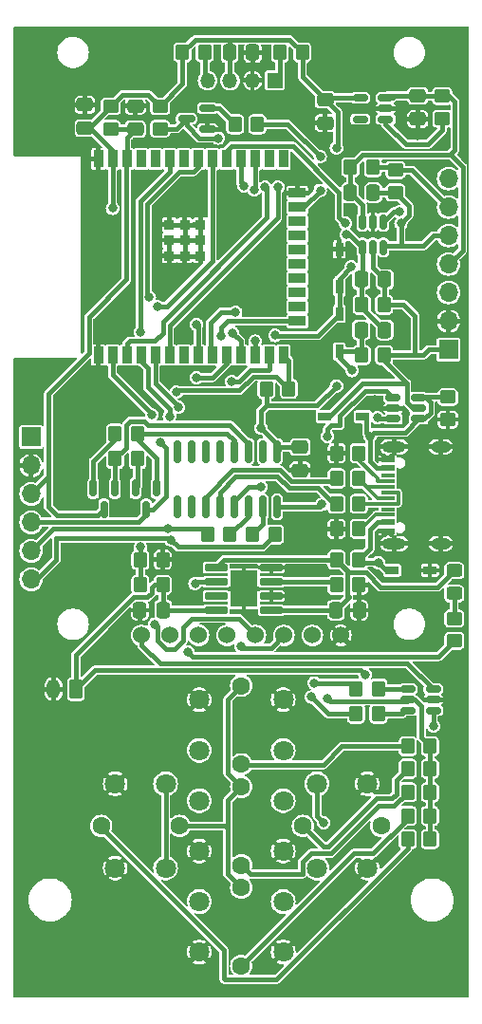
<source format=gbl>
G04 #@! TF.GenerationSoftware,KiCad,Pcbnew,7.0.7*
G04 #@! TF.CreationDate,2023-10-29T22:41:13+02:00*
G04 #@! TF.ProjectId,dif-pressure-meter,6469662d-7072-4657-9373-7572652d6d65,rev?*
G04 #@! TF.SameCoordinates,Original*
G04 #@! TF.FileFunction,Copper,L2,Bot*
G04 #@! TF.FilePolarity,Positive*
%FSLAX46Y46*%
G04 Gerber Fmt 4.6, Leading zero omitted, Abs format (unit mm)*
G04 Created by KiCad (PCBNEW 7.0.7) date 2023-10-29 22:41:13*
%MOMM*%
%LPD*%
G01*
G04 APERTURE LIST*
G04 Aperture macros list*
%AMRoundRect*
0 Rectangle with rounded corners*
0 $1 Rounding radius*
0 $2 $3 $4 $5 $6 $7 $8 $9 X,Y pos of 4 corners*
0 Add a 4 corners polygon primitive as box body*
4,1,4,$2,$3,$4,$5,$6,$7,$8,$9,$2,$3,0*
0 Add four circle primitives for the rounded corners*
1,1,$1+$1,$2,$3*
1,1,$1+$1,$4,$5*
1,1,$1+$1,$6,$7*
1,1,$1+$1,$8,$9*
0 Add four rect primitives between the rounded corners*
20,1,$1+$1,$2,$3,$4,$5,0*
20,1,$1+$1,$4,$5,$6,$7,0*
20,1,$1+$1,$6,$7,$8,$9,0*
20,1,$1+$1,$8,$9,$2,$3,0*%
G04 Aperture macros list end*
G04 #@! TA.AperFunction,ComponentPad*
%ADD10C,1.600000*%
G04 #@! TD*
G04 #@! TA.AperFunction,ComponentPad*
%ADD11C,1.800000*%
G04 #@! TD*
G04 #@! TA.AperFunction,ComponentPad*
%ADD12R,1.350000X1.350000*%
G04 #@! TD*
G04 #@! TA.AperFunction,ComponentPad*
%ADD13O,1.350000X1.350000*%
G04 #@! TD*
G04 #@! TA.AperFunction,ComponentPad*
%ADD14C,1.524000*%
G04 #@! TD*
G04 #@! TA.AperFunction,SMDPad,CuDef*
%ADD15RoundRect,0.250000X-0.350000X-0.450000X0.350000X-0.450000X0.350000X0.450000X-0.350000X0.450000X0*%
G04 #@! TD*
G04 #@! TA.AperFunction,SMDPad,CuDef*
%ADD16RoundRect,0.250000X0.350000X0.450000X-0.350000X0.450000X-0.350000X-0.450000X0.350000X-0.450000X0*%
G04 #@! TD*
G04 #@! TA.AperFunction,SMDPad,CuDef*
%ADD17RoundRect,0.250000X-0.450000X0.350000X-0.450000X-0.350000X0.450000X-0.350000X0.450000X0.350000X0*%
G04 #@! TD*
G04 #@! TA.AperFunction,SMDPad,CuDef*
%ADD18R,0.730000X1.210000*%
G04 #@! TD*
G04 #@! TA.AperFunction,ComponentPad*
%ADD19R,1.700000X1.700000*%
G04 #@! TD*
G04 #@! TA.AperFunction,ComponentPad*
%ADD20O,1.700000X1.700000*%
G04 #@! TD*
G04 #@! TA.AperFunction,SMDPad,CuDef*
%ADD21RoundRect,0.250000X-0.475000X0.337500X-0.475000X-0.337500X0.475000X-0.337500X0.475000X0.337500X0*%
G04 #@! TD*
G04 #@! TA.AperFunction,SMDPad,CuDef*
%ADD22R,0.900000X1.500000*%
G04 #@! TD*
G04 #@! TA.AperFunction,SMDPad,CuDef*
%ADD23R,1.500000X0.900000*%
G04 #@! TD*
G04 #@! TA.AperFunction,SMDPad,CuDef*
%ADD24R,0.900000X0.900000*%
G04 #@! TD*
G04 #@! TA.AperFunction,SMDPad,CuDef*
%ADD25RoundRect,0.150000X0.512500X0.150000X-0.512500X0.150000X-0.512500X-0.150000X0.512500X-0.150000X0*%
G04 #@! TD*
G04 #@! TA.AperFunction,SMDPad,CuDef*
%ADD26RoundRect,0.150000X0.150000X-0.512500X0.150000X0.512500X-0.150000X0.512500X-0.150000X-0.512500X0*%
G04 #@! TD*
G04 #@! TA.AperFunction,SMDPad,CuDef*
%ADD27RoundRect,0.250000X0.337500X0.475000X-0.337500X0.475000X-0.337500X-0.475000X0.337500X-0.475000X0*%
G04 #@! TD*
G04 #@! TA.AperFunction,SMDPad,CuDef*
%ADD28RoundRect,0.042000X0.943000X0.258000X-0.943000X0.258000X-0.943000X-0.258000X0.943000X-0.258000X0*%
G04 #@! TD*
G04 #@! TA.AperFunction,SMDPad,CuDef*
%ADD29R,2.413000X3.302000*%
G04 #@! TD*
G04 #@! TA.AperFunction,SMDPad,CuDef*
%ADD30RoundRect,0.250000X-0.337500X-0.475000X0.337500X-0.475000X0.337500X0.475000X-0.337500X0.475000X0*%
G04 #@! TD*
G04 #@! TA.AperFunction,SMDPad,CuDef*
%ADD31RoundRect,0.150000X0.587500X0.150000X-0.587500X0.150000X-0.587500X-0.150000X0.587500X-0.150000X0*%
G04 #@! TD*
G04 #@! TA.AperFunction,SMDPad,CuDef*
%ADD32R,1.150000X0.600000*%
G04 #@! TD*
G04 #@! TA.AperFunction,SMDPad,CuDef*
%ADD33R,1.150000X0.300000*%
G04 #@! TD*
G04 #@! TA.AperFunction,ComponentPad*
%ADD34O,1.800000X1.000000*%
G04 #@! TD*
G04 #@! TA.AperFunction,ComponentPad*
%ADD35O,2.100000X1.000000*%
G04 #@! TD*
G04 #@! TA.AperFunction,SMDPad,CuDef*
%ADD36R,1.210000X0.730000*%
G04 #@! TD*
G04 #@! TA.AperFunction,SMDPad,CuDef*
%ADD37RoundRect,0.250000X0.450000X-0.350000X0.450000X0.350000X-0.450000X0.350000X-0.450000X-0.350000X0*%
G04 #@! TD*
G04 #@! TA.AperFunction,SMDPad,CuDef*
%ADD38RoundRect,0.150000X-0.150000X0.587500X-0.150000X-0.587500X0.150000X-0.587500X0.150000X0.587500X0*%
G04 #@! TD*
G04 #@! TA.AperFunction,SMDPad,CuDef*
%ADD39RoundRect,0.150000X0.150000X-0.825000X0.150000X0.825000X-0.150000X0.825000X-0.150000X-0.825000X0*%
G04 #@! TD*
G04 #@! TA.AperFunction,SMDPad,CuDef*
%ADD40RoundRect,0.150000X-0.512500X-0.150000X0.512500X-0.150000X0.512500X0.150000X-0.512500X0.150000X0*%
G04 #@! TD*
G04 #@! TA.AperFunction,SMDPad,CuDef*
%ADD41RoundRect,0.250000X0.475000X-0.337500X0.475000X0.337500X-0.475000X0.337500X-0.475000X-0.337500X0*%
G04 #@! TD*
G04 #@! TA.AperFunction,SMDPad,CuDef*
%ADD42RoundRect,0.250000X0.450000X-0.325000X0.450000X0.325000X-0.450000X0.325000X-0.450000X-0.325000X0*%
G04 #@! TD*
G04 #@! TA.AperFunction,ComponentPad*
%ADD43RoundRect,0.250000X0.350000X0.625000X-0.350000X0.625000X-0.350000X-0.625000X0.350000X-0.625000X0*%
G04 #@! TD*
G04 #@! TA.AperFunction,ComponentPad*
%ADD44O,1.200000X1.750000*%
G04 #@! TD*
G04 #@! TA.AperFunction,ViaPad*
%ADD45C,0.800000*%
G04 #@! TD*
G04 #@! TA.AperFunction,Conductor*
%ADD46C,0.400000*%
G04 #@! TD*
G04 #@! TA.AperFunction,Conductor*
%ADD47C,0.300000*%
G04 #@! TD*
G04 APERTURE END LIST*
D10*
X123750000Y-106500000D03*
X129250000Y-94000000D03*
X129250000Y-103000000D03*
X129250000Y-112000000D03*
X141750000Y-106500000D03*
D11*
X118000000Y-102750000D03*
X118000000Y-110250000D03*
X125500000Y-95250000D03*
X125500000Y-108750000D03*
X125500000Y-117750000D03*
X133000000Y-95250000D03*
X133000000Y-108750000D03*
X133000000Y-117750000D03*
X140500000Y-102750000D03*
X140500000Y-110250000D03*
D10*
X129250000Y-110000000D03*
D11*
X125500000Y-104250000D03*
X133000000Y-104250000D03*
D10*
X129250000Y-101000000D03*
D11*
X125500000Y-99750000D03*
X133000000Y-99750000D03*
D10*
X134750000Y-106500000D03*
D11*
X136000000Y-102750000D03*
X136000000Y-110250000D03*
D10*
X129250000Y-119000000D03*
D11*
X125500000Y-113250000D03*
X133000000Y-113250000D03*
D10*
X116750000Y-106500000D03*
D11*
X122500000Y-102750000D03*
X122500000Y-110250000D03*
D12*
X132250000Y-40000000D03*
D13*
X130250000Y-40000000D03*
X128250000Y-40000000D03*
X126250000Y-40000000D03*
D14*
X138140000Y-89500000D03*
X135600000Y-89500000D03*
X133060000Y-89500000D03*
X130520000Y-89500000D03*
X127980000Y-89500000D03*
X125440000Y-89500000D03*
X122900000Y-89500000D03*
X120360000Y-89500000D03*
D15*
X130250000Y-80500000D03*
X132250000Y-80500000D03*
D16*
X146100000Y-105600000D03*
X144100000Y-105600000D03*
D17*
X148250000Y-88000000D03*
X148250000Y-90000000D03*
D15*
X137750000Y-82750000D03*
X139750000Y-82750000D03*
X139500000Y-94250000D03*
X141500000Y-94250000D03*
D18*
X138000000Y-60820000D03*
X138000000Y-64180000D03*
D15*
X131500000Y-67500000D03*
X133500000Y-67500000D03*
D16*
X122250000Y-85000000D03*
X120250000Y-85000000D03*
D15*
X139000000Y-47750000D03*
X141000000Y-47750000D03*
D19*
X147750000Y-64000000D03*
D20*
X147750000Y-61460000D03*
X147750000Y-58920000D03*
X147750000Y-56380000D03*
X147750000Y-53840000D03*
X147750000Y-51300000D03*
X147750000Y-48760000D03*
D16*
X146100000Y-107700000D03*
X144100000Y-107700000D03*
D15*
X137750000Y-85000000D03*
X139750000Y-85000000D03*
D18*
X138000000Y-55070000D03*
X138000000Y-58430000D03*
D21*
X136750000Y-41712500D03*
X136750000Y-43787500D03*
D22*
X116500000Y-47000000D03*
X117770000Y-47000000D03*
X119040000Y-47000000D03*
X120310000Y-47000000D03*
X121580000Y-47000000D03*
X122850000Y-47000000D03*
X124120000Y-47000000D03*
X125390000Y-47000000D03*
X126660000Y-47000000D03*
X127930000Y-47000000D03*
X129200000Y-47000000D03*
X130470000Y-47000000D03*
X131740000Y-47000000D03*
X133010000Y-47000000D03*
D23*
X134260000Y-50030000D03*
X134260000Y-51300000D03*
X134260000Y-52570000D03*
X134260000Y-53840000D03*
X134260000Y-55110000D03*
X134260000Y-56380000D03*
X134260000Y-57650000D03*
X134260000Y-58920000D03*
X134260000Y-60190000D03*
X134260000Y-61460000D03*
D22*
X133010000Y-64500000D03*
X131740000Y-64500000D03*
X130470000Y-64500000D03*
X129200000Y-64500000D03*
X127930000Y-64500000D03*
X126660000Y-64500000D03*
X125390000Y-64500000D03*
X124120000Y-64500000D03*
X122850000Y-64500000D03*
X121580000Y-64500000D03*
X120310000Y-64500000D03*
X119040000Y-64500000D03*
X117770000Y-64500000D03*
X116500000Y-64500000D03*
D24*
X125620000Y-52850000D03*
X125620000Y-52850000D03*
X124220000Y-52850000D03*
X122820000Y-52850000D03*
X122820000Y-52850000D03*
X125620000Y-54250000D03*
X125620000Y-54250000D03*
X124220000Y-54250000D03*
X122820000Y-54250000D03*
X125620000Y-55650000D03*
X124220000Y-55650000D03*
X122820000Y-55650000D03*
D15*
X120250000Y-82750000D03*
X122250000Y-82750000D03*
D25*
X145067500Y-68300000D03*
X145067500Y-69250000D03*
X145067500Y-70200000D03*
X142792500Y-70200000D03*
X142792500Y-69250000D03*
X142792500Y-68300000D03*
D26*
X141950000Y-54887500D03*
X141000000Y-54887500D03*
X140050000Y-54887500D03*
X140050000Y-52612500D03*
X141000000Y-52612500D03*
X141950000Y-52612500D03*
D15*
X124000000Y-37500000D03*
X126000000Y-37500000D03*
D16*
X146100000Y-99400000D03*
X144100000Y-99400000D03*
D17*
X147200000Y-41400000D03*
X147200000Y-43400000D03*
D27*
X130287500Y-37500000D03*
X128212500Y-37500000D03*
D28*
X131950000Y-83440000D03*
X131950000Y-84710000D03*
X131950000Y-85980000D03*
X131950000Y-87250000D03*
X127000000Y-87250000D03*
X127000000Y-85980000D03*
X127000000Y-84710000D03*
X127000000Y-83440000D03*
D29*
X129475000Y-85345000D03*
D30*
X138962500Y-50000000D03*
X141037500Y-50000000D03*
D21*
X134500000Y-72712500D03*
X134500000Y-74787500D03*
D16*
X146100000Y-101400000D03*
X144100000Y-101400000D03*
D17*
X147680000Y-68250000D03*
X147680000Y-70250000D03*
D30*
X137712500Y-87250000D03*
X139787500Y-87250000D03*
D31*
X126237500Y-42450000D03*
X126237500Y-44350000D03*
X124362500Y-43400000D03*
D32*
X142320000Y-73800000D03*
X142320000Y-74600000D03*
D33*
X142320000Y-75750000D03*
X142320000Y-76750000D03*
X142320000Y-77250000D03*
X142320000Y-78250000D03*
D32*
X142320000Y-79400000D03*
X142320000Y-80200000D03*
X142320000Y-80200000D03*
X142320000Y-79400000D03*
D33*
X142320000Y-78750000D03*
X142320000Y-77750000D03*
X142320000Y-76250000D03*
X142320000Y-75250000D03*
D32*
X142320000Y-74600000D03*
X142320000Y-73800000D03*
D34*
X147075000Y-72680000D03*
D35*
X142895000Y-72680000D03*
D34*
X147075000Y-81320000D03*
D35*
X142895000Y-81320000D03*
D36*
X140080000Y-70000000D03*
X136720000Y-70000000D03*
D15*
X132700000Y-37500000D03*
X134700000Y-37500000D03*
D19*
X110500000Y-71800000D03*
D20*
X110500000Y-74340000D03*
X110500000Y-76880000D03*
X110500000Y-79420000D03*
X110500000Y-81960000D03*
X110500000Y-84500000D03*
D16*
X142000000Y-64500000D03*
X140000000Y-64500000D03*
D37*
X143000000Y-50000000D03*
X143000000Y-48000000D03*
D38*
X119800000Y-76375000D03*
X121700000Y-76375000D03*
X120750000Y-78250000D03*
D15*
X118000000Y-73750000D03*
X120000000Y-73750000D03*
D16*
X139750000Y-80000000D03*
X137750000Y-80000000D03*
D39*
X132445000Y-78028908D03*
X131175000Y-78028908D03*
X129905000Y-78028908D03*
X128635000Y-78028908D03*
X127365000Y-78028908D03*
X126095000Y-78028908D03*
X124825000Y-78028908D03*
X123555000Y-78028908D03*
X123555000Y-73078908D03*
X124825000Y-73078908D03*
X126095000Y-73078908D03*
X127365000Y-73078908D03*
X128635000Y-73078908D03*
X129905000Y-73078908D03*
X131175000Y-73078908D03*
X132445000Y-73078908D03*
D16*
X128250000Y-80500000D03*
X126250000Y-80500000D03*
D40*
X144112500Y-96200000D03*
X144112500Y-95250000D03*
X144112500Y-94300000D03*
X146387500Y-94300000D03*
X146387500Y-95250000D03*
X146387500Y-96200000D03*
D17*
X117600000Y-42300000D03*
X117600000Y-44300000D03*
D38*
X116050000Y-76375000D03*
X117950000Y-76375000D03*
X117000000Y-78250000D03*
D15*
X139500000Y-96500000D03*
X141500000Y-96500000D03*
D37*
X122000000Y-44300000D03*
X122000000Y-42300000D03*
D16*
X146100000Y-103500000D03*
X144100000Y-103500000D03*
D21*
X115300000Y-42162500D03*
X115300000Y-44237500D03*
D25*
X142137500Y-41550000D03*
X142137500Y-42500000D03*
X142137500Y-43450000D03*
X139862500Y-43450000D03*
X139862500Y-41550000D03*
D41*
X145000000Y-43437500D03*
X145000000Y-41362500D03*
D42*
X148250000Y-85775000D03*
X148250000Y-83725000D03*
D27*
X142037500Y-62250000D03*
X139962500Y-62250000D03*
D16*
X139750000Y-77750000D03*
X137750000Y-77750000D03*
X142000000Y-60000000D03*
X140000000Y-60000000D03*
D27*
X142037500Y-57750000D03*
X139962500Y-57750000D03*
D16*
X130700000Y-43900000D03*
X128700000Y-43900000D03*
D36*
X146080000Y-83700000D03*
X142720000Y-83700000D03*
D16*
X120000000Y-71500000D03*
X118000000Y-71500000D03*
X139750000Y-75500000D03*
X137750000Y-75500000D03*
D27*
X122287500Y-87250000D03*
X120212500Y-87250000D03*
D21*
X119800000Y-42262500D03*
X119800000Y-44337500D03*
D16*
X139750000Y-73250000D03*
X137750000Y-73250000D03*
D43*
X114500000Y-94300000D03*
D44*
X112500000Y-94300000D03*
D45*
X130600000Y-98700000D03*
X134000000Y-102100000D03*
X136600000Y-106200000D03*
X140750000Y-71750000D03*
X141500000Y-83000000D03*
X136950500Y-71750000D03*
X136434668Y-77815332D03*
X113750000Y-68500000D03*
X136400000Y-65500000D03*
X138900000Y-51500000D03*
X123750000Y-82750000D03*
X130250000Y-106250000D03*
X115800000Y-91600000D03*
X111250000Y-67500000D03*
X144600000Y-83700000D03*
X143700000Y-55600000D03*
X124800000Y-101900000D03*
X119600000Y-91300000D03*
X122250000Y-36500000D03*
X132600000Y-60200000D03*
X141700000Y-119100000D03*
X144750000Y-49750000D03*
X135500000Y-86000000D03*
X121600000Y-113800000D03*
X110750000Y-36500000D03*
X135250000Y-80000000D03*
X111900000Y-104500000D03*
X137500000Y-99000000D03*
X129200000Y-51000000D03*
X124500000Y-68500000D03*
X115250000Y-84250000D03*
X137000000Y-37000000D03*
X130250000Y-68750000D03*
X118200000Y-100700000D03*
X124400000Y-50400000D03*
X110500000Y-89250000D03*
X135600000Y-83800000D03*
X146100000Y-77200000D03*
X111600000Y-120100000D03*
X136400000Y-60100000D03*
X139900000Y-107500000D03*
X145250000Y-47500000D03*
X145000000Y-44900000D03*
X133800000Y-39800000D03*
X120200000Y-48900000D03*
X124000000Y-66750000D03*
X141200000Y-68499500D03*
X148250000Y-36750000D03*
X136000000Y-113500000D03*
X126700000Y-90500000D03*
X129600000Y-114800000D03*
X122400000Y-57600000D03*
X145000000Y-57250000D03*
X130400000Y-96800000D03*
X116000000Y-56750000D03*
X121000000Y-104400000D03*
X141100000Y-89200000D03*
X110750000Y-43500000D03*
X148100000Y-92800000D03*
X142100000Y-51300000D03*
X113800000Y-108000000D03*
X119400000Y-66500000D03*
X145700000Y-52750000D03*
X136500000Y-51700000D03*
X134400000Y-43300000D03*
X140300000Y-93000000D03*
X141400000Y-70100500D03*
X138613994Y-53747420D03*
X143400500Y-51715332D03*
X131000000Y-76250000D03*
X131000000Y-71000000D03*
X137750000Y-46000000D03*
X117770000Y-51400000D03*
X136900000Y-95100000D03*
X137750000Y-67250000D03*
X125127832Y-84877832D03*
X124500000Y-91000000D03*
X139125000Y-65875000D03*
X138549500Y-52750000D03*
X143500000Y-52750000D03*
X130500000Y-63250000D03*
X132260332Y-62739668D03*
X139058557Y-56641917D03*
X123467096Y-67782904D03*
X122049500Y-72299500D03*
X146400000Y-97600000D03*
X120250000Y-81612008D03*
X120250000Y-62450500D03*
X123648428Y-69154761D03*
X123000000Y-80999503D03*
X122700000Y-80000000D03*
X122849000Y-69950500D03*
X131366187Y-49512679D03*
X132500000Y-49500000D03*
X129476220Y-49386889D03*
X135500000Y-95000000D03*
X130399988Y-49768540D03*
X135750000Y-93750000D03*
X128450500Y-62500000D03*
X125250000Y-61750000D03*
X121049500Y-59351000D03*
X121750000Y-60150500D03*
X127209576Y-45143314D03*
X127459025Y-62750000D03*
X128400000Y-66858922D03*
X125250000Y-66500000D03*
X129250000Y-90500000D03*
X128750000Y-60660500D03*
X121250000Y-69800000D03*
X121500000Y-88500000D03*
X136300000Y-46800000D03*
X136300000Y-49800000D03*
D46*
X136000000Y-105600000D02*
X136600000Y-106200000D01*
X136000000Y-102750000D02*
X136000000Y-105600000D01*
X141301472Y-104050000D02*
X137001472Y-108350000D01*
X136600000Y-108350000D02*
X134750000Y-106500000D01*
X142701472Y-104050000D02*
X141301472Y-104050000D01*
X143100000Y-102400000D02*
X143100000Y-103651472D01*
X144100000Y-101400000D02*
X143100000Y-102400000D01*
X143100000Y-103651472D02*
X142701472Y-104050000D01*
X137001472Y-108350000D02*
X136600000Y-108350000D01*
X142900000Y-104700000D02*
X144100000Y-103500000D01*
X135461522Y-108950000D02*
X137250000Y-108950000D01*
X134700000Y-109711522D02*
X135461522Y-108950000D01*
X134700000Y-110788478D02*
X134700000Y-109711522D01*
X137250000Y-108950000D02*
X141500000Y-104700000D01*
X134711521Y-110799999D02*
X134700000Y-110788478D01*
X130049999Y-110799999D02*
X134711521Y-110799999D01*
X129250000Y-110000000D02*
X130049999Y-110799999D01*
X141500000Y-104700000D02*
X142900000Y-104700000D01*
X122500000Y-102750000D02*
X122500000Y-110250000D01*
X127700000Y-117600000D02*
X116750000Y-106650000D01*
X116750000Y-106650000D02*
X116750000Y-106500000D01*
X127800000Y-120200000D02*
X127700000Y-120100000D01*
X144100000Y-108488478D02*
X132388478Y-120200000D01*
X144100000Y-107700000D02*
X144100000Y-108488478D01*
X132388478Y-120200000D02*
X127800000Y-120200000D01*
X127700000Y-120100000D02*
X127700000Y-117600000D01*
X140750000Y-74005000D02*
X141345000Y-74600000D01*
X140000000Y-83000000D02*
X139750000Y-82750000D01*
X145067500Y-70200000D02*
X145557817Y-70200000D01*
X140750000Y-81750000D02*
X139750000Y-82750000D01*
X145557817Y-70200000D02*
X146130000Y-69627817D01*
X140750000Y-71750000D02*
X141100000Y-71400000D01*
X140750000Y-80095000D02*
X140750000Y-81750000D01*
X146130000Y-69627817D02*
X146130000Y-68680000D01*
X140750000Y-71750000D02*
X140750000Y-74005000D01*
X140750000Y-71750000D02*
X140430000Y-71430000D01*
X141445000Y-79400000D02*
X140750000Y-80095000D01*
X141345000Y-74600000D02*
X142320000Y-74600000D01*
X145117500Y-70250000D02*
X145067500Y-70200000D01*
X141500000Y-83000000D02*
X140000000Y-83000000D01*
X145750000Y-68300000D02*
X145067500Y-68300000D01*
X142720000Y-83700000D02*
X142200000Y-83700000D01*
X140430000Y-71430000D02*
X140430000Y-70000000D01*
X146130000Y-68680000D02*
X145750000Y-68300000D01*
X142200000Y-83700000D02*
X141500000Y-83000000D01*
X147680000Y-68250000D02*
X145117500Y-68250000D01*
X145117500Y-68250000D02*
X145067500Y-68300000D01*
X142320000Y-79400000D02*
X141445000Y-79400000D01*
X143867500Y-71400000D02*
X145067500Y-70200000D01*
X141100000Y-71400000D02*
X143867500Y-71400000D01*
D47*
X142320000Y-75750000D02*
X141395000Y-75750000D01*
X141395000Y-75495000D02*
X139750000Y-73850000D01*
X141395000Y-75750000D02*
X141395000Y-75495000D01*
X139750000Y-73850000D02*
X139750000Y-73500000D01*
X141250000Y-78750000D02*
X139750000Y-80250000D01*
X142320000Y-78750000D02*
X141250000Y-78750000D01*
D46*
X112800000Y-78800000D02*
X112050000Y-78050000D01*
X115650000Y-61100000D02*
X115650000Y-64342844D01*
X117000000Y-78250000D02*
X116450000Y-78800000D01*
X115650000Y-64342844D02*
X112050000Y-67942844D01*
X119800000Y-44337500D02*
X117637500Y-44337500D01*
X112050000Y-75330000D02*
X110500000Y-76880000D01*
X117662500Y-44237500D02*
X117600000Y-44300000D01*
X112050000Y-67942844D02*
X112050000Y-75330000D01*
X117637500Y-44337500D02*
X117600000Y-44300000D01*
X112050000Y-78050000D02*
X112050000Y-75330000D01*
X119800000Y-44337500D02*
X119040000Y-45097500D01*
X119000000Y-47040000D02*
X119000000Y-57750000D01*
X116450000Y-78800000D02*
X112800000Y-78800000D01*
X119000000Y-57750000D02*
X115650000Y-61100000D01*
X119040000Y-45097500D02*
X119040000Y-47000000D01*
X118000000Y-71500000D02*
X118000000Y-72030761D01*
X118000000Y-72030761D02*
X116050000Y-73980761D01*
X116050000Y-73980761D02*
X116050000Y-76375000D01*
X136221092Y-78028908D02*
X136434668Y-77815332D01*
X142192500Y-67700000D02*
X142792500Y-68300000D01*
X140300000Y-67700000D02*
X142192500Y-67700000D01*
X136950500Y-71049500D02*
X137235000Y-70765000D01*
X138075000Y-69925000D02*
X140300000Y-67700000D01*
X137235000Y-70765000D02*
X138075000Y-70765000D01*
X136950500Y-71750000D02*
X136950500Y-71049500D01*
X132445000Y-78028908D02*
X136221092Y-78028908D01*
X138075000Y-70765000D02*
X138075000Y-69925000D01*
X120000000Y-76175000D02*
X119800000Y-76375000D01*
X120000000Y-73750000D02*
X120000000Y-76175000D01*
X121700000Y-73700000D02*
X121700000Y-76375000D01*
X120000000Y-71500000D02*
X128000000Y-71500000D01*
X128635000Y-72135000D02*
X128635000Y-73078908D01*
X128000000Y-71500000D02*
X128635000Y-72135000D01*
X120000000Y-71500000D02*
X120000000Y-72000000D01*
X120000000Y-72000000D02*
X121700000Y-73700000D01*
X142000000Y-64500000D02*
X144750000Y-64500000D01*
X143750000Y-60000000D02*
X142000000Y-60000000D01*
X142037500Y-59962500D02*
X142000000Y-60000000D01*
X141000000Y-54887500D02*
X141000000Y-56712500D01*
X146000000Y-64000000D02*
X147750000Y-64000000D01*
X141000000Y-56712500D02*
X142037500Y-57750000D01*
X140070000Y-67000000D02*
X144000000Y-67000000D01*
X144577183Y-69250000D02*
X145067500Y-69250000D01*
X145500000Y-64500000D02*
X146000000Y-64000000D01*
X137070000Y-70000000D02*
X140070000Y-67000000D01*
X142000000Y-64500000D02*
X142000000Y-65000000D01*
X144005000Y-67600000D02*
X144005000Y-68677817D01*
X144005000Y-68677817D02*
X144577183Y-69250000D01*
X142000000Y-65000000D02*
X144005000Y-67005000D01*
X144005000Y-67005000D02*
X144005000Y-67600000D01*
X142000000Y-64500000D02*
X145500000Y-64500000D01*
X142037500Y-57750000D02*
X142037500Y-59962500D01*
X144000000Y-67000000D02*
X144005000Y-67005000D01*
X144750000Y-64500000D02*
X144750000Y-61000000D01*
X144750000Y-61000000D02*
X143750000Y-60000000D01*
X124220000Y-54250000D02*
X125620000Y-54250000D01*
X125620000Y-55650000D02*
X125620000Y-54250000D01*
X124220000Y-55650000D02*
X125620000Y-55650000D01*
X124220000Y-55650000D02*
X124220000Y-54250000D01*
X125620000Y-54250000D02*
X125620000Y-52850000D01*
X122820000Y-55650000D02*
X124220000Y-55650000D01*
X122820000Y-54250000D02*
X124220000Y-54250000D01*
X124220000Y-52850000D02*
X122820000Y-52850000D01*
X124220000Y-52850000D02*
X124220000Y-54250000D01*
X122820000Y-54250000D02*
X122820000Y-55650000D01*
X125620000Y-52850000D02*
X124220000Y-52850000D01*
D47*
X137710000Y-82790000D02*
X137750000Y-82750000D01*
D46*
X138750000Y-83750000D02*
X138750000Y-86212500D01*
X140369239Y-83900000D02*
X138900000Y-83900000D01*
X138900000Y-83900000D02*
X137750000Y-82750000D01*
X137750000Y-82750000D02*
X138750000Y-83750000D01*
X141669239Y-85200000D02*
X140369239Y-83900000D01*
X148250000Y-83725000D02*
X146775000Y-85200000D01*
X137712500Y-87250000D02*
X131950000Y-87250000D01*
X127700000Y-82740000D02*
X137740000Y-82740000D01*
X127000000Y-83440000D02*
X127700000Y-82740000D01*
X138750000Y-86212500D02*
X137712500Y-87250000D01*
X137740000Y-82740000D02*
X137750000Y-82750000D01*
X146775000Y-85200000D02*
X141669239Y-85200000D01*
X138862500Y-86100000D02*
X137712500Y-87250000D01*
X119630761Y-86100000D02*
X120869239Y-86100000D01*
X121250000Y-85250000D02*
X121500000Y-85000000D01*
X141400000Y-70100500D02*
X141499500Y-70200000D01*
X116200000Y-92600000D02*
X114500000Y-94300000D01*
X139900000Y-92600000D02*
X116200000Y-92600000D01*
X122250000Y-87212500D02*
X122287500Y-87250000D01*
X121250000Y-85719239D02*
X121250000Y-85250000D01*
X121500000Y-85000000D02*
X122250000Y-85000000D01*
X127000000Y-87250000D02*
X122287500Y-87250000D01*
X141499500Y-70200000D02*
X142792500Y-70200000D01*
X114500000Y-94300000D02*
X114500000Y-91230761D01*
X120869239Y-86100000D02*
X121250000Y-85719239D01*
X114500000Y-91230761D02*
X119630761Y-86100000D01*
X122250000Y-85000000D02*
X122250000Y-87212500D01*
X140300000Y-93000000D02*
X139900000Y-92600000D01*
X120619239Y-70400000D02*
X120969239Y-70750000D01*
X118000000Y-73750000D02*
X119000000Y-72750000D01*
X119000000Y-72750000D02*
X119000000Y-70750000D01*
X120969239Y-70750000D02*
X128250000Y-70750000D01*
X118000000Y-73750000D02*
X118000000Y-76325000D01*
X128250000Y-70750000D02*
X129905000Y-72405000D01*
X119000000Y-70750000D02*
X119350000Y-70400000D01*
X119350000Y-70400000D02*
X120619239Y-70400000D01*
X118000000Y-76325000D02*
X117950000Y-76375000D01*
X129905000Y-72405000D02*
X129905000Y-73078908D01*
D47*
X143245000Y-76750000D02*
X143250000Y-76755000D01*
X143250000Y-76755000D02*
X143250000Y-77745000D01*
X143250000Y-77745000D02*
X143245000Y-77750000D01*
X142320000Y-77750000D02*
X139750000Y-77750000D01*
X143245000Y-77750000D02*
X142320000Y-77750000D01*
X140000000Y-77750000D02*
X139750000Y-78000000D01*
X142320000Y-76750000D02*
X143245000Y-76750000D01*
X142320000Y-76250000D02*
X140500000Y-76250000D01*
X140500000Y-76250000D02*
X139750000Y-75500000D01*
X142320000Y-77250000D02*
X141395000Y-77250000D01*
X139750000Y-75605000D02*
X139750000Y-75500000D01*
X141395000Y-77250000D02*
X139750000Y-75605000D01*
D46*
X143400500Y-51715332D02*
X142847168Y-51715332D01*
X140000000Y-60000000D02*
X140000000Y-60212500D01*
X139962500Y-57750000D02*
X139962500Y-59962500D01*
X138909920Y-53747420D02*
X140050000Y-54887500D01*
X138613994Y-53747420D02*
X138909920Y-53747420D01*
X140050000Y-57662500D02*
X139962500Y-57750000D01*
X140000000Y-60212500D02*
X142037500Y-62250000D01*
X140050000Y-54887500D02*
X140050000Y-57662500D01*
X139962500Y-59962500D02*
X140000000Y-60000000D01*
X142847168Y-51715332D02*
X141950000Y-52612500D01*
X117770000Y-51400000D02*
X117770000Y-47000000D01*
X144012500Y-95350000D02*
X144112500Y-95250000D01*
X132811408Y-72712500D02*
X132445000Y-73078908D01*
X146100000Y-103500000D02*
X146100000Y-105600000D01*
X124000000Y-40300000D02*
X122000000Y-42300000D01*
X128212500Y-39962500D02*
X128250000Y-40000000D01*
X131500000Y-69000000D02*
X131000000Y-69500000D01*
X144752817Y-95250000D02*
X145325000Y-95822183D01*
X118625000Y-41275000D02*
X117600000Y-42300000D01*
X136900000Y-95100000D02*
X137150000Y-95350000D01*
X146100000Y-99400000D02*
X146100000Y-101400000D01*
X115662500Y-44237500D02*
X117600000Y-42300000D01*
X137875000Y-45875000D02*
X137875000Y-42837500D01*
X128212500Y-37500000D02*
X128212500Y-39962500D01*
X137750000Y-67250000D02*
X136000000Y-69000000D01*
X131000000Y-76250000D02*
X129931091Y-76250000D01*
X128212500Y-37500000D02*
X128212500Y-36387500D01*
X115300000Y-44237500D02*
X115662500Y-44237500D01*
X132445000Y-72445000D02*
X132445000Y-73078908D01*
X128212500Y-36387500D02*
X128200000Y-36375000D01*
X115300000Y-44237500D02*
X115737500Y-44237500D01*
X145325000Y-95822183D02*
X145325000Y-98625000D01*
X136750000Y-41712500D02*
X134700000Y-39662500D01*
X124000000Y-37500000D02*
X124000000Y-40300000D01*
X137750000Y-46000000D02*
X137875000Y-45875000D01*
X129931091Y-76250000D02*
X128635000Y-77546091D01*
X145325000Y-98625000D02*
X146100000Y-99400000D01*
X122000000Y-42300000D02*
X120975000Y-41275000D01*
X120975000Y-41275000D02*
X118625000Y-41275000D01*
X144112500Y-95250000D02*
X144752817Y-95250000D01*
X133575000Y-36375000D02*
X134700000Y-37500000D01*
X137875000Y-42837500D02*
X136750000Y-41712500D01*
X134700000Y-39662500D02*
X134700000Y-37500000D01*
X131000000Y-71000000D02*
X132445000Y-72445000D01*
X128635000Y-77546091D02*
X128635000Y-78028908D01*
X131500000Y-67500000D02*
X131500000Y-69000000D01*
X124000000Y-37500000D02*
X125125000Y-36375000D01*
X125125000Y-36375000D02*
X128200000Y-36375000D01*
X137150000Y-95350000D02*
X144012500Y-95350000D01*
X128200000Y-36375000D02*
X133575000Y-36375000D01*
X134500000Y-72712500D02*
X132811408Y-72712500D01*
X139290000Y-41550000D02*
X136912500Y-41550000D01*
X115737500Y-44237500D02*
X117770000Y-46270000D01*
X118000000Y-46770000D02*
X117770000Y-47000000D01*
X131000000Y-69500000D02*
X131000000Y-71000000D01*
X136912500Y-41550000D02*
X136750000Y-41712500D01*
X146100000Y-101400000D02*
X146100000Y-103500000D01*
X117770000Y-46270000D02*
X117770000Y-47000000D01*
X136000000Y-69000000D02*
X131500000Y-69000000D01*
X146100000Y-105600000D02*
X146100000Y-107700000D01*
X128740000Y-75350000D02*
X127365000Y-76725000D01*
X132482233Y-75350000D02*
X128740000Y-75350000D01*
X133507233Y-76375000D02*
X132482233Y-75350000D01*
X127365000Y-76725000D02*
X127365000Y-78028908D01*
X137750000Y-78000000D02*
X136125000Y-76375000D01*
X136125000Y-76375000D02*
X133507233Y-76375000D01*
X137750000Y-75750000D02*
X137725000Y-75775000D01*
X133755761Y-75775000D02*
X132730761Y-74750000D01*
X128491472Y-74750000D02*
X126095000Y-77146472D01*
X132730761Y-74750000D02*
X128491472Y-74750000D01*
X126095000Y-77146472D02*
X126095000Y-78028908D01*
X137725000Y-75775000D02*
X133755761Y-75775000D01*
X130250000Y-80500000D02*
X131175000Y-79575000D01*
X131175000Y-79575000D02*
X131175000Y-78028908D01*
X129905000Y-78845000D02*
X129905000Y-78028908D01*
X128250000Y-80500000D02*
X129905000Y-78845000D01*
X131950000Y-84710000D02*
X137460000Y-84710000D01*
X137460000Y-84710000D02*
X137750000Y-85000000D01*
X125295664Y-84710000D02*
X125127832Y-84877832D01*
X124900000Y-91400000D02*
X124500000Y-91000000D01*
X127000000Y-84710000D02*
X125295664Y-84710000D01*
X146850000Y-91400000D02*
X124900000Y-91400000D01*
X148250000Y-90000000D02*
X146850000Y-91400000D01*
X140100000Y-46650000D02*
X147407767Y-46650000D01*
X149000000Y-47700000D02*
X149000000Y-55130000D01*
X139000000Y-47750000D02*
X140100000Y-46650000D01*
X147800000Y-41400000D02*
X148300000Y-41900000D01*
X147200000Y-41400000D02*
X147800000Y-41400000D01*
X140050000Y-52612500D02*
X140050000Y-51087500D01*
X140050000Y-51087500D02*
X138962500Y-50000000D01*
X142760000Y-41500000D02*
X142710000Y-41550000D01*
X147850000Y-46650000D02*
X147407767Y-46650000D01*
X149000000Y-55130000D02*
X147750000Y-56380000D01*
X148300000Y-46200000D02*
X147850000Y-46650000D01*
X148300000Y-41900000D02*
X148300000Y-46200000D01*
X139000000Y-47750000D02*
X139000000Y-49962500D01*
X145287500Y-41750000D02*
X145037500Y-41500000D01*
X147407767Y-46650000D02*
X147950000Y-46650000D01*
X139000000Y-49962500D02*
X138962500Y-50000000D01*
X142325000Y-41362500D02*
X142137500Y-41550000D01*
X145037500Y-41400000D02*
X145000000Y-41362500D01*
X145000000Y-41362500D02*
X142325000Y-41362500D01*
X147950000Y-46650000D02*
X149000000Y-47700000D01*
X147200000Y-41400000D02*
X145037500Y-41400000D01*
X139962500Y-64462500D02*
X140000000Y-64500000D01*
X139680000Y-64180000D02*
X140000000Y-64500000D01*
X139125000Y-65875000D02*
X138000000Y-64750000D01*
X139962500Y-62250000D02*
X139962500Y-64462500D01*
X138000000Y-64180000D02*
X139680000Y-64180000D01*
X138000000Y-64750000D02*
X138000000Y-64180000D01*
X137975000Y-52175500D02*
X137975000Y-49975000D01*
X141950000Y-54887500D02*
X142087500Y-54750000D01*
X143500000Y-52750000D02*
X144200000Y-52050000D01*
X128350000Y-45850000D02*
X127930000Y-46270000D01*
X127930000Y-46270000D02*
X127930000Y-47000000D01*
X143500000Y-54750000D02*
X143500000Y-52750000D01*
X144200000Y-51200000D02*
X143000000Y-50000000D01*
X137975000Y-49975000D02*
X133850000Y-45850000D01*
X144200000Y-52050000D02*
X144200000Y-51200000D01*
X143000000Y-50000000D02*
X141037500Y-50000000D01*
X142087500Y-54750000D02*
X143500000Y-54750000D01*
X133850000Y-45850000D02*
X128350000Y-45850000D01*
X138549500Y-52750000D02*
X137975000Y-52175500D01*
X146410000Y-53840000D02*
X145500000Y-54750000D01*
X145500000Y-54750000D02*
X143500000Y-54750000D01*
X147750000Y-53840000D02*
X146410000Y-53840000D01*
X148250000Y-85775000D02*
X148250000Y-88000000D01*
X148250000Y-85775000D02*
X147925000Y-86100000D01*
X143000000Y-48000000D02*
X144450000Y-48000000D01*
X139058557Y-56641917D02*
X138000000Y-57700474D01*
X138000000Y-58430000D02*
X138000000Y-60820000D01*
X141000000Y-47750000D02*
X142750000Y-47750000D01*
X130500000Y-64470000D02*
X130470000Y-64500000D01*
X132260332Y-62739668D02*
X132270664Y-62750000D01*
X142750000Y-47750000D02*
X143000000Y-48000000D01*
X130500000Y-63250000D02*
X130500000Y-64470000D01*
X132270664Y-62750000D02*
X136070000Y-62750000D01*
X136070000Y-62750000D02*
X138000000Y-60820000D01*
X138000000Y-57700474D02*
X138000000Y-58430000D01*
X144450000Y-48000000D02*
X147750000Y-51300000D01*
X133500000Y-67500000D02*
X133500000Y-64990000D01*
X129091578Y-67658422D02*
X130350000Y-66400000D01*
X110520000Y-79400000D02*
X110500000Y-79420000D01*
X132400000Y-66400000D02*
X133500000Y-67500000D01*
X120100000Y-79400000D02*
X110520000Y-79400000D01*
X133500000Y-64990000D02*
X133010000Y-64500000D01*
X122500000Y-72750000D02*
X122500000Y-77090317D01*
X121340317Y-78250000D02*
X120750000Y-78250000D01*
X122500000Y-77090317D02*
X121340317Y-78250000D01*
X130350000Y-66400000D02*
X132400000Y-66400000D01*
X123591578Y-67658422D02*
X129091578Y-67658422D01*
X122049500Y-72299500D02*
X122500000Y-72750000D01*
X123467096Y-67782904D02*
X123591578Y-67658422D01*
X120750000Y-78250000D02*
X120750000Y-78750000D01*
X120750000Y-78750000D02*
X120100000Y-79400000D01*
X143600000Y-96500000D02*
X143900000Y-96200000D01*
X141500000Y-96500000D02*
X143600000Y-96500000D01*
X129300000Y-111950000D02*
X129250000Y-112000000D01*
X146387500Y-97587500D02*
X146400000Y-97600000D01*
X123750000Y-106500000D02*
X127850000Y-106500000D01*
X128050000Y-106700000D02*
X128050000Y-110800000D01*
X128050000Y-95200000D02*
X128050000Y-101800000D01*
X129000000Y-93750000D02*
X129250000Y-94000000D01*
X129250000Y-94000000D02*
X128050000Y-95200000D01*
X128050000Y-110800000D02*
X129250000Y-112000000D01*
X128050000Y-101800000D02*
X129250000Y-103000000D01*
X128050000Y-104200000D02*
X128050000Y-106700000D01*
X127850000Y-106500000D02*
X128050000Y-106700000D01*
X146387500Y-96200000D02*
X146387500Y-97587500D01*
X129250000Y-103000000D02*
X128050000Y-104200000D01*
X120360000Y-90360000D02*
X122000000Y-92000000D01*
X122000000Y-92000000D02*
X144087500Y-92000000D01*
X120360000Y-89500000D02*
X120360000Y-90360000D01*
X144087500Y-92000000D02*
X146387500Y-94300000D01*
X120250000Y-50750000D02*
X122850000Y-48150000D01*
X120250000Y-85000000D02*
X120250000Y-82750000D01*
X120250000Y-62450500D02*
X120250000Y-50750000D01*
X120250000Y-82750000D02*
X120250000Y-81612008D01*
X122850000Y-48150000D02*
X122850000Y-47000000D01*
X112750000Y-80812508D02*
X112750000Y-82750000D01*
X111000000Y-84500000D02*
X110500000Y-84500000D01*
X112750000Y-82750000D02*
X111000000Y-84500000D01*
X123000000Y-80999503D02*
X122813005Y-80812508D01*
X123648428Y-69154761D02*
X123648428Y-69094900D01*
X122813005Y-80812508D02*
X112750000Y-80812508D01*
X131150000Y-81600000D02*
X132250000Y-80500000D01*
X123600497Y-81600000D02*
X131150000Y-81600000D01*
X123648428Y-69094900D02*
X121580000Y-67026472D01*
X123000000Y-80999503D02*
X123600497Y-81600000D01*
X121580000Y-67026472D02*
X121580000Y-64500000D01*
X122700000Y-80000000D02*
X125750000Y-80000000D01*
X120900000Y-67400000D02*
X120900000Y-65650000D01*
X122849000Y-69349000D02*
X120900000Y-67400000D01*
X122849000Y-69950500D02*
X122849000Y-69349000D01*
X120310000Y-65060000D02*
X120310000Y-64500000D01*
X125750000Y-80000000D02*
X126250000Y-80500000D01*
X112500000Y-80000000D02*
X110540000Y-81960000D01*
X120900000Y-65650000D02*
X120310000Y-65060000D01*
X110540000Y-81960000D02*
X110500000Y-81960000D01*
X122700000Y-80000000D02*
X112500000Y-80000000D01*
X143950000Y-45700000D02*
X145900000Y-45700000D01*
X147200000Y-44400000D02*
X147200000Y-43400000D01*
X142137500Y-43887500D02*
X143950000Y-45700000D01*
X145900000Y-45700000D02*
X147200000Y-44400000D01*
X142137500Y-43450000D02*
X142137500Y-43887500D01*
X131500000Y-52250000D02*
X122250000Y-61500000D01*
X119290000Y-63250000D02*
X119040000Y-63500000D01*
X122250000Y-62500000D02*
X121500000Y-63250000D01*
X126000000Y-39750000D02*
X126250000Y-40000000D01*
X122250000Y-61500000D02*
X122250000Y-62500000D01*
X131500000Y-49646492D02*
X131500000Y-52250000D01*
X126000000Y-37500000D02*
X126000000Y-39750000D01*
X121500000Y-63250000D02*
X119290000Y-63250000D01*
X119040000Y-63500000D02*
X119040000Y-64500000D01*
X131366187Y-49512679D02*
X131500000Y-49646492D01*
X132700000Y-37500000D02*
X132700000Y-39550000D01*
X132700000Y-39550000D02*
X132250000Y-40000000D01*
X132500000Y-49500000D02*
X132500000Y-52250000D01*
X132500000Y-52250000D02*
X122850000Y-61900000D01*
X122850000Y-61900000D02*
X122850000Y-64500000D01*
X137000000Y-96500000D02*
X139500000Y-96500000D01*
X129476220Y-49386889D02*
X129200000Y-49110669D01*
X135500000Y-95000000D02*
X137000000Y-96500000D01*
X129200000Y-49110669D02*
X129200000Y-47000000D01*
X130399988Y-49768540D02*
X130470000Y-49698528D01*
X135750000Y-93750000D02*
X139000000Y-93750000D01*
X130470000Y-49698528D02*
X130470000Y-47000000D01*
X139000000Y-93750000D02*
X139500000Y-94250000D01*
X129200000Y-64500000D02*
X129200000Y-63249500D01*
X129200000Y-63249500D02*
X128450500Y-62500000D01*
X125390000Y-61890000D02*
X125250000Y-61750000D01*
X125390000Y-64500000D02*
X125390000Y-61890000D01*
X125390000Y-47730000D02*
X125390000Y-47000000D01*
X123698528Y-48150000D02*
X124970000Y-48150000D01*
X120850000Y-50998528D02*
X123698528Y-48150000D01*
X124970000Y-48150000D02*
X125390000Y-47730000D01*
X120850000Y-59151500D02*
X120850000Y-50998528D01*
X121049500Y-59351000D02*
X120850000Y-59151500D01*
X121750000Y-60150500D02*
X122599500Y-60150500D01*
X122599500Y-60150500D02*
X126660000Y-56090000D01*
X126660000Y-56090000D02*
X126660000Y-47000000D01*
X125515497Y-45143314D02*
X124362500Y-43990317D01*
X123462500Y-44300000D02*
X124362500Y-43400000D01*
X122000000Y-44300000D02*
X123462500Y-44300000D01*
X124362500Y-43990317D02*
X124362500Y-43400000D01*
X127209576Y-45143314D02*
X125515497Y-45143314D01*
X127459025Y-62750000D02*
X127459025Y-62045665D01*
X128044690Y-61460000D02*
X134260000Y-61460000D01*
X127459025Y-62045665D02*
X128044690Y-61460000D01*
X131700000Y-65800000D02*
X131740000Y-65760000D01*
X129042550Y-66858922D02*
X130101472Y-65800000D01*
X130101472Y-65800000D02*
X131700000Y-65800000D01*
X131740000Y-65760000D02*
X131740000Y-64500000D01*
X128400000Y-66858922D02*
X129042550Y-66858922D01*
X126660000Y-66500000D02*
X127930000Y-65230000D01*
X125250000Y-66500000D02*
X126660000Y-66500000D01*
X127930000Y-65230000D02*
X127930000Y-64500000D01*
X131898000Y-90662000D02*
X133060000Y-89500000D01*
X127458129Y-60660500D02*
X126500000Y-61618629D01*
X126500000Y-64340000D02*
X126660000Y-64500000D01*
X129250000Y-90500000D02*
X129412000Y-90662000D01*
X126500000Y-61618629D02*
X126500000Y-64340000D01*
X129412000Y-90662000D02*
X131898000Y-90662000D01*
X128750000Y-60660500D02*
X127458129Y-60660500D01*
X121250000Y-69800000D02*
X121250000Y-69750000D01*
X124836683Y-88000000D02*
X129020000Y-88000000D01*
X121500000Y-88500000D02*
X121738000Y-88738000D01*
X117770000Y-66270000D02*
X117770000Y-64500000D01*
X121250000Y-69750000D02*
X117770000Y-66270000D01*
X129020000Y-88000000D02*
X130520000Y-89500000D01*
X124062000Y-89981317D02*
X124062000Y-88774683D01*
X121738000Y-88738000D02*
X121738000Y-89981317D01*
X121738000Y-89981317D02*
X122506683Y-90750000D01*
X124062000Y-88774683D02*
X124836683Y-88000000D01*
X123293317Y-90750000D02*
X124062000Y-89981317D01*
X122506683Y-90750000D02*
X123293317Y-90750000D01*
X143850000Y-94250000D02*
X143900000Y-94300000D01*
X141500000Y-94250000D02*
X143850000Y-94250000D01*
X129300000Y-101050000D02*
X129250000Y-101000000D01*
X138231371Y-99400000D02*
X136581371Y-101050000D01*
X136581371Y-101050000D02*
X129300000Y-101050000D01*
X144100000Y-99400000D02*
X138231371Y-99400000D01*
X144100000Y-105600000D02*
X144100000Y-105847057D01*
X144100000Y-105500000D02*
X143900000Y-105300000D01*
X140997057Y-108950000D02*
X139300000Y-108950000D01*
X139300000Y-108950000D02*
X129250000Y-119000000D01*
X144100000Y-105847057D02*
X140997057Y-108950000D01*
X144100000Y-107600000D02*
X144000000Y-107700000D01*
X127250000Y-42450000D02*
X128700000Y-43900000D01*
X126237500Y-42450000D02*
X127250000Y-42450000D01*
X130700000Y-43900000D02*
X133400000Y-43900000D01*
X134260000Y-51300000D02*
X134800000Y-51300000D01*
X134800000Y-51300000D02*
X136300000Y-49800000D01*
X136300000Y-46800000D02*
X136300000Y-46600000D01*
X133400000Y-43900000D02*
X136300000Y-46800000D01*
G04 #@! TA.AperFunction,Conductor*
G36*
X149523066Y-35217813D02*
G01*
X149548376Y-35261650D01*
X149549500Y-35274500D01*
X149549500Y-121725500D01*
X149532187Y-121773066D01*
X149488350Y-121798376D01*
X149475500Y-121799500D01*
X109024500Y-121799500D01*
X108976934Y-121782187D01*
X108951624Y-121738350D01*
X108950500Y-121725500D01*
X108950500Y-117750003D01*
X124395287Y-117750003D01*
X124414095Y-117952984D01*
X124469884Y-118149062D01*
X124469886Y-118149067D01*
X124560754Y-118331557D01*
X124560756Y-118331559D01*
X124592956Y-118374199D01*
X124962587Y-118004568D01*
X125008463Y-117983176D01*
X125057358Y-117996277D01*
X125077164Y-118016884D01*
X125118239Y-118080798D01*
X125226899Y-118174952D01*
X125226900Y-118174952D01*
X125229381Y-118176546D01*
X125230624Y-118178179D01*
X125230900Y-118178418D01*
X125230850Y-118178475D01*
X125260043Y-118216821D01*
X125257643Y-118267383D01*
X125241710Y-118291131D01*
X124875641Y-118657200D01*
X125007582Y-118738895D01*
X125007591Y-118738900D01*
X125197679Y-118812540D01*
X125398066Y-118849999D01*
X125398072Y-118850000D01*
X125601928Y-118850000D01*
X125601933Y-118849999D01*
X125802320Y-118812540D01*
X125992408Y-118738900D01*
X125992417Y-118738896D01*
X126124357Y-118657200D01*
X125758289Y-118291132D01*
X125736897Y-118245256D01*
X125749998Y-118196361D01*
X125770616Y-118176548D01*
X125773096Y-118174953D01*
X125773100Y-118174952D01*
X125881761Y-118080798D01*
X125922833Y-118016887D01*
X125963114Y-117986232D01*
X126013675Y-117988641D01*
X126037412Y-118004569D01*
X126407042Y-118374199D01*
X126439244Y-118331558D01*
X126439249Y-118331550D01*
X126530112Y-118149072D01*
X126530115Y-118149062D01*
X126585904Y-117952984D01*
X126604713Y-117750003D01*
X126604713Y-117749996D01*
X126585904Y-117547015D01*
X126530115Y-117350937D01*
X126530113Y-117350932D01*
X126439245Y-117168444D01*
X126407041Y-117125800D01*
X126037411Y-117495430D01*
X125991534Y-117516822D01*
X125942640Y-117503721D01*
X125922833Y-117483112D01*
X125881761Y-117419202D01*
X125881758Y-117419199D01*
X125881757Y-117419198D01*
X125835958Y-117379514D01*
X125773100Y-117325048D01*
X125773098Y-117325047D01*
X125770606Y-117323445D01*
X125769359Y-117321806D01*
X125769101Y-117321583D01*
X125769147Y-117321528D01*
X125739951Y-117283165D01*
X125742360Y-117232603D01*
X125758288Y-117208867D01*
X126124358Y-116842797D01*
X125992417Y-116761104D01*
X125992408Y-116761099D01*
X125802320Y-116687459D01*
X125601933Y-116650000D01*
X125398066Y-116650000D01*
X125197679Y-116687459D01*
X125007591Y-116761099D01*
X125007582Y-116761104D01*
X124875640Y-116842797D01*
X125241710Y-117208867D01*
X125263102Y-117254743D01*
X125250001Y-117303638D01*
X125229400Y-117323440D01*
X125226904Y-117325044D01*
X125118242Y-117419198D01*
X125118235Y-117419207D01*
X125077165Y-117483112D01*
X125036884Y-117513767D01*
X124986322Y-117511358D01*
X124962587Y-117495430D01*
X124592956Y-117125799D01*
X124560756Y-117168439D01*
X124560754Y-117168442D01*
X124469886Y-117350932D01*
X124469884Y-117350937D01*
X124414095Y-117547015D01*
X124395287Y-117749996D01*
X124395287Y-117750003D01*
X108950500Y-117750003D01*
X108950500Y-113100006D01*
X110274594Y-113100006D01*
X110294191Y-113374011D01*
X110352585Y-113642446D01*
X110352590Y-113642464D01*
X110448587Y-113899840D01*
X110448588Y-113899844D01*
X110580241Y-114140948D01*
X110580245Y-114140953D01*
X110744875Y-114360873D01*
X110939127Y-114555125D01*
X111157419Y-114718536D01*
X111159051Y-114719758D01*
X111400155Y-114851411D01*
X111400159Y-114851412D01*
X111657535Y-114947409D01*
X111657541Y-114947410D01*
X111657550Y-114947414D01*
X111925986Y-115005808D01*
X111994459Y-115010705D01*
X112131402Y-115020500D01*
X112131406Y-115020500D01*
X112268598Y-115020500D01*
X112385976Y-115012104D01*
X112474014Y-115005808D01*
X112742450Y-114947414D01*
X112742461Y-114947409D01*
X112742464Y-114947409D01*
X112999840Y-114851412D01*
X112999844Y-114851411D01*
X113240948Y-114719758D01*
X113240949Y-114719757D01*
X113240953Y-114719755D01*
X113460873Y-114555125D01*
X113655125Y-114360873D01*
X113819755Y-114140953D01*
X113824655Y-114131980D01*
X113951411Y-113899844D01*
X113951412Y-113899840D01*
X113976781Y-113831825D01*
X114047414Y-113642450D01*
X114105808Y-113374014D01*
X114125406Y-113100000D01*
X114125406Y-113099993D01*
X114110163Y-112886877D01*
X114105808Y-112825986D01*
X114047414Y-112557550D01*
X114047410Y-112557541D01*
X114047409Y-112557535D01*
X113951412Y-112300159D01*
X113951411Y-112300155D01*
X113819758Y-112059051D01*
X113775553Y-112000000D01*
X113655125Y-111839127D01*
X113460873Y-111644875D01*
X113240953Y-111480245D01*
X113240954Y-111480245D01*
X113240948Y-111480241D01*
X112999844Y-111348588D01*
X112999840Y-111348587D01*
X112742464Y-111252590D01*
X112742446Y-111252585D01*
X112474011Y-111194191D01*
X112268598Y-111179500D01*
X112268594Y-111179500D01*
X112131406Y-111179500D01*
X112131402Y-111179500D01*
X111925988Y-111194191D01*
X111657553Y-111252585D01*
X111657535Y-111252590D01*
X111400159Y-111348587D01*
X111400155Y-111348588D01*
X111159051Y-111480241D01*
X110939124Y-111644877D01*
X110744877Y-111839124D01*
X110580241Y-112059051D01*
X110448588Y-112300155D01*
X110448587Y-112300159D01*
X110352590Y-112557535D01*
X110352585Y-112557553D01*
X110294191Y-112825988D01*
X110274594Y-113099993D01*
X110274594Y-113100006D01*
X108950500Y-113100006D01*
X108950500Y-110250003D01*
X116895287Y-110250003D01*
X116914095Y-110452984D01*
X116969884Y-110649062D01*
X116969886Y-110649067D01*
X117060754Y-110831557D01*
X117060756Y-110831559D01*
X117092956Y-110874199D01*
X117462587Y-110504568D01*
X117508463Y-110483176D01*
X117557358Y-110496277D01*
X117577164Y-110516884D01*
X117618239Y-110580798D01*
X117697231Y-110649244D01*
X117726900Y-110674952D01*
X117729381Y-110676546D01*
X117730624Y-110678179D01*
X117730900Y-110678418D01*
X117730850Y-110678475D01*
X117760043Y-110716821D01*
X117757643Y-110767383D01*
X117741710Y-110791131D01*
X117375641Y-111157200D01*
X117507582Y-111238895D01*
X117507591Y-111238900D01*
X117697679Y-111312540D01*
X117898066Y-111349999D01*
X117898072Y-111350000D01*
X118101928Y-111350000D01*
X118101933Y-111349999D01*
X118302320Y-111312540D01*
X118492408Y-111238900D01*
X118492417Y-111238896D01*
X118624357Y-111157200D01*
X118258289Y-110791132D01*
X118236897Y-110745256D01*
X118249998Y-110696361D01*
X118270616Y-110676548D01*
X118273096Y-110674953D01*
X118273100Y-110674952D01*
X118381761Y-110580798D01*
X118422833Y-110516887D01*
X118463114Y-110486232D01*
X118513675Y-110488641D01*
X118537412Y-110504569D01*
X118907042Y-110874199D01*
X118939244Y-110831558D01*
X118939249Y-110831550D01*
X119030112Y-110649072D01*
X119030115Y-110649062D01*
X119085904Y-110452984D01*
X119104713Y-110250003D01*
X119104713Y-110249996D01*
X119085904Y-110047015D01*
X119030115Y-109850937D01*
X119030113Y-109850932D01*
X118939245Y-109668444D01*
X118907041Y-109625800D01*
X118537411Y-109995430D01*
X118491534Y-110016822D01*
X118442640Y-110003721D01*
X118422833Y-109983112D01*
X118381761Y-109919202D01*
X118381758Y-109919199D01*
X118381757Y-109919198D01*
X118335958Y-109879514D01*
X118273100Y-109825048D01*
X118273098Y-109825047D01*
X118270606Y-109823445D01*
X118269359Y-109821806D01*
X118269101Y-109821583D01*
X118269147Y-109821528D01*
X118239951Y-109783165D01*
X118242360Y-109732603D01*
X118258288Y-109708867D01*
X118624358Y-109342797D01*
X118492417Y-109261104D01*
X118492408Y-109261099D01*
X118302320Y-109187459D01*
X118101933Y-109150000D01*
X117898066Y-109150000D01*
X117697679Y-109187459D01*
X117507591Y-109261099D01*
X117507582Y-109261104D01*
X117375640Y-109342797D01*
X117741710Y-109708867D01*
X117763102Y-109754743D01*
X117750001Y-109803638D01*
X117729400Y-109823440D01*
X117726904Y-109825044D01*
X117618242Y-109919198D01*
X117618235Y-109919207D01*
X117577165Y-109983112D01*
X117536884Y-110013767D01*
X117486322Y-110011358D01*
X117462587Y-109995430D01*
X117092956Y-109625799D01*
X117060756Y-109668439D01*
X117060754Y-109668442D01*
X116969886Y-109850932D01*
X116969884Y-109850937D01*
X116914095Y-110047015D01*
X116895287Y-110249996D01*
X116895287Y-110250003D01*
X108950500Y-110250003D01*
X108950500Y-102750003D01*
X116895287Y-102750003D01*
X116914095Y-102952984D01*
X116969884Y-103149062D01*
X116969886Y-103149067D01*
X117060754Y-103331557D01*
X117060756Y-103331559D01*
X117092956Y-103374199D01*
X117462587Y-103004568D01*
X117508463Y-102983176D01*
X117557358Y-102996277D01*
X117577164Y-103016884D01*
X117618239Y-103080798D01*
X117726900Y-103174952D01*
X117729381Y-103176546D01*
X117730624Y-103178179D01*
X117730900Y-103178418D01*
X117730850Y-103178475D01*
X117760043Y-103216821D01*
X117757643Y-103267383D01*
X117741710Y-103291131D01*
X117375641Y-103657200D01*
X117507582Y-103738895D01*
X117507591Y-103738900D01*
X117697679Y-103812540D01*
X117898066Y-103849999D01*
X117898072Y-103850000D01*
X118101928Y-103850000D01*
X118101933Y-103849999D01*
X118302320Y-103812540D01*
X118492408Y-103738900D01*
X118492417Y-103738896D01*
X118624357Y-103657200D01*
X118258289Y-103291132D01*
X118236897Y-103245256D01*
X118249998Y-103196361D01*
X118270616Y-103176548D01*
X118273096Y-103174953D01*
X118273100Y-103174952D01*
X118381761Y-103080798D01*
X118422833Y-103016887D01*
X118463114Y-102986232D01*
X118513675Y-102988641D01*
X118537412Y-103004569D01*
X118907042Y-103374199D01*
X118939244Y-103331558D01*
X118939249Y-103331550D01*
X119030112Y-103149072D01*
X119030115Y-103149062D01*
X119085904Y-102952984D01*
X119104713Y-102750003D01*
X119104713Y-102749996D01*
X119085904Y-102547015D01*
X119030115Y-102350937D01*
X119030113Y-102350932D01*
X118939245Y-102168444D01*
X118907041Y-102125800D01*
X118537411Y-102495430D01*
X118491534Y-102516822D01*
X118442640Y-102503721D01*
X118422833Y-102483112D01*
X118381761Y-102419202D01*
X118381758Y-102419199D01*
X118381757Y-102419198D01*
X118315883Y-102362119D01*
X118273100Y-102325048D01*
X118273098Y-102325047D01*
X118270606Y-102323445D01*
X118269359Y-102321806D01*
X118269101Y-102321583D01*
X118269147Y-102321528D01*
X118239951Y-102283165D01*
X118242360Y-102232603D01*
X118258288Y-102208867D01*
X118624358Y-101842797D01*
X118492417Y-101761104D01*
X118492408Y-101761099D01*
X118302320Y-101687459D01*
X118101933Y-101650000D01*
X117898066Y-101650000D01*
X117697679Y-101687459D01*
X117507591Y-101761099D01*
X117507582Y-101761104D01*
X117375640Y-101842797D01*
X117741710Y-102208867D01*
X117763102Y-102254743D01*
X117750001Y-102303638D01*
X117729400Y-102323440D01*
X117726904Y-102325044D01*
X117618242Y-102419198D01*
X117618235Y-102419207D01*
X117577165Y-102483112D01*
X117536884Y-102513767D01*
X117486322Y-102511358D01*
X117462587Y-102495430D01*
X117092956Y-102125799D01*
X117060756Y-102168439D01*
X117060754Y-102168442D01*
X116969886Y-102350932D01*
X116969884Y-102350937D01*
X116914095Y-102547015D01*
X116895287Y-102749996D01*
X116895287Y-102750003D01*
X108950500Y-102750003D01*
X108950500Y-99750003D01*
X124394785Y-99750003D01*
X124413601Y-99953076D01*
X124413602Y-99953082D01*
X124469416Y-100149244D01*
X124469418Y-100149250D01*
X124560327Y-100331821D01*
X124560328Y-100331822D01*
X124560329Y-100331825D01*
X124683234Y-100494578D01*
X124683235Y-100494579D01*
X124786098Y-100588350D01*
X124833959Y-100631981D01*
X125007363Y-100739348D01*
X125197544Y-100813024D01*
X125398024Y-100850500D01*
X125398026Y-100850500D01*
X125601974Y-100850500D01*
X125601976Y-100850500D01*
X125802456Y-100813024D01*
X125992637Y-100739348D01*
X126166041Y-100631981D01*
X126316764Y-100494579D01*
X126439673Y-100331821D01*
X126530582Y-100149250D01*
X126586397Y-99953083D01*
X126588101Y-99934699D01*
X126605215Y-99750003D01*
X126605215Y-99749996D01*
X126586398Y-99546923D01*
X126586397Y-99546917D01*
X126530583Y-99350755D01*
X126530582Y-99350750D01*
X126439673Y-99168179D01*
X126439670Y-99168175D01*
X126439670Y-99168174D01*
X126316765Y-99005421D01*
X126316764Y-99005420D01*
X126166041Y-98868019D01*
X126070867Y-98809090D01*
X125992637Y-98760652D01*
X125802456Y-98686976D01*
X125714407Y-98670516D01*
X125601979Y-98649500D01*
X125601976Y-98649500D01*
X125398024Y-98649500D01*
X125398020Y-98649500D01*
X125248116Y-98677522D01*
X125197544Y-98686976D01*
X125197542Y-98686976D01*
X125197540Y-98686977D01*
X125034074Y-98750304D01*
X125007363Y-98760652D01*
X125007358Y-98760654D01*
X125007358Y-98760655D01*
X124833958Y-98868019D01*
X124833957Y-98868019D01*
X124683235Y-99005420D01*
X124683234Y-99005421D01*
X124560329Y-99168174D01*
X124560328Y-99168177D01*
X124560327Y-99168178D01*
X124560327Y-99168179D01*
X124469417Y-99350749D01*
X124469418Y-99350750D01*
X124469416Y-99350755D01*
X124413602Y-99546917D01*
X124413601Y-99546923D01*
X124394785Y-99749996D01*
X124394785Y-99750003D01*
X108950500Y-99750003D01*
X108950500Y-94619920D01*
X111700000Y-94619920D01*
X111715123Y-94754143D01*
X111715126Y-94754154D01*
X111774663Y-94924302D01*
X111870574Y-95076944D01*
X111998055Y-95204425D01*
X112150696Y-95300335D01*
X112300000Y-95352577D01*
X112300000Y-94731465D01*
X112317313Y-94683899D01*
X112361150Y-94658589D01*
X112398026Y-94661474D01*
X112437424Y-94675000D01*
X112531073Y-94675000D01*
X112613823Y-94661191D01*
X112663586Y-94670438D01*
X112695766Y-94709511D01*
X112700000Y-94734182D01*
X112700000Y-95352577D01*
X112849303Y-95300335D01*
X113001944Y-95204425D01*
X113129425Y-95076944D01*
X113225336Y-94924302D01*
X113284873Y-94754154D01*
X113284876Y-94754143D01*
X113300000Y-94619920D01*
X113300000Y-94500000D01*
X112935026Y-94500000D01*
X112887460Y-94482687D01*
X112862150Y-94438850D01*
X112867258Y-94396276D01*
X112868551Y-94393330D01*
X112878886Y-94268605D01*
X112859529Y-94192165D01*
X112864636Y-94141805D01*
X112900918Y-94106509D01*
X112931265Y-94100000D01*
X113300000Y-94100000D01*
X113300000Y-93980079D01*
X113284876Y-93845856D01*
X113284873Y-93845845D01*
X113225336Y-93675697D01*
X113129425Y-93523055D01*
X113001944Y-93395574D01*
X112849303Y-93299663D01*
X112700000Y-93247420D01*
X112700000Y-93868534D01*
X112682687Y-93916100D01*
X112638850Y-93941410D01*
X112601973Y-93938525D01*
X112562576Y-93925000D01*
X112468927Y-93925000D01*
X112468922Y-93925000D01*
X112386179Y-93938807D01*
X112336412Y-93929559D01*
X112304233Y-93890485D01*
X112300000Y-93865816D01*
X112300000Y-93247420D01*
X112299999Y-93247420D01*
X112150696Y-93299663D01*
X111998055Y-93395574D01*
X111870574Y-93523055D01*
X111774663Y-93675697D01*
X111715126Y-93845845D01*
X111715123Y-93845856D01*
X111700000Y-93980079D01*
X111700000Y-94100000D01*
X112064974Y-94100000D01*
X112112540Y-94117313D01*
X112137850Y-94161150D01*
X112132741Y-94203723D01*
X112131449Y-94206670D01*
X112131448Y-94206673D01*
X112121113Y-94331392D01*
X112125564Y-94348967D01*
X112140014Y-94406032D01*
X112140471Y-94407834D01*
X112135364Y-94458195D01*
X112099082Y-94493491D01*
X112068735Y-94500000D01*
X111700000Y-94500000D01*
X111700000Y-94619920D01*
X108950500Y-94619920D01*
X108950500Y-88500003D01*
X112834700Y-88500003D01*
X112853864Y-88731298D01*
X112863899Y-88770924D01*
X112899293Y-88910692D01*
X112910845Y-88956306D01*
X112998668Y-89156520D01*
X113004076Y-89168849D01*
X113131021Y-89363153D01*
X113288216Y-89533913D01*
X113471374Y-89676470D01*
X113675497Y-89786936D01*
X113895019Y-89862298D01*
X114123951Y-89900500D01*
X114356049Y-89900500D01*
X114584981Y-89862298D01*
X114804503Y-89786936D01*
X115008626Y-89676470D01*
X115191784Y-89533913D01*
X115348979Y-89363153D01*
X115475924Y-89168849D01*
X115569157Y-88956300D01*
X115626134Y-88731305D01*
X115626793Y-88723359D01*
X115645300Y-88500003D01*
X115645300Y-88499996D01*
X115626135Y-88268701D01*
X115626134Y-88268698D01*
X115626134Y-88268695D01*
X115569157Y-88043700D01*
X115475924Y-87831151D01*
X115348979Y-87636847D01*
X115191784Y-87466087D01*
X115191783Y-87466086D01*
X115191782Y-87466085D01*
X115014171Y-87327846D01*
X115008626Y-87323530D01*
X114931388Y-87281731D01*
X114804504Y-87213064D01*
X114687993Y-87173066D01*
X114584981Y-87137702D01*
X114584978Y-87137701D01*
X114584977Y-87137701D01*
X114356051Y-87099500D01*
X114356049Y-87099500D01*
X114123951Y-87099500D01*
X114123948Y-87099500D01*
X113895022Y-87137701D01*
X113895019Y-87137701D01*
X113895019Y-87137702D01*
X113885860Y-87140846D01*
X113675495Y-87213064D01*
X113471381Y-87323526D01*
X113471371Y-87323532D01*
X113288217Y-87466085D01*
X113131021Y-87636846D01*
X113004076Y-87831150D01*
X112910845Y-88043693D01*
X112910843Y-88043698D01*
X112910843Y-88043700D01*
X112909969Y-88047153D01*
X112853864Y-88268701D01*
X112834700Y-88499996D01*
X112834700Y-88500003D01*
X108950500Y-88500003D01*
X108950500Y-64824000D01*
X108967813Y-64776434D01*
X109011650Y-64751124D01*
X109024500Y-64750000D01*
X114497799Y-64750000D01*
X114545365Y-64767313D01*
X114570675Y-64811150D01*
X114561885Y-64861000D01*
X114550125Y-64876326D01*
X111744520Y-67681930D01*
X111744517Y-67681934D01*
X111744516Y-67681935D01*
X111744513Y-67681938D01*
X111721949Y-67704502D01*
X111721949Y-67704503D01*
X111710107Y-67727744D01*
X111704043Y-67737640D01*
X111688703Y-67758755D01*
X111688702Y-67758756D01*
X111680641Y-67783566D01*
X111676200Y-67794290D01*
X111664352Y-67817543D01*
X111664351Y-67817546D01*
X111660270Y-67843311D01*
X111657562Y-67854595D01*
X111649500Y-67879411D01*
X111649499Y-67879413D01*
X111649499Y-67926039D01*
X111649500Y-67926044D01*
X111649500Y-70793398D01*
X111632187Y-70840964D01*
X111588350Y-70866274D01*
X111538500Y-70857484D01*
X111513972Y-70834512D01*
X111513897Y-70834400D01*
X111494552Y-70805448D01*
X111469317Y-70788586D01*
X111428232Y-70761133D01*
X111428233Y-70761133D01*
X111398989Y-70755316D01*
X111369748Y-70749500D01*
X109630252Y-70749500D01*
X109601010Y-70755316D01*
X109571767Y-70761133D01*
X109505449Y-70805447D01*
X109505447Y-70805449D01*
X109461133Y-70871767D01*
X109461132Y-70871769D01*
X109461133Y-70871769D01*
X109449500Y-70930252D01*
X109449500Y-72669748D01*
X109452846Y-72686567D01*
X109461133Y-72728232D01*
X109484713Y-72763520D01*
X109505448Y-72794552D01*
X109533705Y-72813433D01*
X109571767Y-72838866D01*
X109571768Y-72838866D01*
X109571769Y-72838867D01*
X109630252Y-72850500D01*
X109630254Y-72850500D01*
X111369746Y-72850500D01*
X111369748Y-72850500D01*
X111428231Y-72838867D01*
X111494552Y-72794552D01*
X111513972Y-72765487D01*
X111554793Y-72735557D01*
X111605304Y-72738868D01*
X111641869Y-72773872D01*
X111649500Y-72806601D01*
X111649500Y-74013385D01*
X111632187Y-74060951D01*
X111588350Y-74086261D01*
X111538500Y-74077471D01*
X111505963Y-74038694D01*
X111504686Y-74034866D01*
X111474766Y-73936235D01*
X111377268Y-73753830D01*
X111377262Y-73753821D01*
X111246054Y-73593945D01*
X111086178Y-73462737D01*
X111086169Y-73462731D01*
X110903764Y-73365233D01*
X110705836Y-73305192D01*
X110705838Y-73305192D01*
X110699999Y-73304617D01*
X110699999Y-73778212D01*
X110682686Y-73825778D01*
X110638849Y-73851088D01*
X110615469Y-73851459D01*
X110535769Y-73840000D01*
X110535763Y-73840000D01*
X110464237Y-73840000D01*
X110464232Y-73840000D01*
X110384530Y-73851460D01*
X110334984Y-73841093D01*
X110303694Y-73801303D01*
X110299999Y-73778213D01*
X110299999Y-73304617D01*
X110299998Y-73304616D01*
X110294166Y-73305191D01*
X110096235Y-73365233D01*
X109913830Y-73462731D01*
X109913821Y-73462737D01*
X109753945Y-73593945D01*
X109622737Y-73753821D01*
X109622731Y-73753830D01*
X109525233Y-73936235D01*
X109465192Y-74134162D01*
X109465191Y-74134169D01*
X109464617Y-74140000D01*
X109938764Y-74140000D01*
X109986330Y-74157313D01*
X110011640Y-74201150D01*
X110009766Y-74234848D01*
X110000000Y-74268107D01*
X110000000Y-74411892D01*
X110009766Y-74445152D01*
X110006556Y-74495669D01*
X109971625Y-74532303D01*
X109938764Y-74540000D01*
X109464617Y-74540000D01*
X109465191Y-74545830D01*
X109465192Y-74545837D01*
X109525233Y-74743764D01*
X109622731Y-74926169D01*
X109622737Y-74926178D01*
X109753945Y-75086054D01*
X109913821Y-75217262D01*
X109913830Y-75217268D01*
X110096236Y-75314766D01*
X110294158Y-75374806D01*
X110294169Y-75374808D01*
X110299998Y-75375382D01*
X110299999Y-75375382D01*
X110299999Y-74901786D01*
X110317312Y-74854220D01*
X110361149Y-74828910D01*
X110384525Y-74828539D01*
X110464237Y-74840000D01*
X110464243Y-74840000D01*
X110535757Y-74840000D01*
X110535763Y-74840000D01*
X110615468Y-74828540D01*
X110665014Y-74838907D01*
X110696304Y-74878697D01*
X110699999Y-74901787D01*
X110699999Y-75375382D01*
X110705834Y-75374808D01*
X110903764Y-75314766D01*
X111086169Y-75217268D01*
X111086178Y-75217262D01*
X111246054Y-75086054D01*
X111377262Y-74926178D01*
X111377268Y-74926169D01*
X111474766Y-74743764D01*
X111504686Y-74645133D01*
X111535061Y-74604640D01*
X111584358Y-74593146D01*
X111629510Y-74616028D01*
X111649390Y-74662580D01*
X111649500Y-74666614D01*
X111649500Y-75133454D01*
X111632187Y-75181020D01*
X111627826Y-75185780D01*
X110939064Y-75874541D01*
X110893187Y-75895933D01*
X110865258Y-75893029D01*
X110705937Y-75844700D01*
X110500000Y-75824417D01*
X110294064Y-75844700D01*
X110135694Y-75892741D01*
X110113413Y-75899500D01*
X110096043Y-75904769D01*
X109913549Y-76002315D01*
X109753590Y-76133589D01*
X109753589Y-76133590D01*
X109622315Y-76293549D01*
X109524769Y-76476043D01*
X109464700Y-76674064D01*
X109444417Y-76880000D01*
X109464700Y-77085935D01*
X109485272Y-77153752D01*
X109521870Y-77274401D01*
X109524769Y-77283956D01*
X109622315Y-77466450D01*
X109739418Y-77609142D01*
X109753590Y-77626410D01*
X109913550Y-77757685D01*
X110096046Y-77855232D01*
X110294066Y-77915300D01*
X110500000Y-77935583D01*
X110705934Y-77915300D01*
X110903954Y-77855232D01*
X111086450Y-77757685D01*
X111246410Y-77626410D01*
X111377685Y-77466450D01*
X111475232Y-77283954D01*
X111504687Y-77186852D01*
X111535061Y-77146362D01*
X111584358Y-77134867D01*
X111629510Y-77157749D01*
X111649390Y-77204301D01*
X111649500Y-77208335D01*
X111649499Y-78113431D01*
X111649500Y-78113432D01*
X111657562Y-78138249D01*
X111660270Y-78149533D01*
X111664351Y-78175296D01*
X111664353Y-78175302D01*
X111676198Y-78198549D01*
X111680641Y-78209277D01*
X111688702Y-78234088D01*
X111688703Y-78234089D01*
X111704038Y-78255197D01*
X111710103Y-78265094D01*
X111721949Y-78288341D01*
X111743523Y-78309915D01*
X111743537Y-78309930D01*
X111744515Y-78310908D01*
X111744516Y-78310909D01*
X112087062Y-78653455D01*
X112306782Y-78873174D01*
X112328174Y-78919050D01*
X112315073Y-78967945D01*
X112273609Y-78996978D01*
X112254456Y-78999500D01*
X111510742Y-78999500D01*
X111463176Y-78982187D01*
X111445480Y-78960384D01*
X111406347Y-78887172D01*
X111377685Y-78833550D01*
X111246410Y-78673590D01*
X111205146Y-78639726D01*
X111086450Y-78542315D01*
X110903956Y-78444769D01*
X110903955Y-78444768D01*
X110903954Y-78444768D01*
X110766552Y-78403088D01*
X110705935Y-78384700D01*
X110500000Y-78364417D01*
X110294064Y-78384700D01*
X110096043Y-78444769D01*
X109913549Y-78542315D01*
X109753590Y-78673589D01*
X109753589Y-78673590D01*
X109622315Y-78833549D01*
X109524769Y-79016043D01*
X109464700Y-79214064D01*
X109445513Y-79408868D01*
X109444417Y-79420000D01*
X109446213Y-79438230D01*
X109464700Y-79625935D01*
X109481721Y-79682045D01*
X109522905Y-79817813D01*
X109524769Y-79823956D01*
X109622315Y-80006450D01*
X109677751Y-80074000D01*
X109753590Y-80166410D01*
X109913550Y-80297685D01*
X110096046Y-80395232D01*
X110294066Y-80455300D01*
X110500000Y-80475583D01*
X110705934Y-80455300D01*
X110903954Y-80395232D01*
X111086450Y-80297685D01*
X111246410Y-80166410D01*
X111377685Y-80006450D01*
X111455083Y-79861650D01*
X111466861Y-79839616D01*
X111504552Y-79805828D01*
X111532123Y-79800500D01*
X111954455Y-79800500D01*
X112002021Y-79817813D01*
X112027331Y-79861650D01*
X112018541Y-79911500D01*
X112006781Y-79926826D01*
X110969754Y-80963851D01*
X110923877Y-80985243D01*
X110895947Y-80982339D01*
X110705935Y-80924700D01*
X110500000Y-80904417D01*
X110294064Y-80924700D01*
X110132839Y-80973607D01*
X110104054Y-80982339D01*
X110096043Y-80984769D01*
X109913549Y-81082315D01*
X109753590Y-81213589D01*
X109753589Y-81213590D01*
X109622315Y-81373549D01*
X109524769Y-81556043D01*
X109464700Y-81754064D01*
X109444417Y-81960000D01*
X109464700Y-82165935D01*
X109479703Y-82215393D01*
X109520617Y-82350271D01*
X109524769Y-82363956D01*
X109622315Y-82546450D01*
X109737304Y-82686566D01*
X109753590Y-82706410D01*
X109913550Y-82837685D01*
X110096046Y-82935232D01*
X110294066Y-82995300D01*
X110500000Y-83015583D01*
X110705934Y-82995300D01*
X110903954Y-82935232D01*
X111086450Y-82837685D01*
X111246410Y-82706410D01*
X111377685Y-82546450D01*
X111475232Y-82363954D01*
X111535300Y-82165934D01*
X111555583Y-81960000D01*
X111535300Y-81754066D01*
X111496278Y-81625431D01*
X111499039Y-81574887D01*
X111514764Y-81551627D01*
X112223174Y-80843217D01*
X112269049Y-80821826D01*
X112317944Y-80834927D01*
X112346978Y-80876391D01*
X112349499Y-80895544D01*
X112349499Y-82553454D01*
X112332186Y-82601020D01*
X112327825Y-82605780D01*
X111257368Y-83676237D01*
X111211492Y-83697629D01*
X111162597Y-83684528D01*
X111158097Y-83681114D01*
X111086450Y-83622315D01*
X110903956Y-83524769D01*
X110903955Y-83524768D01*
X110903954Y-83524768D01*
X110760763Y-83481332D01*
X110705935Y-83464700D01*
X110500000Y-83444417D01*
X110294064Y-83464700D01*
X110130377Y-83514354D01*
X110104677Y-83522150D01*
X110096043Y-83524769D01*
X109913549Y-83622315D01*
X109753590Y-83753589D01*
X109753589Y-83753590D01*
X109622315Y-83913549D01*
X109524769Y-84096043D01*
X109464700Y-84294064D01*
X109444417Y-84500000D01*
X109464700Y-84705935D01*
X109490855Y-84792158D01*
X109522625Y-84896891D01*
X109524769Y-84903956D01*
X109622315Y-85086450D01*
X109745962Y-85237116D01*
X109753590Y-85246410D01*
X109913550Y-85377685D01*
X110096046Y-85475232D01*
X110294066Y-85535300D01*
X110500000Y-85555583D01*
X110705934Y-85535300D01*
X110903954Y-85475232D01*
X111086450Y-85377685D01*
X111246410Y-85246410D01*
X111377685Y-85086450D01*
X111475232Y-84903954D01*
X111535300Y-84705934D01*
X111551806Y-84538338D01*
X111573122Y-84493269D01*
X113055484Y-83010909D01*
X113055485Y-83010906D01*
X113059698Y-83006694D01*
X113059702Y-83006689D01*
X113078050Y-82988342D01*
X113089900Y-82965082D01*
X113095954Y-82955205D01*
X113111296Y-82934089D01*
X113119359Y-82909272D01*
X113123802Y-82898548D01*
X113135646Y-82875304D01*
X113139726Y-82849536D01*
X113142438Y-82838245D01*
X113150499Y-82813436D01*
X113150500Y-82813434D01*
X113150500Y-81287008D01*
X113167813Y-81239442D01*
X113211650Y-81214132D01*
X113224500Y-81213008D01*
X119654545Y-81213008D01*
X119702111Y-81230321D01*
X119727421Y-81274158D01*
X119722912Y-81315326D01*
X119664956Y-81455243D01*
X119664955Y-81455247D01*
X119644318Y-81612008D01*
X119664955Y-81768768D01*
X119664956Y-81768772D01*
X119688735Y-81826180D01*
X119690943Y-81876751D01*
X119664311Y-81914038D01*
X119577850Y-81977849D01*
X119577846Y-81977853D01*
X119497207Y-82087116D01*
X119497206Y-82087118D01*
X119452355Y-82215295D01*
X119452354Y-82215299D01*
X119452354Y-82215301D01*
X119449500Y-82245734D01*
X119449500Y-83254266D01*
X119452354Y-83284699D01*
X119452354Y-83284701D01*
X119452355Y-83284704D01*
X119497206Y-83412881D01*
X119497207Y-83412883D01*
X119577846Y-83522146D01*
X119577853Y-83522153D01*
X119687116Y-83602792D01*
X119687118Y-83602793D01*
X119799941Y-83642272D01*
X119839120Y-83674323D01*
X119849500Y-83712119D01*
X119849500Y-84037880D01*
X119832187Y-84085446D01*
X119799941Y-84107727D01*
X119687118Y-84147206D01*
X119687116Y-84147207D01*
X119577853Y-84227846D01*
X119577846Y-84227853D01*
X119497207Y-84337116D01*
X119497206Y-84337118D01*
X119452355Y-84465295D01*
X119452354Y-84465299D01*
X119452354Y-84465301D01*
X119449500Y-84495734D01*
X119449500Y-85504266D01*
X119452346Y-85534614D01*
X119452355Y-85534705D01*
X119452355Y-85534707D01*
X119490874Y-85644788D01*
X119490243Y-85695403D01*
X119457225Y-85733770D01*
X119451038Y-85736479D01*
X119446671Y-85738704D01*
X119425558Y-85754042D01*
X119415666Y-85760103D01*
X119405944Y-85765057D01*
X119392420Y-85771949D01*
X119392419Y-85771949D01*
X119392419Y-85771950D01*
X119369855Y-85794513D01*
X119369852Y-85794516D01*
X119369847Y-85794520D01*
X114194520Y-90969847D01*
X114194517Y-90969851D01*
X114194516Y-90969852D01*
X114194513Y-90969855D01*
X114182182Y-90982187D01*
X114171949Y-90992420D01*
X114160107Y-91015661D01*
X114154043Y-91025557D01*
X114138703Y-91046672D01*
X114138702Y-91046673D01*
X114130641Y-91071483D01*
X114126200Y-91082207D01*
X114114352Y-91105460D01*
X114114351Y-91105463D01*
X114110270Y-91131228D01*
X114107562Y-91142512D01*
X114099500Y-91167328D01*
X114099499Y-91167331D01*
X114099498Y-91229848D01*
X114099500Y-91229894D01*
X114099500Y-93162880D01*
X114082187Y-93210446D01*
X114049941Y-93232727D01*
X113937118Y-93272206D01*
X113937116Y-93272207D01*
X113827853Y-93352846D01*
X113827846Y-93352853D01*
X113747207Y-93462116D01*
X113747206Y-93462118D01*
X113702355Y-93590295D01*
X113702354Y-93590299D01*
X113702354Y-93590301D01*
X113699500Y-93620734D01*
X113699500Y-94979266D01*
X113702354Y-95009699D01*
X113702354Y-95009701D01*
X113702355Y-95009704D01*
X113747206Y-95137881D01*
X113747207Y-95137883D01*
X113827846Y-95247146D01*
X113827853Y-95247153D01*
X113937116Y-95327792D01*
X113937118Y-95327793D01*
X114065295Y-95372644D01*
X114065301Y-95372646D01*
X114095734Y-95375500D01*
X114095741Y-95375500D01*
X114904258Y-95375500D01*
X114904266Y-95375500D01*
X114934699Y-95372646D01*
X115062882Y-95327793D01*
X115168284Y-95250003D01*
X124395287Y-95250003D01*
X124414095Y-95452984D01*
X124469884Y-95649062D01*
X124469886Y-95649067D01*
X124560754Y-95831557D01*
X124560756Y-95831559D01*
X124592956Y-95874199D01*
X124962587Y-95504568D01*
X125008463Y-95483176D01*
X125057358Y-95496277D01*
X125077164Y-95516884D01*
X125118239Y-95580798D01*
X125219389Y-95668444D01*
X125226900Y-95674952D01*
X125229381Y-95676546D01*
X125230624Y-95678179D01*
X125230900Y-95678418D01*
X125230850Y-95678475D01*
X125260043Y-95716821D01*
X125257643Y-95767383D01*
X125241710Y-95791131D01*
X124875641Y-96157200D01*
X125007582Y-96238895D01*
X125007591Y-96238900D01*
X125197679Y-96312540D01*
X125398066Y-96349999D01*
X125398072Y-96350000D01*
X125601928Y-96350000D01*
X125601933Y-96349999D01*
X125802320Y-96312540D01*
X125992408Y-96238900D01*
X125992417Y-96238896D01*
X126124357Y-96157200D01*
X125758289Y-95791132D01*
X125736897Y-95745256D01*
X125749998Y-95696361D01*
X125770616Y-95676548D01*
X125773096Y-95674953D01*
X125773100Y-95674952D01*
X125881761Y-95580798D01*
X125922833Y-95516887D01*
X125963114Y-95486232D01*
X126013675Y-95488641D01*
X126037412Y-95504569D01*
X126407042Y-95874199D01*
X126439244Y-95831558D01*
X126439249Y-95831550D01*
X126530112Y-95649072D01*
X126530115Y-95649062D01*
X126585904Y-95452984D01*
X126604713Y-95250003D01*
X126604713Y-95249996D01*
X126585904Y-95047015D01*
X126530115Y-94850937D01*
X126530113Y-94850932D01*
X126439245Y-94668444D01*
X126407041Y-94625800D01*
X126037411Y-94995430D01*
X125991534Y-95016822D01*
X125942640Y-95003721D01*
X125922833Y-94983112D01*
X125881761Y-94919202D01*
X125881758Y-94919199D01*
X125881757Y-94919198D01*
X125816778Y-94862895D01*
X125773100Y-94825048D01*
X125773098Y-94825047D01*
X125770606Y-94823445D01*
X125769359Y-94821806D01*
X125769101Y-94821583D01*
X125769147Y-94821528D01*
X125739951Y-94783165D01*
X125742360Y-94732603D01*
X125758288Y-94708867D01*
X126124358Y-94342797D01*
X125992417Y-94261104D01*
X125992408Y-94261099D01*
X125802320Y-94187459D01*
X125601933Y-94150000D01*
X125398066Y-94150000D01*
X125197679Y-94187459D01*
X125007591Y-94261099D01*
X125007582Y-94261104D01*
X124875640Y-94342797D01*
X125241710Y-94708867D01*
X125263102Y-94754743D01*
X125250001Y-94803638D01*
X125229400Y-94823440D01*
X125226904Y-94825044D01*
X125118242Y-94919198D01*
X125118235Y-94919207D01*
X125077165Y-94983112D01*
X125036884Y-95013767D01*
X124986322Y-95011358D01*
X124962587Y-94995430D01*
X124592956Y-94625799D01*
X124560756Y-94668439D01*
X124560754Y-94668442D01*
X124469886Y-94850932D01*
X124469884Y-94850937D01*
X124414095Y-95047015D01*
X124395287Y-95249996D01*
X124395287Y-95250003D01*
X115168284Y-95250003D01*
X115172150Y-95247150D01*
X115252793Y-95137882D01*
X115297646Y-95009699D01*
X115300500Y-94979266D01*
X115300500Y-94096543D01*
X115317813Y-94048978D01*
X115322174Y-94044218D01*
X116344219Y-93022174D01*
X116390096Y-93000782D01*
X116396545Y-93000500D01*
X128702093Y-93000500D01*
X128749659Y-93017813D01*
X128774969Y-93061650D01*
X128766179Y-93111500D01*
X128736976Y-93139762D01*
X128691463Y-93164089D01*
X128539117Y-93289117D01*
X128414089Y-93441463D01*
X128321187Y-93615268D01*
X128263976Y-93803866D01*
X128244659Y-94000000D01*
X128263976Y-94196133D01*
X128303118Y-94325168D01*
X128300358Y-94375712D01*
X128284630Y-94398975D01*
X127744520Y-94939086D01*
X127744517Y-94939089D01*
X127744516Y-94939091D01*
X127744513Y-94939094D01*
X127721950Y-94961658D01*
X127711019Y-94983111D01*
X127710107Y-94984900D01*
X127704043Y-94994796D01*
X127688703Y-95015911D01*
X127688702Y-95015912D01*
X127680641Y-95040722D01*
X127676200Y-95051446D01*
X127664352Y-95074699D01*
X127664351Y-95074702D01*
X127660270Y-95100467D01*
X127657562Y-95111751D01*
X127649500Y-95136567D01*
X127649499Y-95136570D01*
X127649498Y-95199087D01*
X127649500Y-95199133D01*
X127649499Y-101863431D01*
X127649500Y-101863432D01*
X127657562Y-101888249D01*
X127660270Y-101899533D01*
X127664351Y-101925296D01*
X127664353Y-101925302D01*
X127676198Y-101948549D01*
X127680641Y-101959277D01*
X127688702Y-101984088D01*
X127688703Y-101984089D01*
X127704038Y-102005197D01*
X127710103Y-102015094D01*
X127721949Y-102038341D01*
X127743523Y-102059915D01*
X127743537Y-102059930D01*
X128284630Y-102601023D01*
X128306022Y-102646899D01*
X128303118Y-102674829D01*
X128263976Y-102803864D01*
X128244659Y-103000000D01*
X128263976Y-103196133D01*
X128303118Y-103325168D01*
X128300358Y-103375712D01*
X128284630Y-103398975D01*
X127744520Y-103939086D01*
X127744517Y-103939089D01*
X127744516Y-103939091D01*
X127744513Y-103939094D01*
X127721950Y-103961657D01*
X127721949Y-103961659D01*
X127710107Y-103984900D01*
X127704043Y-103994796D01*
X127688703Y-104015911D01*
X127688702Y-104015912D01*
X127680641Y-104040722D01*
X127676200Y-104051446D01*
X127664352Y-104074699D01*
X127664351Y-104074702D01*
X127660270Y-104100467D01*
X127657562Y-104111751D01*
X127649500Y-104136567D01*
X127649499Y-104136570D01*
X127649498Y-104199087D01*
X127649500Y-104199133D01*
X127649500Y-106025500D01*
X127632187Y-106073066D01*
X127588350Y-106098376D01*
X127575500Y-106099500D01*
X124714737Y-106099500D01*
X124667171Y-106082187D01*
X124649475Y-106060383D01*
X124599500Y-105966887D01*
X124585910Y-105941462D01*
X124460883Y-105789117D01*
X124308538Y-105664090D01*
X124298597Y-105658776D01*
X124134731Y-105571187D01*
X123946133Y-105513976D01*
X123750000Y-105494659D01*
X123553866Y-105513976D01*
X123365268Y-105571187D01*
X123191463Y-105664089D01*
X123052438Y-105778185D01*
X123039117Y-105789117D01*
X123031699Y-105798154D01*
X122988141Y-105823938D01*
X122938198Y-105815690D01*
X122905242Y-105777269D01*
X122900500Y-105751206D01*
X122900500Y-104250003D01*
X124394785Y-104250003D01*
X124413601Y-104453076D01*
X124413602Y-104453082D01*
X124450121Y-104581429D01*
X124469418Y-104649250D01*
X124560327Y-104831821D01*
X124560328Y-104831822D01*
X124560329Y-104831825D01*
X124683234Y-104994578D01*
X124683235Y-104994579D01*
X124783132Y-105085646D01*
X124833959Y-105131981D01*
X125007363Y-105239348D01*
X125197544Y-105313024D01*
X125398024Y-105350500D01*
X125398026Y-105350500D01*
X125601974Y-105350500D01*
X125601976Y-105350500D01*
X125802456Y-105313024D01*
X125992637Y-105239348D01*
X126166041Y-105131981D01*
X126316764Y-104994579D01*
X126330288Y-104976671D01*
X126439670Y-104831825D01*
X126439670Y-104831824D01*
X126439673Y-104831821D01*
X126530582Y-104649250D01*
X126586397Y-104453083D01*
X126589968Y-104414553D01*
X126605215Y-104250003D01*
X126605215Y-104249996D01*
X126586398Y-104046923D01*
X126586397Y-104046917D01*
X126562138Y-103961658D01*
X126530582Y-103850750D01*
X126439673Y-103668179D01*
X126439670Y-103668175D01*
X126439670Y-103668174D01*
X126316765Y-103505421D01*
X126316764Y-103505420D01*
X126166041Y-103368019D01*
X126165384Y-103367612D01*
X125992637Y-103260652D01*
X125802456Y-103186976D01*
X125714407Y-103170516D01*
X125601979Y-103149500D01*
X125601976Y-103149500D01*
X125398024Y-103149500D01*
X125398020Y-103149500D01*
X125261867Y-103174952D01*
X125197544Y-103186976D01*
X125197542Y-103186976D01*
X125197540Y-103186977D01*
X125047105Y-103245256D01*
X125007363Y-103260652D01*
X125007358Y-103260654D01*
X125007358Y-103260655D01*
X124833958Y-103368019D01*
X124833957Y-103368019D01*
X124683235Y-103505420D01*
X124683234Y-103505421D01*
X124560329Y-103668174D01*
X124560328Y-103668177D01*
X124469418Y-103850750D01*
X124469416Y-103850755D01*
X124413602Y-104046917D01*
X124413601Y-104046923D01*
X124394785Y-104249996D01*
X124394785Y-104250003D01*
X122900500Y-104250003D01*
X122900500Y-103825732D01*
X122917813Y-103778166D01*
X122947766Y-103756730D01*
X122992637Y-103739348D01*
X123166041Y-103631981D01*
X123316764Y-103494579D01*
X123323561Y-103485579D01*
X123439670Y-103331825D01*
X123439670Y-103331824D01*
X123439673Y-103331821D01*
X123530582Y-103149250D01*
X123586397Y-102953083D01*
X123586407Y-102952984D01*
X123605215Y-102750003D01*
X123605215Y-102749996D01*
X123586398Y-102546923D01*
X123586397Y-102546917D01*
X123576279Y-102511358D01*
X123530582Y-102350750D01*
X123439673Y-102168179D01*
X123439670Y-102168175D01*
X123439670Y-102168174D01*
X123316765Y-102005421D01*
X123316764Y-102005420D01*
X123166041Y-101868019D01*
X123114183Y-101835910D01*
X122992637Y-101760652D01*
X122802456Y-101686976D01*
X122714407Y-101670516D01*
X122601979Y-101649500D01*
X122601976Y-101649500D01*
X122398024Y-101649500D01*
X122398020Y-101649500D01*
X122248116Y-101677522D01*
X122197544Y-101686976D01*
X122197542Y-101686976D01*
X122197540Y-101686977D01*
X122007368Y-101760650D01*
X122007363Y-101760652D01*
X122007358Y-101760654D01*
X122007358Y-101760655D01*
X121833958Y-101868019D01*
X121833957Y-101868019D01*
X121683235Y-102005420D01*
X121683234Y-102005421D01*
X121560329Y-102168174D01*
X121560328Y-102168177D01*
X121469418Y-102350750D01*
X121469416Y-102350755D01*
X121413602Y-102546917D01*
X121413601Y-102546923D01*
X121394785Y-102749996D01*
X121394785Y-102750003D01*
X121413601Y-102953076D01*
X121413602Y-102953082D01*
X121469366Y-103149067D01*
X121469418Y-103149250D01*
X121560327Y-103331821D01*
X121560328Y-103331822D01*
X121560329Y-103331825D01*
X121683234Y-103494578D01*
X121683235Y-103494579D01*
X121820636Y-103619836D01*
X121833959Y-103631981D01*
X122007363Y-103739348D01*
X122052232Y-103756729D01*
X122090331Y-103790054D01*
X122099500Y-103825732D01*
X122099500Y-109174266D01*
X122082187Y-109221832D01*
X122052233Y-109243269D01*
X122007365Y-109260651D01*
X122007358Y-109260655D01*
X121833958Y-109368019D01*
X121833957Y-109368019D01*
X121683235Y-109505420D01*
X121683234Y-109505421D01*
X121560329Y-109668174D01*
X121560328Y-109668177D01*
X121469418Y-109850750D01*
X121469416Y-109850755D01*
X121413602Y-110046917D01*
X121413601Y-110046923D01*
X121394785Y-110249996D01*
X121394785Y-110250003D01*
X121413601Y-110453076D01*
X121413602Y-110453082D01*
X121452594Y-110590123D01*
X121448959Y-110640611D01*
X121413722Y-110676951D01*
X121363369Y-110682139D01*
X121329093Y-110662700D01*
X117673142Y-107006749D01*
X117651750Y-106960873D01*
X117660207Y-106919538D01*
X117678809Y-106884737D01*
X117678809Y-106884735D01*
X117678814Y-106884727D01*
X117736024Y-106696132D01*
X117755341Y-106500000D01*
X117736024Y-106303868D01*
X117678814Y-106115273D01*
X117678812Y-106115270D01*
X117678812Y-106115268D01*
X117599500Y-105966887D01*
X117585910Y-105941462D01*
X117460883Y-105789117D01*
X117308538Y-105664090D01*
X117298597Y-105658776D01*
X117134731Y-105571187D01*
X116946133Y-105513976D01*
X116750000Y-105494659D01*
X116553866Y-105513976D01*
X116365268Y-105571187D01*
X116191463Y-105664089D01*
X116039117Y-105789117D01*
X115914089Y-105941463D01*
X115821187Y-106115268D01*
X115763976Y-106303866D01*
X115744659Y-106500000D01*
X115763976Y-106696133D01*
X115821187Y-106884731D01*
X115902640Y-107037116D01*
X115914090Y-107058538D01*
X116039117Y-107210883D01*
X116191462Y-107335910D01*
X116261691Y-107373448D01*
X116365268Y-107428812D01*
X116365270Y-107428812D01*
X116365273Y-107428814D01*
X116553868Y-107486024D01*
X116750000Y-107505341D01*
X116946132Y-107486024D01*
X116960078Y-107481793D01*
X117010620Y-107484551D01*
X117033887Y-107500280D01*
X127277825Y-117744219D01*
X127299217Y-117790095D01*
X127299499Y-117796545D01*
X127299500Y-120036567D01*
X127299500Y-120163432D01*
X127307562Y-120188249D01*
X127310270Y-120199533D01*
X127314351Y-120225296D01*
X127314353Y-120225302D01*
X127326198Y-120248549D01*
X127330641Y-120259277D01*
X127338702Y-120284088D01*
X127338703Y-120284089D01*
X127354038Y-120305197D01*
X127360103Y-120315094D01*
X127371949Y-120338341D01*
X127393523Y-120359915D01*
X127393537Y-120359930D01*
X127394515Y-120360908D01*
X127394516Y-120360909D01*
X127471950Y-120438342D01*
X127561658Y-120528050D01*
X127584899Y-120539891D01*
X127594803Y-120545960D01*
X127615909Y-120561296D01*
X127627814Y-120565163D01*
X127640721Y-120569357D01*
X127651449Y-120573801D01*
X127674691Y-120585644D01*
X127674693Y-120585644D01*
X127674696Y-120585646D01*
X127700464Y-120589726D01*
X127711754Y-120592436D01*
X127736567Y-120600499D01*
X127766950Y-120600499D01*
X127766974Y-120600500D01*
X127768481Y-120600500D01*
X132451911Y-120600500D01*
X132476731Y-120592434D01*
X132488010Y-120589727D01*
X132513782Y-120585646D01*
X132537031Y-120573798D01*
X132547750Y-120569359D01*
X132572568Y-120561296D01*
X132593676Y-120545959D01*
X132603578Y-120539892D01*
X132626818Y-120528051D01*
X132626820Y-120528050D01*
X132645167Y-120509702D01*
X132645172Y-120509698D01*
X132649385Y-120505485D01*
X132649387Y-120505484D01*
X140054864Y-113100006D01*
X144374594Y-113100006D01*
X144394191Y-113374011D01*
X144452585Y-113642446D01*
X144452590Y-113642464D01*
X144548587Y-113899840D01*
X144548588Y-113899844D01*
X144680241Y-114140948D01*
X144680245Y-114140953D01*
X144844875Y-114360873D01*
X145039127Y-114555125D01*
X145257419Y-114718536D01*
X145259051Y-114719758D01*
X145500155Y-114851411D01*
X145500159Y-114851412D01*
X145757535Y-114947409D01*
X145757541Y-114947410D01*
X145757550Y-114947414D01*
X146025986Y-115005808D01*
X146094459Y-115010705D01*
X146231402Y-115020500D01*
X146231406Y-115020500D01*
X146368598Y-115020500D01*
X146485976Y-115012104D01*
X146574014Y-115005808D01*
X146842450Y-114947414D01*
X146842461Y-114947409D01*
X146842464Y-114947409D01*
X147099840Y-114851412D01*
X147099844Y-114851411D01*
X147340948Y-114719758D01*
X147340949Y-114719757D01*
X147340953Y-114719755D01*
X147560873Y-114555125D01*
X147755125Y-114360873D01*
X147919755Y-114140953D01*
X147924655Y-114131980D01*
X148051411Y-113899844D01*
X148051412Y-113899840D01*
X148076781Y-113831825D01*
X148147414Y-113642450D01*
X148205808Y-113374014D01*
X148225406Y-113100000D01*
X148225406Y-113099993D01*
X148210163Y-112886878D01*
X148205808Y-112825986D01*
X148147414Y-112557550D01*
X148147410Y-112557541D01*
X148147409Y-112557535D01*
X148051412Y-112300159D01*
X148051411Y-112300155D01*
X147919758Y-112059051D01*
X147875553Y-112000000D01*
X147755125Y-111839127D01*
X147560873Y-111644875D01*
X147340953Y-111480245D01*
X147340954Y-111480245D01*
X147340948Y-111480241D01*
X147099844Y-111348588D01*
X147099840Y-111348587D01*
X146842464Y-111252590D01*
X146842446Y-111252585D01*
X146574011Y-111194191D01*
X146368598Y-111179500D01*
X146368594Y-111179500D01*
X146231406Y-111179500D01*
X146231402Y-111179500D01*
X146025988Y-111194191D01*
X145757553Y-111252585D01*
X145757535Y-111252590D01*
X145500159Y-111348587D01*
X145500155Y-111348588D01*
X145259051Y-111480241D01*
X145039124Y-111644877D01*
X144844877Y-111839124D01*
X144680241Y-112059051D01*
X144548588Y-112300155D01*
X144548587Y-112300159D01*
X144452590Y-112557535D01*
X144452585Y-112557553D01*
X144394191Y-112825988D01*
X144374594Y-113099993D01*
X144374594Y-113100006D01*
X140054864Y-113100006D01*
X144405483Y-108749387D01*
X144428050Y-108726820D01*
X144439893Y-108703575D01*
X144445964Y-108693668D01*
X144457268Y-108678111D01*
X144461296Y-108672568D01*
X144469063Y-108648660D01*
X144500225Y-108608771D01*
X144532536Y-108597848D01*
X144534699Y-108597646D01*
X144534701Y-108597645D01*
X144534703Y-108597645D01*
X144534703Y-108597644D01*
X144662882Y-108552793D01*
X144772150Y-108472150D01*
X144852793Y-108362882D01*
X144897646Y-108234699D01*
X144900500Y-108204266D01*
X144900500Y-107195734D01*
X144897646Y-107165301D01*
X144852793Y-107037118D01*
X144852792Y-107037116D01*
X144772153Y-106927853D01*
X144772146Y-106927846D01*
X144662883Y-106847207D01*
X144662881Y-106847206D01*
X144534704Y-106802355D01*
X144534705Y-106802355D01*
X144534700Y-106802354D01*
X144534699Y-106802354D01*
X144504266Y-106799500D01*
X144504260Y-106799500D01*
X143892602Y-106799500D01*
X143845036Y-106782187D01*
X143819726Y-106738350D01*
X143828516Y-106688500D01*
X143840276Y-106673174D01*
X143991276Y-106522174D01*
X144037152Y-106500782D01*
X144043602Y-106500500D01*
X144504258Y-106500500D01*
X144504266Y-106500500D01*
X144534699Y-106497646D01*
X144662882Y-106452793D01*
X144772150Y-106372150D01*
X144852793Y-106262882D01*
X144897646Y-106134699D01*
X144900500Y-106104266D01*
X144900500Y-105095734D01*
X144897646Y-105065301D01*
X144852793Y-104937118D01*
X144775084Y-104831825D01*
X144772153Y-104827853D01*
X144772146Y-104827846D01*
X144662883Y-104747207D01*
X144662881Y-104747206D01*
X144534704Y-104702355D01*
X144534705Y-104702355D01*
X144534700Y-104702354D01*
X144534699Y-104702354D01*
X144504266Y-104699500D01*
X143695734Y-104699500D01*
X143665301Y-104702354D01*
X143665299Y-104702354D01*
X143665294Y-104702355D01*
X143665291Y-104702355D01*
X143661724Y-104703604D01*
X143611109Y-104702969D01*
X143572744Y-104669948D01*
X143564580Y-104619992D01*
X143584961Y-104581431D01*
X143744218Y-104422173D01*
X143790096Y-104400782D01*
X143796545Y-104400500D01*
X144504258Y-104400500D01*
X144504266Y-104400500D01*
X144534699Y-104397646D01*
X144662882Y-104352793D01*
X144772150Y-104272150D01*
X144852793Y-104162882D01*
X144897646Y-104034699D01*
X144900500Y-104004266D01*
X144900500Y-102995734D01*
X144897646Y-102965301D01*
X144852793Y-102837118D01*
X144828254Y-102803868D01*
X144772153Y-102727853D01*
X144772146Y-102727846D01*
X144662883Y-102647207D01*
X144662881Y-102647206D01*
X144534704Y-102602355D01*
X144534705Y-102602355D01*
X144534700Y-102602354D01*
X144534699Y-102602354D01*
X144504266Y-102599500D01*
X143695734Y-102599500D01*
X143665301Y-102602354D01*
X143665299Y-102602354D01*
X143665294Y-102602355D01*
X143665291Y-102602355D01*
X143661724Y-102603604D01*
X143611109Y-102602969D01*
X143572744Y-102569948D01*
X143564580Y-102519992D01*
X143584961Y-102481431D01*
X143744218Y-102322174D01*
X143790096Y-102300782D01*
X143796545Y-102300500D01*
X144504258Y-102300500D01*
X144504266Y-102300500D01*
X144534699Y-102297646D01*
X144662882Y-102252793D01*
X144772150Y-102172150D01*
X144852793Y-102062882D01*
X144897646Y-101934699D01*
X144900500Y-101904266D01*
X144900500Y-100895734D01*
X144897646Y-100865301D01*
X144852793Y-100737118D01*
X144852792Y-100737116D01*
X144772153Y-100627853D01*
X144772146Y-100627846D01*
X144662883Y-100547207D01*
X144662881Y-100547206D01*
X144534704Y-100502355D01*
X144534705Y-100502355D01*
X144534700Y-100502354D01*
X144534699Y-100502354D01*
X144504266Y-100499500D01*
X143695734Y-100499500D01*
X143665301Y-100502354D01*
X143665299Y-100502354D01*
X143665295Y-100502355D01*
X143537118Y-100547206D01*
X143537116Y-100547207D01*
X143427853Y-100627846D01*
X143427846Y-100627853D01*
X143347207Y-100737116D01*
X143347206Y-100737118D01*
X143302355Y-100865295D01*
X143302354Y-100865299D01*
X143302354Y-100865301D01*
X143299500Y-100895734D01*
X143299500Y-100895739D01*
X143299500Y-100895740D01*
X143299500Y-101603454D01*
X143282187Y-101651020D01*
X143277826Y-101655780D01*
X142794520Y-102139086D01*
X142794517Y-102139089D01*
X142794516Y-102139091D01*
X142794513Y-102139094D01*
X142771949Y-102161657D01*
X142771949Y-102161659D01*
X142760107Y-102184900D01*
X142754043Y-102194796D01*
X142738703Y-102215911D01*
X142738702Y-102215912D01*
X142730641Y-102240722D01*
X142726200Y-102251446D01*
X142714352Y-102274699D01*
X142714351Y-102274702D01*
X142710270Y-102300467D01*
X142707562Y-102311751D01*
X142699500Y-102336568D01*
X142699500Y-103454927D01*
X142682187Y-103502493D01*
X142677826Y-103507253D01*
X142557253Y-103627826D01*
X142511377Y-103649218D01*
X142504927Y-103649500D01*
X141268446Y-103649500D01*
X141268422Y-103649501D01*
X141238039Y-103649501D01*
X141213230Y-103657561D01*
X141201942Y-103660271D01*
X141174858Y-103664561D01*
X141125169Y-103654903D01*
X141110955Y-103643798D01*
X140758289Y-103291132D01*
X140736897Y-103245256D01*
X140749998Y-103196361D01*
X140770616Y-103176548D01*
X140773096Y-103174953D01*
X140773100Y-103174952D01*
X140881761Y-103080798D01*
X140922833Y-103016887D01*
X140963114Y-102986232D01*
X141013675Y-102988641D01*
X141037412Y-103004569D01*
X141407042Y-103374199D01*
X141439244Y-103331558D01*
X141439249Y-103331550D01*
X141530112Y-103149072D01*
X141530115Y-103149062D01*
X141585904Y-102952984D01*
X141604712Y-102750003D01*
X141604712Y-102749996D01*
X141585904Y-102547015D01*
X141530115Y-102350937D01*
X141530113Y-102350932D01*
X141439245Y-102168444D01*
X141407041Y-102125800D01*
X141037411Y-102495430D01*
X140991534Y-102516822D01*
X140942640Y-102503721D01*
X140922833Y-102483112D01*
X140881761Y-102419202D01*
X140881758Y-102419199D01*
X140881757Y-102419198D01*
X140815883Y-102362119D01*
X140773100Y-102325048D01*
X140773098Y-102325047D01*
X140770606Y-102323445D01*
X140769359Y-102321806D01*
X140769101Y-102321583D01*
X140769147Y-102321528D01*
X140739951Y-102283165D01*
X140742360Y-102232603D01*
X140758288Y-102208867D01*
X141124358Y-101842797D01*
X140992417Y-101761104D01*
X140992408Y-101761099D01*
X140802320Y-101687459D01*
X140601933Y-101650000D01*
X140398066Y-101650000D01*
X140197679Y-101687459D01*
X140007591Y-101761099D01*
X140007582Y-101761104D01*
X139875640Y-101842797D01*
X140241710Y-102208867D01*
X140263102Y-102254743D01*
X140250001Y-102303638D01*
X140229400Y-102323440D01*
X140226904Y-102325044D01*
X140118242Y-102419198D01*
X140118235Y-102419207D01*
X140077165Y-102483112D01*
X140036884Y-102513767D01*
X139986322Y-102511358D01*
X139962587Y-102495430D01*
X139592956Y-102125799D01*
X139560756Y-102168439D01*
X139560754Y-102168442D01*
X139469886Y-102350932D01*
X139469884Y-102350937D01*
X139414095Y-102547015D01*
X139395287Y-102749996D01*
X139395287Y-102750003D01*
X139414095Y-102952984D01*
X139469884Y-103149062D01*
X139469886Y-103149067D01*
X139560754Y-103331557D01*
X139560756Y-103331559D01*
X139592956Y-103374199D01*
X139962587Y-103004568D01*
X140008463Y-102983176D01*
X140057358Y-102996277D01*
X140077164Y-103016884D01*
X140118239Y-103080798D01*
X140226899Y-103174951D01*
X140226900Y-103174952D01*
X140229381Y-103176546D01*
X140230624Y-103178179D01*
X140230900Y-103178418D01*
X140230850Y-103178475D01*
X140260043Y-103216821D01*
X140257643Y-103267383D01*
X140241710Y-103291131D01*
X139875641Y-103657200D01*
X140007582Y-103738895D01*
X140007591Y-103738900D01*
X140197679Y-103812540D01*
X140398066Y-103849999D01*
X140398072Y-103850000D01*
X140601928Y-103850000D01*
X140601933Y-103849999D01*
X140776774Y-103817315D01*
X140826712Y-103825592D01*
X140859646Y-103864033D01*
X140860166Y-103914649D01*
X140842698Y-103942381D01*
X136857253Y-107927826D01*
X136811377Y-107949218D01*
X136804927Y-107949500D01*
X136796545Y-107949500D01*
X136748979Y-107932187D01*
X136744219Y-107927826D01*
X135715367Y-106898974D01*
X135693975Y-106853098D01*
X135696879Y-106825171D01*
X135736024Y-106696132D01*
X135755341Y-106500000D01*
X135736024Y-106303868D01*
X135678814Y-106115273D01*
X135678812Y-106115270D01*
X135678812Y-106115268D01*
X135603867Y-105975057D01*
X135596713Y-105924947D01*
X135623443Y-105881961D01*
X135671550Y-105866214D01*
X135718524Y-105885073D01*
X135721455Y-105887848D01*
X135973084Y-106139477D01*
X135994476Y-106185353D01*
X135994264Y-106195151D01*
X135994318Y-106195151D01*
X135994318Y-106200000D01*
X136014955Y-106356760D01*
X136014955Y-106356761D01*
X136075464Y-106502841D01*
X136171715Y-106628279D01*
X136171720Y-106628284D01*
X136250196Y-106688500D01*
X136297159Y-106724536D01*
X136443238Y-106785044D01*
X136600000Y-106805682D01*
X136756762Y-106785044D01*
X136902841Y-106724536D01*
X137028282Y-106628282D01*
X137124536Y-106502841D01*
X137185044Y-106356762D01*
X137205682Y-106200000D01*
X137185044Y-106043238D01*
X137124536Y-105897159D01*
X137041632Y-105789116D01*
X137028284Y-105771720D01*
X137028279Y-105771715D01*
X136902841Y-105675464D01*
X136756761Y-105614955D01*
X136600000Y-105594318D01*
X136595151Y-105594318D01*
X136595151Y-105592730D01*
X136552029Y-105583160D01*
X136539477Y-105573084D01*
X136422174Y-105455781D01*
X136400782Y-105409905D01*
X136400500Y-105403455D01*
X136400500Y-103825732D01*
X136417813Y-103778166D01*
X136447766Y-103756730D01*
X136492637Y-103739348D01*
X136666041Y-103631981D01*
X136816764Y-103494579D01*
X136823561Y-103485579D01*
X136939670Y-103331825D01*
X136939670Y-103331824D01*
X136939673Y-103331821D01*
X137030582Y-103149250D01*
X137086397Y-102953083D01*
X137086407Y-102952984D01*
X137105215Y-102750003D01*
X137105215Y-102749996D01*
X137086398Y-102546923D01*
X137086397Y-102546917D01*
X137076279Y-102511358D01*
X137030582Y-102350750D01*
X136939673Y-102168179D01*
X136939670Y-102168175D01*
X136939670Y-102168174D01*
X136816765Y-102005421D01*
X136816764Y-102005420D01*
X136666041Y-101868019D01*
X136614183Y-101835910D01*
X136492637Y-101760652D01*
X136302456Y-101686976D01*
X136214407Y-101670516D01*
X136101979Y-101649500D01*
X136101976Y-101649500D01*
X135898024Y-101649500D01*
X135898020Y-101649500D01*
X135748116Y-101677522D01*
X135697544Y-101686976D01*
X135697542Y-101686976D01*
X135697540Y-101686977D01*
X135507368Y-101760650D01*
X135507363Y-101760652D01*
X135507358Y-101760654D01*
X135507358Y-101760655D01*
X135333958Y-101868019D01*
X135333957Y-101868019D01*
X135183235Y-102005420D01*
X135183234Y-102005421D01*
X135060329Y-102168174D01*
X135060328Y-102168177D01*
X134969418Y-102350750D01*
X134969416Y-102350755D01*
X134913602Y-102546917D01*
X134913601Y-102546923D01*
X134894785Y-102749996D01*
X134894785Y-102750003D01*
X134913601Y-102953076D01*
X134913602Y-102953082D01*
X134969366Y-103149067D01*
X134969418Y-103149250D01*
X135060327Y-103331821D01*
X135060328Y-103331822D01*
X135060329Y-103331825D01*
X135183234Y-103494578D01*
X135183235Y-103494579D01*
X135320637Y-103619836D01*
X135333959Y-103631981D01*
X135507363Y-103739348D01*
X135552232Y-103756729D01*
X135590331Y-103790054D01*
X135599500Y-103825731D01*
X135599500Y-105536567D01*
X135599500Y-105663433D01*
X135602091Y-105671409D01*
X135607562Y-105688249D01*
X135610270Y-105699533D01*
X135614351Y-105725296D01*
X135614353Y-105725302D01*
X135626198Y-105748549D01*
X135630641Y-105759278D01*
X135636784Y-105778185D01*
X135635017Y-105828773D01*
X135601146Y-105866390D01*
X135551020Y-105873434D01*
X135509205Y-105847997D01*
X135460883Y-105789117D01*
X135308538Y-105664090D01*
X135298597Y-105658776D01*
X135134731Y-105571187D01*
X134946133Y-105513976D01*
X134750000Y-105494659D01*
X134553866Y-105513976D01*
X134365268Y-105571187D01*
X134191463Y-105664089D01*
X134039117Y-105789117D01*
X133914089Y-105941463D01*
X133821187Y-106115268D01*
X133763976Y-106303866D01*
X133744659Y-106500000D01*
X133763976Y-106696133D01*
X133821187Y-106884731D01*
X133902640Y-107037116D01*
X133914090Y-107058538D01*
X134039117Y-107210883D01*
X134191462Y-107335910D01*
X134261691Y-107373448D01*
X134365268Y-107428812D01*
X134365270Y-107428812D01*
X134365273Y-107428814D01*
X134553868Y-107486024D01*
X134750000Y-107505341D01*
X134946132Y-107486024D01*
X135075169Y-107446880D01*
X135125709Y-107449638D01*
X135148974Y-107465367D01*
X136106781Y-108423174D01*
X136128173Y-108469050D01*
X136115072Y-108517945D01*
X136073608Y-108546979D01*
X136054455Y-108549500D01*
X135398087Y-108549500D01*
X135373271Y-108557562D01*
X135361989Y-108560270D01*
X135336222Y-108564352D01*
X135336217Y-108564353D01*
X135312967Y-108576200D01*
X135302250Y-108580639D01*
X135288866Y-108584988D01*
X135277431Y-108588704D01*
X135256319Y-108604042D01*
X135246427Y-108610103D01*
X135236705Y-108615057D01*
X135223181Y-108621949D01*
X135223180Y-108621949D01*
X135223180Y-108621950D01*
X135200616Y-108644513D01*
X135200613Y-108644516D01*
X135200608Y-108644520D01*
X134394520Y-109450608D01*
X134394517Y-109450612D01*
X134394516Y-109450613D01*
X134394513Y-109450616D01*
X134371950Y-109473179D01*
X134371949Y-109473181D01*
X134360107Y-109496422D01*
X134354043Y-109506318D01*
X134338703Y-109527433D01*
X134338702Y-109527434D01*
X134330641Y-109552244D01*
X134326200Y-109562968D01*
X134314352Y-109586221D01*
X134314351Y-109586224D01*
X134310270Y-109611989D01*
X134307562Y-109623273D01*
X134299500Y-109648090D01*
X134299500Y-110325499D01*
X134282187Y-110373065D01*
X134238350Y-110398375D01*
X134225500Y-110399499D01*
X130274110Y-110399499D01*
X130226544Y-110382186D01*
X130201234Y-110338349D01*
X130203297Y-110304017D01*
X130219684Y-110249996D01*
X130236024Y-110196132D01*
X130255341Y-110000000D01*
X130236024Y-109803868D01*
X130178814Y-109615273D01*
X130178812Y-109615270D01*
X130178812Y-109615268D01*
X130102864Y-109473181D01*
X130085910Y-109441462D01*
X129960883Y-109289117D01*
X129808538Y-109164090D01*
X129798597Y-109158776D01*
X129634731Y-109071187D01*
X129446133Y-109013976D01*
X129348066Y-109004317D01*
X129250000Y-108994659D01*
X129249999Y-108994659D01*
X129053866Y-109013976D01*
X128865268Y-109071187D01*
X128691463Y-109164089D01*
X128605448Y-109234680D01*
X128592562Y-109245256D01*
X128571445Y-109262586D01*
X128523693Y-109279379D01*
X128476318Y-109261548D01*
X128451488Y-109217437D01*
X128450500Y-109205383D01*
X128450500Y-108750003D01*
X131895287Y-108750003D01*
X131914095Y-108952984D01*
X131969884Y-109149062D01*
X131969886Y-109149067D01*
X132060754Y-109331557D01*
X132060756Y-109331559D01*
X132092956Y-109374199D01*
X132462587Y-109004568D01*
X132508463Y-108983176D01*
X132557358Y-108996277D01*
X132577164Y-109016884D01*
X132618239Y-109080798D01*
X132726108Y-109174266D01*
X132726900Y-109174952D01*
X132729381Y-109176546D01*
X132730624Y-109178179D01*
X132730900Y-109178418D01*
X132730850Y-109178475D01*
X132760043Y-109216821D01*
X132757643Y-109267383D01*
X132741710Y-109291131D01*
X132375641Y-109657200D01*
X132507582Y-109738895D01*
X132507591Y-109738900D01*
X132697679Y-109812540D01*
X132898066Y-109849999D01*
X132898072Y-109850000D01*
X133101928Y-109850000D01*
X133101933Y-109849999D01*
X133302320Y-109812540D01*
X133492408Y-109738900D01*
X133492417Y-109738896D01*
X133624357Y-109657200D01*
X133258289Y-109291132D01*
X133236897Y-109245256D01*
X133249998Y-109196361D01*
X133270616Y-109176548D01*
X133273096Y-109174953D01*
X133273100Y-109174952D01*
X133381761Y-109080798D01*
X133422833Y-109016887D01*
X133463114Y-108986232D01*
X133513675Y-108988641D01*
X133537412Y-109004569D01*
X133907042Y-109374199D01*
X133939244Y-109331558D01*
X133939249Y-109331550D01*
X134030112Y-109149072D01*
X134030115Y-109149062D01*
X134085904Y-108952984D01*
X134104713Y-108750003D01*
X134104713Y-108749996D01*
X134085904Y-108547015D01*
X134030115Y-108350937D01*
X134030113Y-108350932D01*
X133939245Y-108168444D01*
X133907041Y-108125800D01*
X133537411Y-108495430D01*
X133491534Y-108516822D01*
X133442640Y-108503721D01*
X133422833Y-108483112D01*
X133381761Y-108419202D01*
X133381758Y-108419199D01*
X133381757Y-108419198D01*
X133335958Y-108379514D01*
X133273100Y-108325048D01*
X133273098Y-108325047D01*
X133270606Y-108323445D01*
X133269359Y-108321806D01*
X133269101Y-108321583D01*
X133269147Y-108321528D01*
X133239951Y-108283165D01*
X133242360Y-108232603D01*
X133258288Y-108208867D01*
X133624358Y-107842797D01*
X133492417Y-107761104D01*
X133492408Y-107761099D01*
X133302320Y-107687459D01*
X133101933Y-107650000D01*
X132898066Y-107650000D01*
X132697679Y-107687459D01*
X132507591Y-107761099D01*
X132507582Y-107761104D01*
X132375640Y-107842797D01*
X132741710Y-108208867D01*
X132763102Y-108254743D01*
X132750001Y-108303638D01*
X132729400Y-108323440D01*
X132726904Y-108325044D01*
X132618242Y-108419198D01*
X132618235Y-108419207D01*
X132577165Y-108483112D01*
X132536884Y-108513767D01*
X132486322Y-108511358D01*
X132462587Y-108495430D01*
X132092956Y-108125799D01*
X132060756Y-108168439D01*
X132060754Y-108168442D01*
X131969886Y-108350932D01*
X131969884Y-108350937D01*
X131914095Y-108547015D01*
X131895287Y-108749996D01*
X131895287Y-108750003D01*
X128450500Y-108750003D01*
X128450500Y-104396543D01*
X128467813Y-104348977D01*
X128472163Y-104344228D01*
X128566388Y-104250003D01*
X131894785Y-104250003D01*
X131913601Y-104453076D01*
X131913602Y-104453082D01*
X131950121Y-104581429D01*
X131969418Y-104649250D01*
X132060327Y-104831821D01*
X132060328Y-104831822D01*
X132060329Y-104831825D01*
X132183234Y-104994578D01*
X132183235Y-104994579D01*
X132283132Y-105085646D01*
X132333959Y-105131981D01*
X132507363Y-105239348D01*
X132697544Y-105313024D01*
X132898024Y-105350500D01*
X132898026Y-105350500D01*
X133101974Y-105350500D01*
X133101976Y-105350500D01*
X133302456Y-105313024D01*
X133492637Y-105239348D01*
X133666041Y-105131981D01*
X133816764Y-104994579D01*
X133830288Y-104976671D01*
X133939670Y-104831825D01*
X133939670Y-104831824D01*
X133939673Y-104831821D01*
X134030582Y-104649250D01*
X134086397Y-104453083D01*
X134089968Y-104414553D01*
X134105215Y-104250003D01*
X134105215Y-104249996D01*
X134086398Y-104046923D01*
X134086397Y-104046917D01*
X134062138Y-103961658D01*
X134030582Y-103850750D01*
X133939673Y-103668179D01*
X133939670Y-103668175D01*
X133939670Y-103668174D01*
X133816765Y-103505421D01*
X133816764Y-103505420D01*
X133666041Y-103368019D01*
X133665384Y-103367612D01*
X133492637Y-103260652D01*
X133302456Y-103186976D01*
X133214407Y-103170516D01*
X133101979Y-103149500D01*
X133101976Y-103149500D01*
X132898024Y-103149500D01*
X132898020Y-103149500D01*
X132761867Y-103174952D01*
X132697544Y-103186976D01*
X132697542Y-103186976D01*
X132697540Y-103186977D01*
X132547105Y-103245256D01*
X132507363Y-103260652D01*
X132507358Y-103260654D01*
X132507358Y-103260655D01*
X132333958Y-103368019D01*
X132333957Y-103368019D01*
X132183235Y-103505420D01*
X132183234Y-103505421D01*
X132060329Y-103668174D01*
X132060328Y-103668177D01*
X131969418Y-103850750D01*
X131969416Y-103850755D01*
X131913602Y-104046917D01*
X131913601Y-104046923D01*
X131894785Y-104249996D01*
X131894785Y-104250003D01*
X128566388Y-104250003D01*
X128851025Y-103965366D01*
X128896900Y-103943975D01*
X128924828Y-103946879D01*
X129053868Y-103986024D01*
X129250000Y-104005341D01*
X129446132Y-103986024D01*
X129634727Y-103928814D01*
X129808538Y-103835910D01*
X129960883Y-103710883D01*
X130085910Y-103558538D01*
X130178814Y-103384727D01*
X130236024Y-103196132D01*
X130255341Y-103000000D01*
X130236024Y-102803868D01*
X130178814Y-102615273D01*
X130178812Y-102615270D01*
X130178812Y-102615268D01*
X130119188Y-102503721D01*
X130085910Y-102441462D01*
X129960883Y-102289117D01*
X129808538Y-102164090D01*
X129634729Y-102071187D01*
X129634728Y-102071186D01*
X129634000Y-102070965D01*
X129633499Y-102070813D01*
X129633094Y-102070509D01*
X129631371Y-102069796D01*
X129631553Y-102069354D01*
X129593007Y-102040440D01*
X129581511Y-101991144D01*
X129604392Y-101945992D01*
X129631441Y-101930374D01*
X129631371Y-101930204D01*
X129632665Y-101929667D01*
X129633499Y-101929186D01*
X129634727Y-101928814D01*
X129808538Y-101835910D01*
X129960883Y-101710883D01*
X130085910Y-101558538D01*
X130122749Y-101489616D01*
X130160441Y-101455828D01*
X130188012Y-101450500D01*
X136644804Y-101450500D01*
X136669624Y-101442434D01*
X136680903Y-101439727D01*
X136706675Y-101435646D01*
X136729924Y-101423798D01*
X136740643Y-101419359D01*
X136765461Y-101411296D01*
X136786569Y-101395959D01*
X136796471Y-101389892D01*
X136819711Y-101378051D01*
X136819713Y-101378050D01*
X136838060Y-101359702D01*
X136838065Y-101359698D01*
X136842278Y-101355485D01*
X136842280Y-101355484D01*
X138375589Y-99822173D01*
X138421465Y-99800782D01*
X138427915Y-99800500D01*
X143225500Y-99800500D01*
X143273066Y-99817813D01*
X143298376Y-99861650D01*
X143299500Y-99874499D01*
X143299500Y-99904266D01*
X143302354Y-99934699D01*
X143302354Y-99934701D01*
X143302355Y-99934704D01*
X143347206Y-100062881D01*
X143347207Y-100062883D01*
X143427846Y-100172146D01*
X143427853Y-100172153D01*
X143537116Y-100252792D01*
X143537118Y-100252793D01*
X143665295Y-100297644D01*
X143665301Y-100297646D01*
X143695734Y-100300500D01*
X143695741Y-100300500D01*
X144504258Y-100300500D01*
X144504266Y-100300500D01*
X144534699Y-100297646D01*
X144662882Y-100252793D01*
X144772150Y-100172150D01*
X144852793Y-100062882D01*
X144897646Y-99934699D01*
X144900500Y-99904266D01*
X144900500Y-98945545D01*
X144917813Y-98897979D01*
X144961650Y-98872669D01*
X145011500Y-98881459D01*
X145026826Y-98893219D01*
X145277826Y-99144219D01*
X145299218Y-99190095D01*
X145299500Y-99196544D01*
X145299500Y-99904266D01*
X145302354Y-99934699D01*
X145302354Y-99934701D01*
X145302355Y-99934704D01*
X145347206Y-100062881D01*
X145347207Y-100062883D01*
X145427846Y-100172146D01*
X145427853Y-100172153D01*
X145537116Y-100252792D01*
X145537118Y-100252793D01*
X145649941Y-100292272D01*
X145689120Y-100324323D01*
X145699500Y-100362119D01*
X145699500Y-100437880D01*
X145682187Y-100485446D01*
X145649941Y-100507727D01*
X145537118Y-100547206D01*
X145537116Y-100547207D01*
X145427853Y-100627846D01*
X145427846Y-100627853D01*
X145347207Y-100737116D01*
X145347206Y-100737118D01*
X145302355Y-100865295D01*
X145302354Y-100865299D01*
X145302354Y-100865301D01*
X145299500Y-100895734D01*
X145299500Y-101904266D01*
X145302354Y-101934699D01*
X145302354Y-101934701D01*
X145302355Y-101934704D01*
X145347206Y-102062881D01*
X145347207Y-102062883D01*
X145427846Y-102172146D01*
X145427853Y-102172153D01*
X145537116Y-102252792D01*
X145537118Y-102252793D01*
X145649941Y-102292272D01*
X145689120Y-102324323D01*
X145699500Y-102362119D01*
X145699500Y-102537880D01*
X145682187Y-102585446D01*
X145649941Y-102607727D01*
X145537118Y-102647206D01*
X145537116Y-102647207D01*
X145427853Y-102727846D01*
X145427846Y-102727853D01*
X145347207Y-102837116D01*
X145347206Y-102837118D01*
X145302355Y-102965295D01*
X145302354Y-102965299D01*
X145302354Y-102965301D01*
X145299500Y-102995734D01*
X145299500Y-104004266D01*
X145302354Y-104034699D01*
X145302354Y-104034701D01*
X145302355Y-104034704D01*
X145347206Y-104162881D01*
X145347207Y-104162883D01*
X145427846Y-104272146D01*
X145427853Y-104272153D01*
X145537116Y-104352792D01*
X145537118Y-104352793D01*
X145649941Y-104392272D01*
X145689120Y-104424323D01*
X145699500Y-104462119D01*
X145699500Y-104637880D01*
X145682187Y-104685446D01*
X145649941Y-104707727D01*
X145537118Y-104747206D01*
X145537116Y-104747207D01*
X145427853Y-104827846D01*
X145427846Y-104827853D01*
X145347207Y-104937116D01*
X145347206Y-104937118D01*
X145302355Y-105065295D01*
X145302354Y-105065299D01*
X145302354Y-105065301D01*
X145299500Y-105095734D01*
X145299500Y-106104266D01*
X145302354Y-106134699D01*
X145302354Y-106134701D01*
X145302355Y-106134704D01*
X145347206Y-106262881D01*
X145347207Y-106262883D01*
X145427846Y-106372146D01*
X145427853Y-106372153D01*
X145537116Y-106452792D01*
X145537118Y-106452793D01*
X145649941Y-106492272D01*
X145689120Y-106524323D01*
X145699500Y-106562119D01*
X145699500Y-106737880D01*
X145682187Y-106785446D01*
X145649941Y-106807727D01*
X145537118Y-106847206D01*
X145537116Y-106847207D01*
X145427853Y-106927846D01*
X145427846Y-106927853D01*
X145347207Y-107037116D01*
X145347206Y-107037118D01*
X145302355Y-107165295D01*
X145302354Y-107165299D01*
X145302354Y-107165301D01*
X145299500Y-107195734D01*
X145299500Y-108204266D01*
X145302354Y-108234699D01*
X145302354Y-108234701D01*
X145302355Y-108234704D01*
X145347206Y-108362881D01*
X145347207Y-108362883D01*
X145427846Y-108472146D01*
X145427853Y-108472153D01*
X145537116Y-108552792D01*
X145537118Y-108552793D01*
X145665295Y-108597644D01*
X145665301Y-108597646D01*
X145695734Y-108600500D01*
X145695741Y-108600500D01*
X146504258Y-108600500D01*
X146504266Y-108600500D01*
X146534699Y-108597646D01*
X146662882Y-108552793D01*
X146772150Y-108472150D01*
X146852793Y-108362882D01*
X146897646Y-108234699D01*
X146900500Y-108204266D01*
X146900500Y-107195734D01*
X146897646Y-107165301D01*
X146852793Y-107037118D01*
X146852792Y-107037116D01*
X146772153Y-106927853D01*
X146772146Y-106927846D01*
X146662883Y-106847207D01*
X146662881Y-106847206D01*
X146550059Y-106807727D01*
X146510880Y-106775676D01*
X146500500Y-106737880D01*
X146500500Y-106562119D01*
X146517813Y-106514553D01*
X146550059Y-106492272D01*
X146624396Y-106466259D01*
X146662882Y-106452793D01*
X146772150Y-106372150D01*
X146852793Y-106262882D01*
X146897646Y-106134699D01*
X146900500Y-106104266D01*
X146900500Y-105095734D01*
X146897646Y-105065301D01*
X146852793Y-104937118D01*
X146775084Y-104831825D01*
X146772153Y-104827853D01*
X146772146Y-104827846D01*
X146662883Y-104747207D01*
X146662881Y-104747206D01*
X146550059Y-104707727D01*
X146510880Y-104675676D01*
X146500500Y-104637880D01*
X146500500Y-104462119D01*
X146517813Y-104414553D01*
X146550059Y-104392272D01*
X146625447Y-104365892D01*
X146662882Y-104352793D01*
X146772150Y-104272150D01*
X146852793Y-104162882D01*
X146897646Y-104034699D01*
X146900500Y-104004266D01*
X146900500Y-102995734D01*
X146897646Y-102965301D01*
X146852793Y-102837118D01*
X146828254Y-102803868D01*
X146772153Y-102727853D01*
X146772146Y-102727846D01*
X146662883Y-102647207D01*
X146662881Y-102647206D01*
X146550059Y-102607727D01*
X146510880Y-102575676D01*
X146500500Y-102537880D01*
X146500500Y-102362119D01*
X146517813Y-102314553D01*
X146550059Y-102292272D01*
X146627082Y-102265320D01*
X146662882Y-102252793D01*
X146772150Y-102172150D01*
X146852793Y-102062882D01*
X146897646Y-101934699D01*
X146900500Y-101904266D01*
X146900500Y-100895734D01*
X146897646Y-100865301D01*
X146852793Y-100737118D01*
X146852792Y-100737116D01*
X146772153Y-100627853D01*
X146772146Y-100627846D01*
X146662883Y-100547207D01*
X146662881Y-100547206D01*
X146550059Y-100507727D01*
X146510880Y-100475676D01*
X146500500Y-100437880D01*
X146500500Y-100362119D01*
X146517813Y-100314553D01*
X146550059Y-100292272D01*
X146634895Y-100262586D01*
X146662882Y-100252793D01*
X146772150Y-100172150D01*
X146852793Y-100062882D01*
X146897646Y-99934699D01*
X146900500Y-99904266D01*
X146900500Y-98895734D01*
X146897646Y-98865301D01*
X146852793Y-98737118D01*
X146839262Y-98718784D01*
X146772153Y-98627853D01*
X146772146Y-98627846D01*
X146662883Y-98547207D01*
X146662881Y-98547206D01*
X146534704Y-98502355D01*
X146534705Y-98502355D01*
X146534700Y-98502354D01*
X146534699Y-98502354D01*
X146504266Y-98499500D01*
X146504260Y-98499500D01*
X145799500Y-98499500D01*
X145751934Y-98482187D01*
X145726624Y-98438350D01*
X145725500Y-98425500D01*
X145725500Y-97912819D01*
X145742813Y-97865253D01*
X145786650Y-97839943D01*
X145836500Y-97848733D01*
X145867867Y-97884501D01*
X145875463Y-97902840D01*
X145971715Y-98028279D01*
X145971720Y-98028284D01*
X146055345Y-98092451D01*
X146097159Y-98124536D01*
X146243238Y-98185044D01*
X146400000Y-98205682D01*
X146556762Y-98185044D01*
X146702841Y-98124536D01*
X146828282Y-98028282D01*
X146924536Y-97902841D01*
X146985044Y-97756762D01*
X147005682Y-97600000D01*
X146985044Y-97443238D01*
X146924536Y-97297159D01*
X146892451Y-97255345D01*
X146828284Y-97171720D01*
X146828281Y-97171717D01*
X146816950Y-97163022D01*
X146789754Y-97120329D01*
X146788000Y-97104315D01*
X146788000Y-96774500D01*
X146805313Y-96726934D01*
X146849150Y-96701624D01*
X146862000Y-96700500D01*
X146933254Y-96700500D01*
X146933260Y-96700500D01*
X147001393Y-96690573D01*
X147106483Y-96639198D01*
X147189198Y-96556483D01*
X147240573Y-96451393D01*
X147250500Y-96383260D01*
X147250500Y-96016740D01*
X147240573Y-95948607D01*
X147189198Y-95843517D01*
X147122653Y-95776972D01*
X147101262Y-95731097D01*
X147114363Y-95682202D01*
X147122654Y-95672321D01*
X147188785Y-95606189D01*
X147240087Y-95501250D01*
X147247555Y-95450000D01*
X145549862Y-95450000D01*
X145502296Y-95432687D01*
X145497536Y-95428326D01*
X145012747Y-94943537D01*
X145012732Y-94943523D01*
X144991158Y-94921949D01*
X144967911Y-94910103D01*
X144958014Y-94904038D01*
X144936906Y-94888703D01*
X144936905Y-94888702D01*
X144913035Y-94880947D01*
X144883576Y-94862895D01*
X144848007Y-94827326D01*
X144826615Y-94781450D01*
X144839716Y-94732555D01*
X144848007Y-94722674D01*
X144873523Y-94697158D01*
X144914198Y-94656483D01*
X144965573Y-94551393D01*
X144975500Y-94483260D01*
X144975500Y-94116740D01*
X144965573Y-94048607D01*
X144914198Y-93943517D01*
X144831483Y-93860802D01*
X144831483Y-93860801D01*
X144831482Y-93860801D01*
X144726394Y-93809427D01*
X144658264Y-93799500D01*
X144658260Y-93799500D01*
X143566740Y-93799500D01*
X143566735Y-93799500D01*
X143498606Y-93809427D01*
X143498605Y-93809427D01*
X143432016Y-93841981D01*
X143399516Y-93849500D01*
X142374500Y-93849500D01*
X142326934Y-93832187D01*
X142301624Y-93788350D01*
X142300500Y-93775500D01*
X142300500Y-93745740D01*
X142300500Y-93745738D01*
X142300500Y-93745734D01*
X142297646Y-93715301D01*
X142252793Y-93587118D01*
X142252792Y-93587116D01*
X142172153Y-93477853D01*
X142172146Y-93477846D01*
X142062883Y-93397207D01*
X142062881Y-93397206D01*
X141934704Y-93352355D01*
X141934705Y-93352355D01*
X141934700Y-93352354D01*
X141934699Y-93352354D01*
X141904266Y-93349500D01*
X141095734Y-93349500D01*
X141065301Y-93352354D01*
X141065299Y-93352354D01*
X141065295Y-93352355D01*
X140937118Y-93397206D01*
X140931368Y-93401450D01*
X140882816Y-93415764D01*
X140836421Y-93395520D01*
X140813893Y-93350191D01*
X140822827Y-93307382D01*
X140822680Y-93307322D01*
X140823002Y-93306543D01*
X140823345Y-93304902D01*
X140824530Y-93302848D01*
X140824536Y-93302841D01*
X140885044Y-93156762D01*
X140905682Y-93000000D01*
X140885044Y-92843238D01*
X140824536Y-92697159D01*
X140728282Y-92571718D01*
X140728279Y-92571715D01*
X140678095Y-92533208D01*
X140650897Y-92490517D01*
X140657504Y-92440331D01*
X140694824Y-92406133D01*
X140723143Y-92400500D01*
X143890955Y-92400500D01*
X143938521Y-92417813D01*
X143943281Y-92422174D01*
X144731553Y-93210446D01*
X145512660Y-93991552D01*
X145534052Y-94037428D01*
X145533561Y-94054546D01*
X145524500Y-94116732D01*
X145524500Y-94483264D01*
X145534427Y-94551393D01*
X145534427Y-94551394D01*
X145585801Y-94656482D01*
X145652346Y-94723027D01*
X145673738Y-94768903D01*
X145660637Y-94817798D01*
X145652346Y-94827679D01*
X145586214Y-94893810D01*
X145534912Y-94998749D01*
X145527445Y-95050000D01*
X147247554Y-95050000D01*
X147247554Y-95049999D01*
X147240089Y-94998755D01*
X147240087Y-94998749D01*
X147188786Y-94893811D01*
X147122654Y-94827679D01*
X147101262Y-94781803D01*
X147114363Y-94732908D01*
X147122654Y-94723027D01*
X147148523Y-94697158D01*
X147189198Y-94656483D01*
X147240573Y-94551393D01*
X147250500Y-94483260D01*
X147250500Y-94116740D01*
X147240573Y-94048607D01*
X147189198Y-93943517D01*
X147106483Y-93860802D01*
X147106483Y-93860801D01*
X147106482Y-93860801D01*
X147001394Y-93809427D01*
X146933264Y-93799500D01*
X146933260Y-93799500D01*
X146484044Y-93799500D01*
X146436478Y-93782187D01*
X146431718Y-93777826D01*
X144580719Y-91926826D01*
X144559327Y-91880950D01*
X144572428Y-91832055D01*
X144613892Y-91803021D01*
X144633045Y-91800500D01*
X146913433Y-91800500D01*
X146938253Y-91792434D01*
X146949532Y-91789727D01*
X146975304Y-91785646D01*
X146998553Y-91773798D01*
X147009272Y-91769359D01*
X147034090Y-91761296D01*
X147055198Y-91745959D01*
X147065100Y-91739892D01*
X147088340Y-91728051D01*
X147088342Y-91728050D01*
X147106689Y-91709702D01*
X147106694Y-91709698D01*
X147110907Y-91705484D01*
X147110909Y-91705484D01*
X147994219Y-90822174D01*
X148040095Y-90800782D01*
X148046545Y-90800500D01*
X148754258Y-90800500D01*
X148754266Y-90800500D01*
X148784699Y-90797646D01*
X148912882Y-90752793D01*
X149022150Y-90672150D01*
X149102793Y-90562882D01*
X149147646Y-90434699D01*
X149150500Y-90404266D01*
X149150500Y-89595734D01*
X149147646Y-89565301D01*
X149102793Y-89437118D01*
X149102792Y-89437116D01*
X149022153Y-89327853D01*
X149022146Y-89327846D01*
X148912883Y-89247207D01*
X148912881Y-89247206D01*
X148784704Y-89202355D01*
X148784705Y-89202355D01*
X148784700Y-89202354D01*
X148784699Y-89202354D01*
X148754266Y-89199500D01*
X147745734Y-89199500D01*
X147715301Y-89202354D01*
X147715299Y-89202354D01*
X147715295Y-89202355D01*
X147587118Y-89247206D01*
X147587116Y-89247207D01*
X147477853Y-89327846D01*
X147477846Y-89327853D01*
X147397207Y-89437116D01*
X147397206Y-89437118D01*
X147352355Y-89565295D01*
X147352354Y-89565299D01*
X147352354Y-89565301D01*
X147349500Y-89595734D01*
X147349500Y-89595739D01*
X147349500Y-89595740D01*
X147349500Y-90303455D01*
X147332187Y-90351021D01*
X147327826Y-90355781D01*
X146705781Y-90977826D01*
X146659905Y-90999218D01*
X146653455Y-90999500D01*
X132305545Y-90999500D01*
X132257979Y-90982187D01*
X132232669Y-90938350D01*
X132241459Y-90888500D01*
X132253219Y-90873174D01*
X132328749Y-90797644D01*
X132691492Y-90434899D01*
X132737367Y-90413508D01*
X132765292Y-90416411D01*
X132871317Y-90448573D01*
X133060000Y-90467157D01*
X133248683Y-90448573D01*
X133430115Y-90393537D01*
X133597324Y-90304162D01*
X133743883Y-90183883D01*
X133864162Y-90037324D01*
X133953537Y-89870115D01*
X134008573Y-89688683D01*
X134027157Y-89500000D01*
X134027157Y-89499999D01*
X134632843Y-89499999D01*
X134651427Y-89688685D01*
X134658277Y-89711266D01*
X134706463Y-89870115D01*
X134706464Y-89870118D01*
X134706465Y-89870119D01*
X134795837Y-90037323D01*
X134801932Y-90044750D01*
X134916117Y-90183883D01*
X135062676Y-90304162D01*
X135229885Y-90393537D01*
X135411317Y-90448573D01*
X135600000Y-90467157D01*
X135788683Y-90448573D01*
X135970115Y-90393537D01*
X136137324Y-90304162D01*
X136283883Y-90183883D01*
X136404162Y-90037324D01*
X136493537Y-89870115D01*
X136548573Y-89688683D01*
X136567157Y-89500000D01*
X137173345Y-89500000D01*
X137191919Y-89688586D01*
X137246928Y-89869927D01*
X137330631Y-90026524D01*
X137688529Y-89668626D01*
X137734405Y-89647234D01*
X137783299Y-89660335D01*
X137802805Y-89680478D01*
X137855812Y-89761611D01*
X137855812Y-89761612D01*
X137960996Y-89843480D01*
X137959113Y-89845898D01*
X137984876Y-89874983D01*
X137986232Y-89925584D01*
X137968368Y-89954472D01*
X137613473Y-90309367D01*
X137770072Y-90393071D01*
X137951413Y-90448080D01*
X138140000Y-90466654D01*
X138328586Y-90448080D01*
X138509925Y-90393071D01*
X138666524Y-90309367D01*
X138307742Y-89950585D01*
X138286350Y-89904709D01*
X138299451Y-89855814D01*
X138324845Y-89833180D01*
X138377251Y-89804820D01*
X138463371Y-89711269D01*
X138471922Y-89691773D01*
X138506881Y-89655168D01*
X138557192Y-89649598D01*
X138592015Y-89669172D01*
X138949367Y-90026524D01*
X139033071Y-89869925D01*
X139088080Y-89688586D01*
X139106654Y-89500000D01*
X139088080Y-89311413D01*
X139033071Y-89130072D01*
X138949366Y-88973473D01*
X138591469Y-89331372D01*
X138545593Y-89352764D01*
X138496698Y-89339663D01*
X138477195Y-89319523D01*
X138424187Y-89238388D01*
X138424185Y-89238386D01*
X138319004Y-89156520D01*
X138320894Y-89154091D01*
X138295147Y-89125082D01*
X138293742Y-89074483D01*
X138311629Y-89045527D01*
X138666525Y-88690631D01*
X138509927Y-88606929D01*
X138328586Y-88551919D01*
X138140000Y-88533345D01*
X137951413Y-88551919D01*
X137770072Y-88606929D01*
X137613474Y-88690631D01*
X137613474Y-88690632D01*
X137972257Y-89049414D01*
X137993649Y-89095290D01*
X137980548Y-89144185D01*
X137955151Y-89166821D01*
X137902750Y-89195178D01*
X137816629Y-89288731D01*
X137816627Y-89288733D01*
X137808077Y-89308227D01*
X137773115Y-89344832D01*
X137722803Y-89350400D01*
X137687984Y-89330827D01*
X137330632Y-88973474D01*
X137330631Y-88973474D01*
X137246929Y-89130072D01*
X137191919Y-89311413D01*
X137173345Y-89500000D01*
X136567157Y-89500000D01*
X136548573Y-89311317D01*
X136493537Y-89129885D01*
X136404162Y-88962676D01*
X136283883Y-88816117D01*
X136156103Y-88711250D01*
X136137323Y-88695837D01*
X135970119Y-88606465D01*
X135970118Y-88606464D01*
X135970115Y-88606463D01*
X135867685Y-88575391D01*
X135788685Y-88551427D01*
X135629494Y-88535748D01*
X135600000Y-88532843D01*
X135599999Y-88532843D01*
X135411314Y-88551427D01*
X135292812Y-88587374D01*
X135229885Y-88606463D01*
X135229882Y-88606464D01*
X135229880Y-88606465D01*
X135062676Y-88695837D01*
X134916118Y-88816116D01*
X134916116Y-88816118D01*
X134795837Y-88962676D01*
X134706465Y-89129880D01*
X134706464Y-89129882D01*
X134706463Y-89129885D01*
X134697241Y-89160287D01*
X134651427Y-89311314D01*
X134632843Y-89499999D01*
X134027157Y-89499999D01*
X134008573Y-89311317D01*
X133953537Y-89129885D01*
X133864162Y-88962676D01*
X133743883Y-88816117D01*
X133616103Y-88711250D01*
X133597323Y-88695837D01*
X133430119Y-88606465D01*
X133430118Y-88606464D01*
X133430115Y-88606463D01*
X133327685Y-88575391D01*
X133248685Y-88551427D01*
X133089494Y-88535748D01*
X133060000Y-88532843D01*
X133059999Y-88532843D01*
X132871314Y-88551427D01*
X132752812Y-88587374D01*
X132689885Y-88606463D01*
X132689882Y-88606464D01*
X132689880Y-88606465D01*
X132522676Y-88695837D01*
X132376118Y-88816116D01*
X132376116Y-88816118D01*
X132255837Y-88962676D01*
X132166465Y-89129880D01*
X132166464Y-89129882D01*
X132166463Y-89129885D01*
X132157241Y-89160287D01*
X132111427Y-89311314D01*
X132102182Y-89405177D01*
X132092843Y-89500000D01*
X132111427Y-89688683D01*
X132111428Y-89688685D01*
X132111428Y-89688686D01*
X132143586Y-89794701D01*
X132140826Y-89845244D01*
X132125098Y-89868507D01*
X131753781Y-90239826D01*
X131707905Y-90261218D01*
X131701455Y-90261500D01*
X131296644Y-90261500D01*
X131249078Y-90244187D01*
X131223768Y-90200350D01*
X131232558Y-90150500D01*
X131239439Y-90140558D01*
X131324162Y-90037324D01*
X131413537Y-89870115D01*
X131468573Y-89688683D01*
X131487157Y-89500000D01*
X131468573Y-89311317D01*
X131413537Y-89129885D01*
X131324162Y-88962676D01*
X131203883Y-88816117D01*
X131076103Y-88711250D01*
X131057323Y-88695837D01*
X130890119Y-88606465D01*
X130890118Y-88606464D01*
X130890115Y-88606463D01*
X130787685Y-88575391D01*
X130708685Y-88551427D01*
X130549494Y-88535748D01*
X130520000Y-88532843D01*
X130519999Y-88532843D01*
X130493620Y-88535441D01*
X130331317Y-88551427D01*
X130331314Y-88551427D01*
X130331313Y-88551428D01*
X130225297Y-88583586D01*
X130174753Y-88580826D01*
X130151491Y-88565098D01*
X130086396Y-88500003D01*
X142834700Y-88500003D01*
X142853864Y-88731298D01*
X142863899Y-88770924D01*
X142899293Y-88910692D01*
X142910845Y-88956306D01*
X142998668Y-89156520D01*
X143004076Y-89168849D01*
X143131021Y-89363153D01*
X143288216Y-89533913D01*
X143471374Y-89676470D01*
X143675497Y-89786936D01*
X143895019Y-89862298D01*
X144123951Y-89900500D01*
X144356049Y-89900500D01*
X144584981Y-89862298D01*
X144804503Y-89786936D01*
X145008626Y-89676470D01*
X145191784Y-89533913D01*
X145348979Y-89363153D01*
X145475924Y-89168849D01*
X145569157Y-88956300D01*
X145626134Y-88731305D01*
X145626793Y-88723359D01*
X145645300Y-88500003D01*
X145645300Y-88499996D01*
X145626135Y-88268701D01*
X145626134Y-88268698D01*
X145626134Y-88268695D01*
X145569157Y-88043700D01*
X145475924Y-87831151D01*
X145348979Y-87636847D01*
X145191784Y-87466087D01*
X145191783Y-87466086D01*
X145191782Y-87466085D01*
X145014171Y-87327846D01*
X145008626Y-87323530D01*
X144931388Y-87281731D01*
X144804504Y-87213064D01*
X144687993Y-87173066D01*
X144584981Y-87137702D01*
X144584978Y-87137701D01*
X144584977Y-87137701D01*
X144356051Y-87099500D01*
X144356049Y-87099500D01*
X144123951Y-87099500D01*
X144123948Y-87099500D01*
X143895022Y-87137701D01*
X143895019Y-87137701D01*
X143895019Y-87137702D01*
X143885860Y-87140846D01*
X143675495Y-87213064D01*
X143471381Y-87323526D01*
X143471371Y-87323532D01*
X143288217Y-87466085D01*
X143131021Y-87636846D01*
X143004076Y-87831150D01*
X142910845Y-88043693D01*
X142910843Y-88043698D01*
X142910843Y-88043700D01*
X142909969Y-88047153D01*
X142853864Y-88268701D01*
X142834700Y-88499996D01*
X142834700Y-88500003D01*
X130086396Y-88500003D01*
X129279930Y-87693537D01*
X129279915Y-87693523D01*
X129258341Y-87671949D01*
X129235094Y-87660103D01*
X129225197Y-87654038D01*
X129204089Y-87638703D01*
X129204088Y-87638702D01*
X129179277Y-87630641D01*
X129168549Y-87626198D01*
X129145302Y-87614353D01*
X129145296Y-87614351D01*
X129119533Y-87610270D01*
X129108249Y-87607562D01*
X129091409Y-87602091D01*
X129083433Y-87599500D01*
X129083432Y-87599500D01*
X128259500Y-87599500D01*
X128211934Y-87582187D01*
X128186624Y-87538350D01*
X128185500Y-87525500D01*
X128185500Y-87437116D01*
X128185499Y-87269998D01*
X128202812Y-87222434D01*
X128246649Y-87197124D01*
X128259499Y-87196000D01*
X129275000Y-87196000D01*
X129275000Y-85545000D01*
X128137038Y-85545000D01*
X128095926Y-85532529D01*
X128037619Y-85493570D01*
X128031058Y-85492265D01*
X127966885Y-85479500D01*
X127966883Y-85479500D01*
X126033117Y-85479500D01*
X125962380Y-85493570D01*
X125882167Y-85547166D01*
X125882166Y-85547167D01*
X125828570Y-85627380D01*
X125828569Y-85627381D01*
X125828570Y-85627381D01*
X125815040Y-85695403D01*
X125814500Y-85698116D01*
X125814500Y-86261882D01*
X125828570Y-86332619D01*
X125881925Y-86412472D01*
X125882167Y-86412833D01*
X125962381Y-86466430D01*
X126033115Y-86480500D01*
X127966884Y-86480499D01*
X127980065Y-86477877D01*
X128030093Y-86485577D01*
X128063469Y-86523635D01*
X128068500Y-86550455D01*
X128068500Y-86679543D01*
X128051187Y-86727109D01*
X128007350Y-86752419D01*
X127980066Y-86752122D01*
X127966885Y-86749500D01*
X127966881Y-86749500D01*
X126033117Y-86749500D01*
X125962380Y-86763570D01*
X125882167Y-86817166D01*
X125877013Y-86822321D01*
X125876055Y-86821363D01*
X125841719Y-86846543D01*
X125821009Y-86849500D01*
X123149500Y-86849500D01*
X123101934Y-86832187D01*
X123076624Y-86788350D01*
X123075500Y-86775500D01*
X123075500Y-86720740D01*
X123075500Y-86720734D01*
X123072646Y-86690301D01*
X123027793Y-86562118D01*
X123027792Y-86562116D01*
X122947153Y-86452853D01*
X122947146Y-86452846D01*
X122837883Y-86372207D01*
X122837881Y-86372206D01*
X122709700Y-86327353D01*
X122708713Y-86327138D01*
X122708253Y-86326847D01*
X122705449Y-86325866D01*
X122705676Y-86325216D01*
X122665935Y-86300076D01*
X122650500Y-86254842D01*
X122650500Y-85962119D01*
X122667813Y-85914553D01*
X122700059Y-85892272D01*
X122794786Y-85859125D01*
X122812882Y-85852793D01*
X122922150Y-85772150D01*
X123002793Y-85662882D01*
X123047646Y-85534699D01*
X123050500Y-85504266D01*
X123050500Y-84495734D01*
X123047646Y-84465301D01*
X123042133Y-84449547D01*
X123002793Y-84337118D01*
X123002792Y-84337116D01*
X122922153Y-84227853D01*
X122922146Y-84227846D01*
X122812883Y-84147207D01*
X122812881Y-84147206D01*
X122684704Y-84102355D01*
X122684705Y-84102355D01*
X122684700Y-84102354D01*
X122684699Y-84102354D01*
X122654266Y-84099500D01*
X121845734Y-84099500D01*
X121815301Y-84102354D01*
X121815299Y-84102354D01*
X121815295Y-84102355D01*
X121687118Y-84147206D01*
X121687116Y-84147207D01*
X121577853Y-84227846D01*
X121577846Y-84227853D01*
X121497207Y-84337116D01*
X121497206Y-84337118D01*
X121452355Y-84465295D01*
X121452354Y-84465299D01*
X121452354Y-84465301D01*
X121449500Y-84495734D01*
X121449500Y-84495740D01*
X121449500Y-84539304D01*
X121432187Y-84586870D01*
X121388350Y-84612180D01*
X121387077Y-84612393D01*
X121374696Y-84614354D01*
X121351449Y-84626198D01*
X121340727Y-84630639D01*
X121315910Y-84638703D01*
X121315908Y-84638704D01*
X121294804Y-84654038D01*
X121284904Y-84660105D01*
X121261658Y-84671949D01*
X121261654Y-84671951D01*
X121228690Y-84704914D01*
X121228681Y-84704926D01*
X121176826Y-84756781D01*
X121130950Y-84778173D01*
X121082055Y-84765072D01*
X121053021Y-84723608D01*
X121050500Y-84704455D01*
X121050500Y-84495740D01*
X121050500Y-84495734D01*
X121047646Y-84465301D01*
X121042133Y-84449547D01*
X121002793Y-84337118D01*
X121002792Y-84337116D01*
X120922153Y-84227853D01*
X120922146Y-84227846D01*
X120812883Y-84147207D01*
X120812881Y-84147206D01*
X120700059Y-84107727D01*
X120660880Y-84075676D01*
X120650500Y-84037880D01*
X120650500Y-83712119D01*
X120667813Y-83664553D01*
X120700059Y-83642272D01*
X120800067Y-83607277D01*
X120812882Y-83602793D01*
X120922150Y-83522150D01*
X121002793Y-83412882D01*
X121047646Y-83284699D01*
X121050500Y-83254266D01*
X121050500Y-82950000D01*
X121450001Y-82950000D01*
X121450001Y-83254205D01*
X121452850Y-83284602D01*
X121452852Y-83284611D01*
X121497652Y-83412643D01*
X121578207Y-83521791D01*
X121578208Y-83521792D01*
X121687356Y-83602347D01*
X121687355Y-83602347D01*
X121815385Y-83647146D01*
X121815393Y-83647148D01*
X121845802Y-83649999D01*
X122049999Y-83649999D01*
X122050000Y-83649998D01*
X122050000Y-82950000D01*
X122450000Y-82950000D01*
X122450000Y-83649999D01*
X122654194Y-83649999D01*
X122654205Y-83649998D01*
X122684602Y-83647149D01*
X122684611Y-83647147D01*
X122812643Y-83602347D01*
X122921791Y-83521792D01*
X122921792Y-83521791D01*
X123002347Y-83412643D01*
X123047146Y-83284614D01*
X123047148Y-83284606D01*
X123049999Y-83254198D01*
X123050000Y-83254197D01*
X123050000Y-82950000D01*
X122450000Y-82950000D01*
X122050000Y-82950000D01*
X121450001Y-82950000D01*
X121050500Y-82950000D01*
X121050500Y-82550000D01*
X121450000Y-82550000D01*
X122050000Y-82550000D01*
X122050000Y-81850000D01*
X122450000Y-81850000D01*
X122450000Y-82550000D01*
X123049998Y-82550000D01*
X123049999Y-82245805D01*
X123049998Y-82245794D01*
X123047149Y-82215397D01*
X123047147Y-82215388D01*
X123002347Y-82087356D01*
X122921792Y-81978208D01*
X122921791Y-81978207D01*
X122812643Y-81897652D01*
X122812644Y-81897652D01*
X122684614Y-81852853D01*
X122684606Y-81852851D01*
X122654198Y-81850000D01*
X122450000Y-81850000D01*
X122050000Y-81850000D01*
X121845806Y-81850000D01*
X121845793Y-81850001D01*
X121815397Y-81852850D01*
X121815388Y-81852852D01*
X121687356Y-81897652D01*
X121578208Y-81978207D01*
X121578207Y-81978208D01*
X121497652Y-82087356D01*
X121452853Y-82215385D01*
X121452851Y-82215393D01*
X121450000Y-82245801D01*
X121450000Y-82550000D01*
X121050500Y-82550000D01*
X121050500Y-82245734D01*
X121047646Y-82215301D01*
X121002793Y-82087118D01*
X121002792Y-82087116D01*
X120922153Y-81977853D01*
X120922146Y-81977846D01*
X120835688Y-81914038D01*
X120807696Y-81871863D01*
X120811262Y-81826182D01*
X120835044Y-81768770D01*
X120855682Y-81612008D01*
X120835044Y-81455246D01*
X120823670Y-81427787D01*
X120777088Y-81315326D01*
X120774880Y-81264756D01*
X120805695Y-81224597D01*
X120845455Y-81213008D01*
X122389015Y-81213008D01*
X122436581Y-81230321D01*
X122457382Y-81258690D01*
X122475463Y-81302342D01*
X122475465Y-81302346D01*
X122571715Y-81427782D01*
X122571720Y-81427787D01*
X122655345Y-81491954D01*
X122697159Y-81524039D01*
X122843238Y-81584547D01*
X123000000Y-81605185D01*
X123000000Y-81605184D01*
X123000001Y-81605185D01*
X123004851Y-81605185D01*
X123004851Y-81606780D01*
X123047945Y-81616326D01*
X123060522Y-81626418D01*
X123340719Y-81906615D01*
X123340729Y-81906624D01*
X123362155Y-81928050D01*
X123385403Y-81939895D01*
X123395290Y-81945954D01*
X123416407Y-81961296D01*
X123441223Y-81969358D01*
X123451951Y-81973803D01*
X123475193Y-81985646D01*
X123475192Y-81985646D01*
X123500960Y-81989727D01*
X123512248Y-81992436D01*
X123537064Y-82000500D01*
X131213433Y-82000500D01*
X131238253Y-81992434D01*
X131249532Y-81989727D01*
X131275304Y-81985646D01*
X131298553Y-81973798D01*
X131309272Y-81969359D01*
X131334090Y-81961296D01*
X131355198Y-81945959D01*
X131365100Y-81939892D01*
X131376490Y-81934089D01*
X131388342Y-81928050D01*
X131406689Y-81909702D01*
X131406694Y-81909698D01*
X131410907Y-81905484D01*
X131410909Y-81905484D01*
X131894218Y-81422173D01*
X131940095Y-81400782D01*
X131946545Y-81400500D01*
X132654258Y-81400500D01*
X132654266Y-81400500D01*
X132684699Y-81397646D01*
X132812882Y-81352793D01*
X132922150Y-81272150D01*
X133002793Y-81162882D01*
X133047646Y-81034699D01*
X133050500Y-81004266D01*
X133050500Y-80200000D01*
X136950001Y-80200000D01*
X136950001Y-80504205D01*
X136952850Y-80534602D01*
X136952852Y-80534611D01*
X136997652Y-80662643D01*
X137078207Y-80771791D01*
X137078208Y-80771792D01*
X137187356Y-80852347D01*
X137187355Y-80852347D01*
X137315385Y-80897146D01*
X137315393Y-80897148D01*
X137345802Y-80899999D01*
X137550000Y-80899999D01*
X137550000Y-80200000D01*
X137950000Y-80200000D01*
X137950000Y-80899999D01*
X138154194Y-80899999D01*
X138154205Y-80899998D01*
X138184602Y-80897149D01*
X138184611Y-80897147D01*
X138312643Y-80852347D01*
X138421791Y-80771792D01*
X138421792Y-80771791D01*
X138502347Y-80662643D01*
X138547146Y-80534614D01*
X138547148Y-80534606D01*
X138549999Y-80504198D01*
X138550000Y-80504197D01*
X138550000Y-80200000D01*
X137950000Y-80200000D01*
X137550000Y-80200000D01*
X136950001Y-80200000D01*
X133050500Y-80200000D01*
X133050500Y-79995734D01*
X133047646Y-79965301D01*
X133002793Y-79837118D01*
X133001898Y-79835905D01*
X132975399Y-79800000D01*
X136950000Y-79800000D01*
X137550000Y-79800000D01*
X137550000Y-79100000D01*
X137950000Y-79100000D01*
X137950000Y-79800000D01*
X138549999Y-79800000D01*
X138549999Y-79495805D01*
X138549998Y-79495794D01*
X138547149Y-79465397D01*
X138547147Y-79465388D01*
X138502347Y-79337356D01*
X138421792Y-79228208D01*
X138421791Y-79228207D01*
X138312643Y-79147652D01*
X138312644Y-79147652D01*
X138184614Y-79102853D01*
X138184606Y-79102851D01*
X138154198Y-79100000D01*
X137950000Y-79100000D01*
X137550000Y-79100000D01*
X137345806Y-79100000D01*
X137345793Y-79100001D01*
X137315397Y-79102850D01*
X137315388Y-79102852D01*
X137187356Y-79147652D01*
X137078208Y-79228207D01*
X137078207Y-79228208D01*
X136997652Y-79337356D01*
X136952853Y-79465385D01*
X136952851Y-79465393D01*
X136950000Y-79495801D01*
X136950000Y-79800000D01*
X132975399Y-79800000D01*
X132922153Y-79727853D01*
X132922146Y-79727846D01*
X132812883Y-79647207D01*
X132812881Y-79647206D01*
X132684704Y-79602355D01*
X132684705Y-79602355D01*
X132684700Y-79602354D01*
X132684699Y-79602354D01*
X132654266Y-79599500D01*
X131845734Y-79599500D01*
X131815301Y-79602354D01*
X131815299Y-79602354D01*
X131815295Y-79602355D01*
X131687114Y-79647207D01*
X131684073Y-79648815D01*
X131633929Y-79655733D01*
X131591070Y-79628799D01*
X131575500Y-79583390D01*
X131575500Y-79511567D01*
X131575500Y-79129740D01*
X131592813Y-79082175D01*
X131597174Y-79077415D01*
X131597174Y-79077414D01*
X131614198Y-79060391D01*
X131665573Y-78955301D01*
X131675500Y-78887168D01*
X131675500Y-77170648D01*
X131665573Y-77102515D01*
X131614198Y-76997425D01*
X131531483Y-76914710D01*
X131531482Y-76914709D01*
X131426394Y-76863335D01*
X131398693Y-76859299D01*
X131354120Y-76835308D01*
X131335397Y-76788279D01*
X131351283Y-76740217D01*
X131364308Y-76727370D01*
X131428282Y-76678282D01*
X131524536Y-76552841D01*
X131585044Y-76406762D01*
X131605682Y-76250000D01*
X131585044Y-76093238D01*
X131524536Y-75947159D01*
X131492009Y-75904769D01*
X131464984Y-75869548D01*
X131449762Y-75821272D01*
X131469134Y-75774506D01*
X131514033Y-75751133D01*
X131523692Y-75750500D01*
X132285688Y-75750500D01*
X132333254Y-75767813D01*
X132338014Y-75772174D01*
X133247455Y-76681615D01*
X133247465Y-76681624D01*
X133268891Y-76703050D01*
X133292139Y-76714895D01*
X133302026Y-76720954D01*
X133323143Y-76736296D01*
X133347959Y-76744358D01*
X133358687Y-76748803D01*
X133381929Y-76760646D01*
X133381928Y-76760646D01*
X133407696Y-76764727D01*
X133418984Y-76767436D01*
X133443800Y-76775500D01*
X133475714Y-76775500D01*
X135928455Y-76775500D01*
X135976021Y-76792813D01*
X135980781Y-76797174D01*
X136295753Y-77112146D01*
X136317145Y-77158022D01*
X136304044Y-77206917D01*
X136271746Y-77232839D01*
X136131826Y-77290796D01*
X136006388Y-77387047D01*
X136006383Y-77387052D01*
X135910133Y-77512488D01*
X135910131Y-77512492D01*
X135881040Y-77582726D01*
X135846843Y-77620047D01*
X135812673Y-77628408D01*
X133019500Y-77628408D01*
X132971934Y-77611095D01*
X132946624Y-77567258D01*
X132945500Y-77554408D01*
X132945500Y-77170654D01*
X132945500Y-77170648D01*
X132935573Y-77102515D01*
X132884198Y-76997425D01*
X132801483Y-76914710D01*
X132801482Y-76914709D01*
X132696394Y-76863335D01*
X132628264Y-76853408D01*
X132628260Y-76853408D01*
X132261740Y-76853408D01*
X132261735Y-76853408D01*
X132193606Y-76863335D01*
X132193605Y-76863335D01*
X132088517Y-76914709D01*
X132005801Y-76997425D01*
X131954427Y-77102513D01*
X131954427Y-77102514D01*
X131944500Y-77170643D01*
X131944500Y-78887172D01*
X131954427Y-78955301D01*
X131954427Y-78955302D01*
X132005801Y-79060390D01*
X132005802Y-79060391D01*
X132088517Y-79143106D01*
X132193607Y-79194481D01*
X132261740Y-79204408D01*
X132261746Y-79204408D01*
X132628254Y-79204408D01*
X132628260Y-79204408D01*
X132696393Y-79194481D01*
X132801483Y-79143106D01*
X132884198Y-79060391D01*
X132935573Y-78955301D01*
X132945500Y-78887168D01*
X132945500Y-78503408D01*
X132962813Y-78455842D01*
X133006650Y-78430532D01*
X133019500Y-78429408D01*
X136284525Y-78429408D01*
X136309345Y-78421342D01*
X136320624Y-78418635D01*
X136335548Y-78416271D01*
X136352152Y-78413643D01*
X136352380Y-78415088D01*
X136374300Y-78413066D01*
X136434668Y-78421014D01*
X136591430Y-78400376D01*
X136737509Y-78339868D01*
X136840974Y-78260476D01*
X136889249Y-78245255D01*
X136936014Y-78264626D01*
X136955868Y-78294744D01*
X136997206Y-78412881D01*
X136997207Y-78412883D01*
X137077846Y-78522146D01*
X137077853Y-78522153D01*
X137187116Y-78602792D01*
X137187118Y-78602793D01*
X137315295Y-78647644D01*
X137315301Y-78647646D01*
X137345734Y-78650500D01*
X137345741Y-78650500D01*
X138154258Y-78650500D01*
X138154266Y-78650500D01*
X138184699Y-78647646D01*
X138312882Y-78602793D01*
X138422150Y-78522150D01*
X138502793Y-78412882D01*
X138547646Y-78284699D01*
X138550500Y-78254266D01*
X138550500Y-77245734D01*
X138547646Y-77215301D01*
X138532018Y-77170640D01*
X138502793Y-77087118D01*
X138502792Y-77087116D01*
X138422153Y-76977853D01*
X138422146Y-76977846D01*
X138312883Y-76897207D01*
X138312881Y-76897206D01*
X138184704Y-76852355D01*
X138184705Y-76852355D01*
X138184700Y-76852354D01*
X138184699Y-76852354D01*
X138154266Y-76849500D01*
X137345734Y-76849500D01*
X137325445Y-76851402D01*
X137315298Y-76852354D01*
X137315295Y-76852355D01*
X137250621Y-76874985D01*
X137200006Y-76874353D01*
X137173856Y-76857463D01*
X136618219Y-76301826D01*
X136596827Y-76255950D01*
X136609928Y-76207055D01*
X136651392Y-76178021D01*
X136670545Y-76175500D01*
X136969162Y-76175500D01*
X137016728Y-76192813D01*
X137028702Y-76205557D01*
X137077849Y-76272149D01*
X137077853Y-76272153D01*
X137187116Y-76352792D01*
X137187118Y-76352793D01*
X137315295Y-76397644D01*
X137315301Y-76397646D01*
X137345734Y-76400500D01*
X137345741Y-76400500D01*
X138154258Y-76400500D01*
X138154266Y-76400500D01*
X138184699Y-76397646D01*
X138312882Y-76352793D01*
X138422150Y-76272150D01*
X138502793Y-76162882D01*
X138547646Y-76034699D01*
X138550500Y-76004266D01*
X138550500Y-74995734D01*
X138547646Y-74965301D01*
X138502793Y-74837118D01*
X138502792Y-74837116D01*
X138422153Y-74727853D01*
X138422146Y-74727846D01*
X138312883Y-74647207D01*
X138312881Y-74647206D01*
X138184704Y-74602355D01*
X138184705Y-74602355D01*
X138184700Y-74602354D01*
X138184699Y-74602354D01*
X138154266Y-74599500D01*
X137345734Y-74599500D01*
X137315301Y-74602354D01*
X137315299Y-74602354D01*
X137315295Y-74602355D01*
X137187118Y-74647206D01*
X137187116Y-74647207D01*
X137077853Y-74727846D01*
X137077846Y-74727853D01*
X136997207Y-74837116D01*
X136997206Y-74837118D01*
X136952355Y-74965295D01*
X136952354Y-74965299D01*
X136952354Y-74965301D01*
X136949500Y-74995734D01*
X136949500Y-74995740D01*
X136949500Y-75300500D01*
X136932187Y-75348066D01*
X136888350Y-75373376D01*
X136875500Y-75374500D01*
X135468743Y-75374500D01*
X135421177Y-75357187D01*
X135395867Y-75313350D01*
X135398896Y-75276059D01*
X135422147Y-75209611D01*
X135422148Y-75209606D01*
X135424999Y-75179198D01*
X135425000Y-75179197D01*
X135425000Y-74987500D01*
X133565306Y-74987500D01*
X133517740Y-74970187D01*
X133512980Y-74965826D01*
X133134654Y-74587500D01*
X133574999Y-74587500D01*
X134300000Y-74587500D01*
X134300000Y-74000000D01*
X134700000Y-74000000D01*
X134700000Y-74587500D01*
X135424999Y-74587500D01*
X135424999Y-74395805D01*
X135424998Y-74395794D01*
X135422149Y-74365397D01*
X135422147Y-74365388D01*
X135377347Y-74237356D01*
X135296792Y-74128208D01*
X135296791Y-74128207D01*
X135187643Y-74047652D01*
X135187644Y-74047652D01*
X135059614Y-74002853D01*
X135059606Y-74002851D01*
X135029198Y-74000000D01*
X134700000Y-74000000D01*
X134300000Y-74000000D01*
X133970806Y-74000000D01*
X133970793Y-74000001D01*
X133940397Y-74002850D01*
X133940388Y-74002852D01*
X133812356Y-74047652D01*
X133703208Y-74128207D01*
X133703207Y-74128208D01*
X133622652Y-74237356D01*
X133577853Y-74365385D01*
X133577851Y-74365393D01*
X133575000Y-74395801D01*
X133575000Y-74395802D01*
X133574999Y-74587500D01*
X133134654Y-74587500D01*
X132990691Y-74443537D01*
X132990676Y-74443523D01*
X132969102Y-74421949D01*
X132945855Y-74410103D01*
X132935958Y-74404038D01*
X132914850Y-74388703D01*
X132914849Y-74388702D01*
X132890038Y-74380641D01*
X132879310Y-74376198D01*
X132856063Y-74364353D01*
X132856057Y-74364351D01*
X132830294Y-74360270D01*
X132819010Y-74357562D01*
X132802170Y-74352091D01*
X132794194Y-74349500D01*
X132794193Y-74349500D01*
X132789508Y-74348758D01*
X132745236Y-74324216D01*
X132727097Y-74276959D01*
X132743578Y-74229098D01*
X132768585Y-74209188D01*
X132801483Y-74193106D01*
X132884198Y-74110391D01*
X132935573Y-74005301D01*
X132945500Y-73937168D01*
X132945500Y-73187000D01*
X132962813Y-73139434D01*
X133006650Y-73114124D01*
X133019500Y-73113000D01*
X133517255Y-73113000D01*
X133564821Y-73130313D01*
X133587102Y-73162559D01*
X133622206Y-73262881D01*
X133622207Y-73262883D01*
X133702846Y-73372146D01*
X133702853Y-73372153D01*
X133812116Y-73452792D01*
X133812118Y-73452793D01*
X133940295Y-73497644D01*
X133940301Y-73497646D01*
X133970734Y-73500500D01*
X133970741Y-73500500D01*
X135029258Y-73500500D01*
X135029266Y-73500500D01*
X135059699Y-73497646D01*
X135187882Y-73452793D01*
X135191666Y-73450000D01*
X136950001Y-73450000D01*
X136950001Y-73754205D01*
X136952850Y-73784602D01*
X136952852Y-73784611D01*
X136997652Y-73912643D01*
X137078207Y-74021791D01*
X137078208Y-74021792D01*
X137187356Y-74102347D01*
X137187355Y-74102347D01*
X137315385Y-74147146D01*
X137315393Y-74147148D01*
X137345802Y-74149999D01*
X137550000Y-74149999D01*
X137550000Y-73450000D01*
X137950000Y-73450000D01*
X137950000Y-74149999D01*
X138154194Y-74149999D01*
X138154205Y-74149998D01*
X138184602Y-74147149D01*
X138184611Y-74147147D01*
X138312643Y-74102347D01*
X138421791Y-74021792D01*
X138421792Y-74021791D01*
X138502347Y-73912643D01*
X138547146Y-73784614D01*
X138547148Y-73784606D01*
X138549999Y-73754198D01*
X138550000Y-73754197D01*
X138550000Y-73450000D01*
X137950000Y-73450000D01*
X137550000Y-73450000D01*
X136950001Y-73450000D01*
X135191666Y-73450000D01*
X135297150Y-73372150D01*
X135377793Y-73262882D01*
X135422646Y-73134699D01*
X135425500Y-73104266D01*
X135425500Y-72320734D01*
X135422646Y-72290301D01*
X135418843Y-72279434D01*
X135377793Y-72162118D01*
X135377792Y-72162116D01*
X135297153Y-72052853D01*
X135297146Y-72052846D01*
X135187883Y-71972207D01*
X135187881Y-71972206D01*
X135059704Y-71927355D01*
X135059705Y-71927355D01*
X135059700Y-71927354D01*
X135059699Y-71927354D01*
X135029266Y-71924500D01*
X133970734Y-71924500D01*
X133940301Y-71927354D01*
X133940299Y-71927354D01*
X133940295Y-71927355D01*
X133812118Y-71972206D01*
X133812116Y-71972207D01*
X133702853Y-72052846D01*
X133702846Y-72052853D01*
X133622207Y-72162116D01*
X133622206Y-72162118D01*
X133587102Y-72262441D01*
X133555051Y-72301620D01*
X133517255Y-72312000D01*
X133019500Y-72312000D01*
X132971934Y-72294687D01*
X132946624Y-72250850D01*
X132945500Y-72238000D01*
X132945500Y-72220654D01*
X132945500Y-72220648D01*
X132935573Y-72152515D01*
X132884198Y-72047425D01*
X132801483Y-71964710D01*
X132801482Y-71964709D01*
X132696394Y-71913335D01*
X132628264Y-71903408D01*
X132628260Y-71903408D01*
X132500453Y-71903408D01*
X132452887Y-71886095D01*
X132448127Y-71881734D01*
X131626915Y-71060522D01*
X131605523Y-71014646D01*
X131605737Y-71004851D01*
X131605682Y-71004851D01*
X131605682Y-71000000D01*
X131596500Y-70930253D01*
X131585044Y-70843238D01*
X131524536Y-70697159D01*
X131479350Y-70638271D01*
X131428286Y-70571722D01*
X131424856Y-70568293D01*
X131425979Y-70567169D01*
X131402252Y-70529918D01*
X131400499Y-70513915D01*
X131400499Y-69696544D01*
X131417812Y-69648979D01*
X131422173Y-69644219D01*
X131644219Y-69422174D01*
X131690096Y-69400782D01*
X131696545Y-69400500D01*
X135892105Y-69400500D01*
X135939671Y-69417813D01*
X135964981Y-69461650D01*
X135956191Y-69511500D01*
X135953633Y-69515613D01*
X135926133Y-69556767D01*
X135920907Y-69583040D01*
X135914500Y-69615252D01*
X135914500Y-70384748D01*
X135921470Y-70419788D01*
X135926133Y-70443232D01*
X135931587Y-70451394D01*
X135970448Y-70509552D01*
X136008383Y-70534900D01*
X136036767Y-70553866D01*
X136036768Y-70553866D01*
X136036769Y-70553867D01*
X136095252Y-70565500D01*
X136689455Y-70565500D01*
X136737021Y-70582813D01*
X136762331Y-70626650D01*
X136753541Y-70676500D01*
X136741781Y-70691826D01*
X136645020Y-70788586D01*
X136645017Y-70788590D01*
X136645016Y-70788591D01*
X136645013Y-70788594D01*
X136628161Y-70805447D01*
X136622449Y-70811159D01*
X136610607Y-70834400D01*
X136604543Y-70844296D01*
X136589203Y-70865411D01*
X136589202Y-70865412D01*
X136581141Y-70890222D01*
X136576700Y-70900946D01*
X136564852Y-70924199D01*
X136564851Y-70924202D01*
X136560770Y-70949967D01*
X136558062Y-70961251D01*
X136550000Y-70986068D01*
X136550000Y-71263907D01*
X136532687Y-71311473D01*
X136525605Y-71318254D01*
X136525644Y-71318293D01*
X136522213Y-71321722D01*
X136425964Y-71447158D01*
X136365455Y-71593238D01*
X136365455Y-71593239D01*
X136344818Y-71750000D01*
X136365455Y-71906760D01*
X136365455Y-71906761D01*
X136425964Y-72052841D01*
X136522215Y-72178279D01*
X136522220Y-72178284D01*
X136577438Y-72220654D01*
X136647659Y-72274536D01*
X136793738Y-72335044D01*
X136950500Y-72355682D01*
X137023576Y-72346061D01*
X137072994Y-72357017D01*
X137103809Y-72397175D01*
X137101601Y-72447746D01*
X137081407Y-72473565D01*
X137082129Y-72474287D01*
X137078207Y-72478208D01*
X136997652Y-72587356D01*
X136952853Y-72715385D01*
X136952851Y-72715393D01*
X136950000Y-72745801D01*
X136950000Y-73050000D01*
X137550000Y-73050000D01*
X137550000Y-72350000D01*
X137950000Y-72350000D01*
X137950000Y-73050000D01*
X138549999Y-73050000D01*
X138549999Y-72745805D01*
X138549998Y-72745794D01*
X138547149Y-72715397D01*
X138547147Y-72715388D01*
X138502347Y-72587356D01*
X138421792Y-72478208D01*
X138421791Y-72478207D01*
X138312643Y-72397652D01*
X138312644Y-72397652D01*
X138184614Y-72352853D01*
X138184606Y-72352851D01*
X138154198Y-72350000D01*
X137950000Y-72350000D01*
X137550000Y-72350000D01*
X137372990Y-72350000D01*
X137325424Y-72332687D01*
X137300114Y-72288850D01*
X137308904Y-72239000D01*
X137327940Y-72217294D01*
X137378782Y-72178282D01*
X137475036Y-72052841D01*
X137535544Y-71906762D01*
X137556182Y-71750000D01*
X137535544Y-71593238D01*
X137475036Y-71447159D01*
X137413196Y-71366567D01*
X137378786Y-71321722D01*
X137375356Y-71318293D01*
X137376477Y-71317171D01*
X137352750Y-71279905D01*
X137351000Y-71263907D01*
X137351000Y-71246045D01*
X137368313Y-71198479D01*
X137372674Y-71193719D01*
X137379219Y-71187174D01*
X137425095Y-71165782D01*
X137431545Y-71165500D01*
X138037657Y-71165500D01*
X138049232Y-71166410D01*
X138075000Y-71170492D01*
X138109954Y-71164956D01*
X138200304Y-71150646D01*
X138313342Y-71093050D01*
X138403050Y-71003342D01*
X138460646Y-70890304D01*
X138480492Y-70765000D01*
X138476411Y-70739232D01*
X138475500Y-70727656D01*
X138475500Y-70121544D01*
X138492813Y-70073978D01*
X138497174Y-70069218D01*
X140444218Y-68122174D01*
X140490094Y-68100782D01*
X140496544Y-68100500D01*
X141855500Y-68100500D01*
X141903066Y-68117813D01*
X141928376Y-68161650D01*
X141929500Y-68174500D01*
X141929500Y-68483264D01*
X141939427Y-68551393D01*
X141939427Y-68551394D01*
X141990801Y-68656482D01*
X142057346Y-68723027D01*
X142078738Y-68768903D01*
X142065637Y-68817798D01*
X142057346Y-68827679D01*
X141991214Y-68893810D01*
X141939912Y-68998749D01*
X141932445Y-69050000D01*
X143652553Y-69050000D01*
X143673896Y-69025322D01*
X143718106Y-69000670D01*
X143767819Y-69010202D01*
X143782193Y-69021403D01*
X144188921Y-69428131D01*
X144209822Y-69469787D01*
X144214427Y-69501393D01*
X144214427Y-69501394D01*
X144265801Y-69606482D01*
X144331993Y-69672674D01*
X144353385Y-69718550D01*
X144340284Y-69767445D01*
X144331993Y-69777326D01*
X144265801Y-69843517D01*
X144214427Y-69948605D01*
X144214427Y-69948606D01*
X144204500Y-70016735D01*
X144204500Y-70383265D01*
X144213561Y-70445450D01*
X144203287Y-70495015D01*
X144192660Y-70508445D01*
X143723281Y-70977826D01*
X143677405Y-70999218D01*
X143670955Y-70999500D01*
X141036565Y-70999500D01*
X141011749Y-71007562D01*
X141000467Y-71010270D01*
X140974700Y-71014352D01*
X140974695Y-71014353D01*
X140951445Y-71026200D01*
X140940718Y-71030643D01*
X140927367Y-71034981D01*
X140876779Y-71033215D01*
X140839162Y-70999344D01*
X140830500Y-70964603D01*
X140830500Y-70562739D01*
X140847813Y-70515173D01*
X140891650Y-70489863D01*
X140941500Y-70498653D01*
X140963208Y-70517691D01*
X140971717Y-70528781D01*
X140971722Y-70528786D01*
X141063880Y-70599500D01*
X141097159Y-70625036D01*
X141243238Y-70685544D01*
X141400000Y-70706182D01*
X141556762Y-70685544D01*
X141702841Y-70625036D01*
X141714888Y-70615791D01*
X141759936Y-70600500D01*
X142004167Y-70600500D01*
X142051733Y-70617813D01*
X142056493Y-70622174D01*
X142073517Y-70639198D01*
X142178607Y-70690573D01*
X142246740Y-70700500D01*
X142246746Y-70700500D01*
X143338254Y-70700500D01*
X143338260Y-70700500D01*
X143406393Y-70690573D01*
X143511483Y-70639198D01*
X143594198Y-70556483D01*
X143645573Y-70451393D01*
X143655500Y-70383260D01*
X143655500Y-70016740D01*
X143645573Y-69948607D01*
X143594198Y-69843517D01*
X143527654Y-69776973D01*
X143506262Y-69731097D01*
X143519363Y-69682202D01*
X143527654Y-69672321D01*
X143593785Y-69606189D01*
X143645087Y-69501250D01*
X143652555Y-69450000D01*
X141932446Y-69450000D01*
X141939910Y-69501244D01*
X141939912Y-69501250D01*
X141991213Y-69606188D01*
X142057346Y-69672321D01*
X142078738Y-69718197D01*
X142065637Y-69767092D01*
X142057346Y-69776973D01*
X142056493Y-69777826D01*
X142010617Y-69799218D01*
X142004167Y-69799500D01*
X141962442Y-69799500D01*
X141914876Y-69782187D01*
X141903734Y-69770548D01*
X141828284Y-69672220D01*
X141828279Y-69672215D01*
X141702841Y-69575964D01*
X141556761Y-69515455D01*
X141417774Y-69497158D01*
X141400000Y-69494818D01*
X141399999Y-69494818D01*
X141243239Y-69515455D01*
X141243238Y-69515455D01*
X141097160Y-69575963D01*
X141001157Y-69649628D01*
X140952880Y-69664849D01*
X140906115Y-69645477D01*
X140883531Y-69605355D01*
X140873867Y-69556769D01*
X140829552Y-69490448D01*
X140796675Y-69468480D01*
X140763232Y-69446133D01*
X140763233Y-69446133D01*
X140733989Y-69440316D01*
X140704748Y-69434500D01*
X139455252Y-69434500D01*
X139426010Y-69440316D01*
X139396767Y-69446133D01*
X139330449Y-69490447D01*
X139330447Y-69490449D01*
X139286133Y-69556767D01*
X139280907Y-69583040D01*
X139274500Y-69615252D01*
X139274500Y-70384748D01*
X139281470Y-70419788D01*
X139286133Y-70443232D01*
X139291587Y-70451394D01*
X139330448Y-70509552D01*
X139368383Y-70534900D01*
X139396767Y-70553866D01*
X139396768Y-70553866D01*
X139396769Y-70553867D01*
X139455252Y-70565500D01*
X139955500Y-70565500D01*
X140003066Y-70582813D01*
X140028376Y-70626650D01*
X140029500Y-70639500D01*
X140029500Y-71493432D01*
X140037562Y-71518249D01*
X140040270Y-71529533D01*
X140044351Y-71555296D01*
X140044353Y-71555302D01*
X140056198Y-71578549D01*
X140060641Y-71589277D01*
X140068702Y-71614088D01*
X140068703Y-71614089D01*
X140084038Y-71635197D01*
X140090103Y-71645094D01*
X140101949Y-71668341D01*
X140123523Y-71689915D01*
X140125206Y-71691714D01*
X140126024Y-71692649D01*
X140124986Y-71693556D01*
X140144476Y-71735353D01*
X140144264Y-71745151D01*
X140144318Y-71745151D01*
X140144318Y-71750000D01*
X140164955Y-71906760D01*
X140164955Y-71906761D01*
X140225464Y-72052841D01*
X140321714Y-72178278D01*
X140325145Y-72181708D01*
X140324019Y-72182833D01*
X140347745Y-72220073D01*
X140349500Y-72236092D01*
X140349500Y-72305726D01*
X140332187Y-72353292D01*
X140288350Y-72378602D01*
X140251060Y-72375574D01*
X140184702Y-72352354D01*
X140174554Y-72351402D01*
X140154266Y-72349500D01*
X139345734Y-72349500D01*
X139315301Y-72352354D01*
X139315299Y-72352354D01*
X139315295Y-72352355D01*
X139187118Y-72397206D01*
X139187116Y-72397207D01*
X139077853Y-72477846D01*
X139077846Y-72477853D01*
X138997207Y-72587116D01*
X138997206Y-72587118D01*
X138952355Y-72715295D01*
X138952354Y-72715299D01*
X138952354Y-72715301D01*
X138949500Y-72745734D01*
X138949500Y-73754266D01*
X138952354Y-73784699D01*
X138952354Y-73784701D01*
X138952355Y-73784704D01*
X138997206Y-73912881D01*
X138997207Y-73912883D01*
X139077846Y-74022146D01*
X139077853Y-74022153D01*
X139187116Y-74102792D01*
X139187118Y-74102793D01*
X139315295Y-74147644D01*
X139315301Y-74147646D01*
X139345734Y-74150500D01*
X139524166Y-74150500D01*
X139571732Y-74167813D01*
X139576492Y-74172174D01*
X139877492Y-74473174D01*
X139898884Y-74519050D01*
X139885783Y-74567945D01*
X139844319Y-74596979D01*
X139825166Y-74599500D01*
X139345734Y-74599500D01*
X139315301Y-74602354D01*
X139315299Y-74602354D01*
X139315295Y-74602355D01*
X139187118Y-74647206D01*
X139187116Y-74647207D01*
X139077853Y-74727846D01*
X139077846Y-74727853D01*
X138997207Y-74837116D01*
X138997206Y-74837118D01*
X138952355Y-74965295D01*
X138952354Y-74965299D01*
X138952354Y-74965301D01*
X138949500Y-74995734D01*
X138949500Y-76004266D01*
X138952354Y-76034699D01*
X138952354Y-76034701D01*
X138952355Y-76034704D01*
X138997206Y-76162881D01*
X138997207Y-76162883D01*
X139077846Y-76272146D01*
X139077853Y-76272153D01*
X139187116Y-76352792D01*
X139187118Y-76352793D01*
X139315295Y-76397644D01*
X139315301Y-76397646D01*
X139345734Y-76400500D01*
X140019166Y-76400500D01*
X140066732Y-76417813D01*
X140071492Y-76422174D01*
X140506520Y-76857202D01*
X140517524Y-76880801D01*
X140531391Y-76884149D01*
X140542797Y-76893479D01*
X140922492Y-77273174D01*
X140943884Y-77319050D01*
X140930783Y-77367945D01*
X140889319Y-77396979D01*
X140870166Y-77399500D01*
X140624500Y-77399500D01*
X140576934Y-77382187D01*
X140551624Y-77338350D01*
X140550500Y-77325500D01*
X140550500Y-77245740D01*
X140550500Y-77245734D01*
X140547646Y-77215301D01*
X140502793Y-77087118D01*
X140430930Y-76989747D01*
X140427162Y-76976966D01*
X140422920Y-76976595D01*
X140410252Y-76969068D01*
X140312883Y-76897207D01*
X140312881Y-76897206D01*
X140184704Y-76852355D01*
X140184705Y-76852355D01*
X140184700Y-76852354D01*
X140184699Y-76852354D01*
X140154266Y-76849500D01*
X139345734Y-76849500D01*
X139315301Y-76852354D01*
X139315299Y-76852354D01*
X139315295Y-76852355D01*
X139187118Y-76897206D01*
X139187116Y-76897207D01*
X139077853Y-76977846D01*
X139077846Y-76977853D01*
X138997207Y-77087116D01*
X138997206Y-77087118D01*
X138952355Y-77215295D01*
X138952354Y-77215299D01*
X138952354Y-77215301D01*
X138949500Y-77245734D01*
X138949500Y-78254266D01*
X138952354Y-78284699D01*
X138952354Y-78284701D01*
X138952355Y-78284704D01*
X138997206Y-78412881D01*
X138997207Y-78412883D01*
X139077846Y-78522146D01*
X139077853Y-78522153D01*
X139187116Y-78602792D01*
X139187118Y-78602793D01*
X139315295Y-78647644D01*
X139315301Y-78647646D01*
X139345734Y-78650500D01*
X139345741Y-78650500D01*
X140154258Y-78650500D01*
X140154266Y-78650500D01*
X140184699Y-78647646D01*
X140312882Y-78602793D01*
X140422150Y-78522150D01*
X140502793Y-78412882D01*
X140547646Y-78284699D01*
X140550500Y-78254266D01*
X140550500Y-78174499D01*
X140567813Y-78126934D01*
X140611650Y-78101624D01*
X140624500Y-78100500D01*
X141470500Y-78100500D01*
X141518066Y-78117813D01*
X141543376Y-78161650D01*
X141544500Y-78174500D01*
X141544500Y-78325500D01*
X141527187Y-78373066D01*
X141483350Y-78398376D01*
X141470500Y-78399500D01*
X141294021Y-78399500D01*
X141278836Y-78397925D01*
X141264685Y-78394958D01*
X141230524Y-78399216D01*
X141225946Y-78399500D01*
X141220952Y-78399500D01*
X141199449Y-78403088D01*
X141148606Y-78409426D01*
X141142729Y-78411176D01*
X141142628Y-78410837D01*
X141140300Y-78411583D01*
X141140415Y-78411918D01*
X141134619Y-78413907D01*
X141089554Y-78438295D01*
X141043516Y-78460801D01*
X141038529Y-78464362D01*
X141038324Y-78464075D01*
X141036365Y-78465535D01*
X141036582Y-78465814D01*
X141031742Y-78469581D01*
X140997042Y-78507275D01*
X140378524Y-79125792D01*
X140332647Y-79147184D01*
X140301758Y-79143313D01*
X140184706Y-79102355D01*
X140184700Y-79102354D01*
X140184699Y-79102354D01*
X140154266Y-79099500D01*
X139345734Y-79099500D01*
X139315301Y-79102354D01*
X139315299Y-79102354D01*
X139315295Y-79102355D01*
X139187118Y-79147206D01*
X139187116Y-79147207D01*
X139077853Y-79227846D01*
X139077846Y-79227853D01*
X138997207Y-79337116D01*
X138997206Y-79337118D01*
X138952355Y-79465295D01*
X138952354Y-79465299D01*
X138952354Y-79465301D01*
X138949500Y-79495734D01*
X138949500Y-80504266D01*
X138952354Y-80534699D01*
X138952354Y-80534701D01*
X138952355Y-80534704D01*
X138997206Y-80662881D01*
X138997207Y-80662883D01*
X139077846Y-80772146D01*
X139077853Y-80772153D01*
X139187116Y-80852792D01*
X139187118Y-80852793D01*
X139315295Y-80897644D01*
X139315301Y-80897646D01*
X139345734Y-80900500D01*
X139345741Y-80900500D01*
X140154258Y-80900500D01*
X140154266Y-80900500D01*
X140184699Y-80897646D01*
X140245443Y-80876391D01*
X140251059Y-80874426D01*
X140301674Y-80875057D01*
X140340042Y-80908074D01*
X140349500Y-80944273D01*
X140349500Y-81553454D01*
X140332187Y-81601020D01*
X140327826Y-81605780D01*
X140105781Y-81827826D01*
X140059905Y-81849218D01*
X140053455Y-81849500D01*
X139345734Y-81849500D01*
X139315301Y-81852354D01*
X139315299Y-81852354D01*
X139315295Y-81852355D01*
X139187118Y-81897206D01*
X139187116Y-81897207D01*
X139077853Y-81977846D01*
X139077846Y-81977853D01*
X138997207Y-82087116D01*
X138997206Y-82087118D01*
X138952355Y-82215295D01*
X138952354Y-82215299D01*
X138952354Y-82215301D01*
X138949500Y-82245734D01*
X138949500Y-82245739D01*
X138949500Y-82245740D01*
X138949500Y-83204454D01*
X138932187Y-83252020D01*
X138888350Y-83277330D01*
X138838500Y-83268540D01*
X138823174Y-83256780D01*
X138572174Y-83005780D01*
X138550782Y-82959904D01*
X138550500Y-82953454D01*
X138550500Y-82245740D01*
X138550500Y-82245734D01*
X138547646Y-82215301D01*
X138502793Y-82087118D01*
X138502792Y-82087116D01*
X138422153Y-81977853D01*
X138422146Y-81977846D01*
X138312883Y-81897207D01*
X138312881Y-81897206D01*
X138184704Y-81852355D01*
X138184705Y-81852355D01*
X138184700Y-81852354D01*
X138184699Y-81852354D01*
X138154266Y-81849500D01*
X137345734Y-81849500D01*
X137315301Y-81852354D01*
X137315299Y-81852354D01*
X137315295Y-81852355D01*
X137187118Y-81897206D01*
X137187116Y-81897207D01*
X137077853Y-81977846D01*
X137077846Y-81977853D01*
X136997207Y-82087116D01*
X136997206Y-82087118D01*
X136952355Y-82215295D01*
X136952354Y-82215299D01*
X136952354Y-82215301D01*
X136949500Y-82245734D01*
X136949500Y-82245740D01*
X136949500Y-82265500D01*
X136932187Y-82313066D01*
X136888350Y-82338376D01*
X136875500Y-82339500D01*
X127666974Y-82339500D01*
X127666950Y-82339501D01*
X127636567Y-82339501D01*
X127611758Y-82347561D01*
X127600471Y-82350271D01*
X127574696Y-82354354D01*
X127551449Y-82366198D01*
X127540727Y-82370639D01*
X127515910Y-82378703D01*
X127515908Y-82378704D01*
X127494804Y-82394038D01*
X127484904Y-82400105D01*
X127461658Y-82411949D01*
X127439091Y-82434517D01*
X126955780Y-82917826D01*
X126909903Y-82939218D01*
X126903454Y-82939500D01*
X126033117Y-82939500D01*
X125962380Y-82953570D01*
X125882167Y-83007166D01*
X125882166Y-83007167D01*
X125828570Y-83087380D01*
X125828569Y-83087381D01*
X125828570Y-83087381D01*
X125816884Y-83146133D01*
X125814500Y-83158116D01*
X125814500Y-83721882D01*
X125828570Y-83792619D01*
X125881925Y-83872472D01*
X125882167Y-83872833D01*
X125962381Y-83926430D01*
X126033115Y-83940500D01*
X127966884Y-83940499D01*
X127980065Y-83937877D01*
X128030093Y-83945577D01*
X128063469Y-83983635D01*
X128068500Y-84010455D01*
X128068500Y-84139543D01*
X128051187Y-84187109D01*
X128007350Y-84212419D01*
X127980066Y-84212122D01*
X127966885Y-84209500D01*
X127966881Y-84209500D01*
X126033117Y-84209500D01*
X125962380Y-84223570D01*
X125882167Y-84277166D01*
X125877013Y-84282321D01*
X125876055Y-84281363D01*
X125841719Y-84306543D01*
X125821009Y-84309500D01*
X125339660Y-84309500D01*
X125311342Y-84303867D01*
X125284596Y-84292788D01*
X125284592Y-84292787D01*
X125127832Y-84272150D01*
X124971071Y-84292787D01*
X124971070Y-84292787D01*
X124824990Y-84353296D01*
X124699552Y-84449547D01*
X124699547Y-84449552D01*
X124603296Y-84574990D01*
X124542787Y-84721070D01*
X124542787Y-84721071D01*
X124522150Y-84877832D01*
X124542787Y-85034592D01*
X124542787Y-85034593D01*
X124603296Y-85180673D01*
X124699547Y-85306111D01*
X124699552Y-85306116D01*
X124776676Y-85365295D01*
X124824991Y-85402368D01*
X124971070Y-85462876D01*
X125127832Y-85483514D01*
X125284594Y-85462876D01*
X125430673Y-85402368D01*
X125556114Y-85306114D01*
X125652368Y-85180673D01*
X125662513Y-85156180D01*
X125696711Y-85118861D01*
X125730880Y-85110500D01*
X125821009Y-85110500D01*
X125868575Y-85127813D01*
X125880937Y-85141603D01*
X125882167Y-85142833D01*
X125962381Y-85196430D01*
X126033115Y-85210500D01*
X127966884Y-85210499D01*
X128037619Y-85196430D01*
X128095925Y-85157471D01*
X128137038Y-85145000D01*
X129275000Y-85145000D01*
X129275000Y-83494000D01*
X128259499Y-83494000D01*
X128211933Y-83476687D01*
X128186623Y-83432850D01*
X128185499Y-83420000D01*
X128185499Y-83214500D01*
X128202812Y-83166934D01*
X128246649Y-83141624D01*
X128259499Y-83140500D01*
X130691000Y-83140500D01*
X130738566Y-83157813D01*
X130763876Y-83201650D01*
X130765000Y-83214500D01*
X130765000Y-83240000D01*
X133134998Y-83240000D01*
X133134999Y-83214500D01*
X133152312Y-83166934D01*
X133196149Y-83141624D01*
X133208999Y-83140500D01*
X136875500Y-83140500D01*
X136923066Y-83157813D01*
X136948376Y-83201650D01*
X136949500Y-83214499D01*
X136949500Y-83254266D01*
X136952354Y-83284699D01*
X136952354Y-83284701D01*
X136952355Y-83284704D01*
X136997206Y-83412881D01*
X136997207Y-83412883D01*
X137077846Y-83522146D01*
X137077853Y-83522153D01*
X137187116Y-83602792D01*
X137187118Y-83602793D01*
X137315295Y-83647644D01*
X137315301Y-83647646D01*
X137345734Y-83650500D01*
X138053455Y-83650500D01*
X138101021Y-83667813D01*
X138105781Y-83672174D01*
X138327826Y-83894219D01*
X138349218Y-83940095D01*
X138349500Y-83946545D01*
X138349500Y-84055726D01*
X138332187Y-84103292D01*
X138288350Y-84128602D01*
X138251060Y-84125574D01*
X138184702Y-84102354D01*
X138174554Y-84101402D01*
X138154266Y-84099500D01*
X137345734Y-84099500D01*
X137315301Y-84102354D01*
X137315299Y-84102354D01*
X137315295Y-84102355D01*
X137187118Y-84147206D01*
X137187116Y-84147207D01*
X137077853Y-84227846D01*
X137077846Y-84227853D01*
X137039773Y-84279442D01*
X136997598Y-84307434D01*
X136980233Y-84309500D01*
X133128991Y-84309500D01*
X133081425Y-84292187D01*
X133069062Y-84278396D01*
X133067832Y-84277166D01*
X132987619Y-84223570D01*
X132987619Y-84223569D01*
X132916885Y-84209500D01*
X132916883Y-84209500D01*
X130983118Y-84209500D01*
X130969933Y-84212123D01*
X130919903Y-84204420D01*
X130886530Y-84166361D01*
X130881500Y-84139544D01*
X130881500Y-84009946D01*
X130898813Y-83962380D01*
X130942650Y-83937070D01*
X130969939Y-83937368D01*
X130983169Y-83939999D01*
X131750000Y-83939999D01*
X131750000Y-83640000D01*
X132150000Y-83640000D01*
X132150000Y-83939999D01*
X132916829Y-83939999D01*
X132987424Y-83925958D01*
X133067470Y-83872472D01*
X133067472Y-83872470D01*
X133120958Y-83792424D01*
X133135000Y-83721833D01*
X133135000Y-83640000D01*
X132150000Y-83640000D01*
X131750000Y-83640000D01*
X130799000Y-83640000D01*
X130751434Y-83622687D01*
X130726124Y-83578850D01*
X130725000Y-83566000D01*
X130725000Y-83498733D01*
X130701198Y-83494000D01*
X129675000Y-83494000D01*
X129675000Y-85145000D01*
X130812962Y-85145000D01*
X130854074Y-85157471D01*
X130912381Y-85196430D01*
X130983115Y-85210500D01*
X132916884Y-85210499D01*
X132987619Y-85196430D01*
X133067833Y-85142833D01*
X133067835Y-85142829D01*
X133072987Y-85137679D01*
X133073944Y-85138636D01*
X133108281Y-85113457D01*
X133128991Y-85110500D01*
X136875500Y-85110500D01*
X136923066Y-85127813D01*
X136948376Y-85171650D01*
X136949500Y-85184500D01*
X136949500Y-85504266D01*
X136952354Y-85534699D01*
X136952354Y-85534701D01*
X136952355Y-85534704D01*
X136997206Y-85662881D01*
X136997207Y-85662883D01*
X137077846Y-85772146D01*
X137077853Y-85772153D01*
X137187116Y-85852792D01*
X137187118Y-85852793D01*
X137315295Y-85897644D01*
X137315301Y-85897646D01*
X137345734Y-85900500D01*
X137345741Y-85900500D01*
X138154258Y-85900500D01*
X138154266Y-85900500D01*
X138184699Y-85897646D01*
X138216064Y-85886670D01*
X138251059Y-85874426D01*
X138301674Y-85875057D01*
X138340042Y-85908074D01*
X138349500Y-85944273D01*
X138349500Y-86015954D01*
X138332187Y-86063520D01*
X138327826Y-86068280D01*
X138093281Y-86302826D01*
X138047405Y-86324218D01*
X138040955Y-86324500D01*
X137320734Y-86324500D01*
X137290301Y-86327354D01*
X137290299Y-86327354D01*
X137290295Y-86327355D01*
X137162118Y-86372206D01*
X137162116Y-86372207D01*
X137052853Y-86452846D01*
X137052846Y-86452853D01*
X136972207Y-86562116D01*
X136972206Y-86562118D01*
X136927355Y-86690295D01*
X136927354Y-86690299D01*
X136927354Y-86690301D01*
X136924500Y-86720734D01*
X136924500Y-86720739D01*
X136924500Y-86720740D01*
X136924500Y-86775500D01*
X136907187Y-86823066D01*
X136863350Y-86848376D01*
X136850500Y-86849500D01*
X133128991Y-86849500D01*
X133081425Y-86832187D01*
X133069062Y-86818396D01*
X133067832Y-86817166D01*
X132987619Y-86763570D01*
X132987619Y-86763569D01*
X132916885Y-86749500D01*
X132916883Y-86749500D01*
X130983118Y-86749500D01*
X130969933Y-86752123D01*
X130919903Y-86744420D01*
X130886530Y-86706361D01*
X130881500Y-86679544D01*
X130881500Y-86549946D01*
X130898813Y-86502380D01*
X130942650Y-86477070D01*
X130969939Y-86477368D01*
X130983169Y-86479999D01*
X131750000Y-86479999D01*
X131750000Y-86180000D01*
X132150000Y-86180000D01*
X132150000Y-86479999D01*
X132916829Y-86479999D01*
X132987424Y-86465958D01*
X133067470Y-86412472D01*
X133067472Y-86412470D01*
X133120958Y-86332424D01*
X133135000Y-86261833D01*
X133135000Y-86180000D01*
X132150000Y-86180000D01*
X131750000Y-86180000D01*
X131750000Y-85480000D01*
X132150000Y-85480000D01*
X132150000Y-85780000D01*
X133134998Y-85780000D01*
X133134999Y-85698171D01*
X133120958Y-85627575D01*
X133067472Y-85547529D01*
X133067470Y-85547527D01*
X132987424Y-85494041D01*
X132916833Y-85480000D01*
X132150000Y-85480000D01*
X131750000Y-85480000D01*
X130983166Y-85480000D01*
X130921500Y-85492265D01*
X130907591Y-85509213D01*
X130904187Y-85518566D01*
X130860350Y-85543876D01*
X130847500Y-85545000D01*
X129675000Y-85545000D01*
X129675000Y-87196000D01*
X130690500Y-87196000D01*
X130738066Y-87213313D01*
X130763376Y-87257150D01*
X130764500Y-87270000D01*
X130764500Y-87531882D01*
X130778570Y-87602619D01*
X130829362Y-87678636D01*
X130832167Y-87682833D01*
X130912381Y-87736430D01*
X130983115Y-87750500D01*
X132916884Y-87750499D01*
X132987619Y-87736430D01*
X133067833Y-87682833D01*
X133067835Y-87682829D01*
X133072987Y-87677679D01*
X133073944Y-87678636D01*
X133108281Y-87653457D01*
X133128991Y-87650500D01*
X136850500Y-87650500D01*
X136898066Y-87667813D01*
X136923376Y-87711650D01*
X136924500Y-87724500D01*
X136924500Y-87779266D01*
X136927354Y-87809699D01*
X136927354Y-87809701D01*
X136927355Y-87809704D01*
X136972206Y-87937881D01*
X136972207Y-87937883D01*
X137052846Y-88047146D01*
X137052853Y-88047153D01*
X137162116Y-88127792D01*
X137162118Y-88127793D01*
X137290295Y-88172644D01*
X137290301Y-88172646D01*
X137320734Y-88175500D01*
X137320741Y-88175500D01*
X138104258Y-88175500D01*
X138104266Y-88175500D01*
X138134699Y-88172646D01*
X138262882Y-88127793D01*
X138372150Y-88047150D01*
X138452793Y-87937882D01*
X138497646Y-87809699D01*
X138500500Y-87779266D01*
X138500500Y-87450000D01*
X139000001Y-87450000D01*
X139000001Y-87779205D01*
X139002850Y-87809602D01*
X139002852Y-87809611D01*
X139047652Y-87937643D01*
X139128207Y-88046791D01*
X139128208Y-88046792D01*
X139237356Y-88127347D01*
X139237355Y-88127347D01*
X139365385Y-88172146D01*
X139365393Y-88172148D01*
X139395802Y-88174999D01*
X139587499Y-88174999D01*
X139587500Y-88174998D01*
X139587500Y-87450000D01*
X139987500Y-87450000D01*
X139987500Y-88174999D01*
X140179194Y-88174999D01*
X140179205Y-88174998D01*
X140209602Y-88172149D01*
X140209611Y-88172147D01*
X140337643Y-88127347D01*
X140446791Y-88046792D01*
X140446792Y-88046791D01*
X140527347Y-87937643D01*
X140572146Y-87809614D01*
X140572148Y-87809606D01*
X140574999Y-87779198D01*
X140575000Y-87779197D01*
X140575000Y-87450000D01*
X139987500Y-87450000D01*
X139587500Y-87450000D01*
X139000001Y-87450000D01*
X138500500Y-87450000D01*
X138500500Y-87059043D01*
X138517813Y-87011478D01*
X138522163Y-87006729D01*
X138874688Y-86654204D01*
X138920563Y-86632813D01*
X138969458Y-86645914D01*
X138998492Y-86687378D01*
X139000690Y-86713437D01*
X139000000Y-86720794D01*
X139000000Y-87050000D01*
X139587500Y-87050000D01*
X139587500Y-86325000D01*
X139987500Y-86325000D01*
X139987500Y-87050000D01*
X140574999Y-87050000D01*
X140574999Y-86720806D01*
X140574998Y-86720794D01*
X140572149Y-86690397D01*
X140572147Y-86690388D01*
X140527347Y-86562356D01*
X140446792Y-86453208D01*
X140446791Y-86453207D01*
X140337643Y-86372652D01*
X140337644Y-86372652D01*
X140209614Y-86327853D01*
X140209606Y-86327851D01*
X140179198Y-86325000D01*
X139987500Y-86325000D01*
X139587500Y-86325000D01*
X139395806Y-86325000D01*
X139395793Y-86325001D01*
X139365397Y-86327850D01*
X139365392Y-86327851D01*
X139330558Y-86340040D01*
X139279943Y-86339408D01*
X139241576Y-86306389D01*
X139233409Y-86256433D01*
X139235737Y-86247335D01*
X139263000Y-86163433D01*
X139263000Y-86036567D01*
X139249413Y-85994750D01*
X139251179Y-85944165D01*
X139285049Y-85906547D01*
X139326702Y-85898208D01*
X139345804Y-85899999D01*
X139550000Y-85899999D01*
X139550000Y-85200000D01*
X139950000Y-85200000D01*
X139950000Y-85899999D01*
X140154194Y-85899999D01*
X140154205Y-85899998D01*
X140184602Y-85897149D01*
X140184611Y-85897147D01*
X140312643Y-85852347D01*
X140421791Y-85771792D01*
X140421792Y-85771791D01*
X140502347Y-85662643D01*
X140547146Y-85534614D01*
X140547148Y-85534606D01*
X140549999Y-85504198D01*
X140550000Y-85504197D01*
X140550000Y-85200000D01*
X139950000Y-85200000D01*
X139550000Y-85200000D01*
X139550000Y-84874000D01*
X139567313Y-84826434D01*
X139611150Y-84801124D01*
X139624000Y-84800000D01*
X140549999Y-84800000D01*
X140564766Y-84785232D01*
X140567312Y-84778239D01*
X140611149Y-84752929D01*
X140660999Y-84761719D01*
X140676325Y-84773479D01*
X141409461Y-85506615D01*
X141409471Y-85506624D01*
X141430897Y-85528050D01*
X141443962Y-85534707D01*
X141454142Y-85539894D01*
X141464036Y-85545956D01*
X141485150Y-85561296D01*
X141509964Y-85569358D01*
X141520682Y-85573798D01*
X141543935Y-85585646D01*
X141569706Y-85589727D01*
X141580990Y-85592436D01*
X141595350Y-85597102D01*
X141605805Y-85600500D01*
X141605806Y-85600500D01*
X146838433Y-85600500D01*
X146863253Y-85592434D01*
X146874532Y-85589727D01*
X146900304Y-85585646D01*
X146923553Y-85573798D01*
X146934272Y-85569359D01*
X146959090Y-85561296D01*
X146980198Y-85545959D01*
X146990100Y-85539892D01*
X147000277Y-85534707D01*
X147013342Y-85528050D01*
X147031689Y-85509702D01*
X147031694Y-85509698D01*
X147035907Y-85505485D01*
X147035909Y-85505484D01*
X147225423Y-85315969D01*
X147271298Y-85294578D01*
X147320192Y-85307679D01*
X147349226Y-85349143D01*
X147351425Y-85375203D01*
X147349500Y-85395733D01*
X147349500Y-85395734D01*
X147349500Y-86154266D01*
X147352354Y-86184699D01*
X147352354Y-86184701D01*
X147352355Y-86184704D01*
X147397206Y-86312881D01*
X147397207Y-86312883D01*
X147477846Y-86422146D01*
X147477853Y-86422153D01*
X147587116Y-86502792D01*
X147587118Y-86502793D01*
X147715295Y-86547644D01*
X147715301Y-86547646D01*
X147745734Y-86550500D01*
X147775500Y-86550500D01*
X147823066Y-86567813D01*
X147848376Y-86611650D01*
X147849500Y-86624500D01*
X147849500Y-87125500D01*
X147832187Y-87173066D01*
X147788350Y-87198376D01*
X147775500Y-87199500D01*
X147745734Y-87199500D01*
X147715301Y-87202354D01*
X147715299Y-87202354D01*
X147715295Y-87202355D01*
X147587118Y-87247206D01*
X147587116Y-87247207D01*
X147477853Y-87327846D01*
X147477846Y-87327853D01*
X147397207Y-87437116D01*
X147397206Y-87437118D01*
X147352355Y-87565295D01*
X147352354Y-87565299D01*
X147352354Y-87565301D01*
X147349500Y-87595734D01*
X147349500Y-88404266D01*
X147352354Y-88434699D01*
X147352354Y-88434701D01*
X147352355Y-88434704D01*
X147397206Y-88562881D01*
X147397207Y-88562883D01*
X147477846Y-88672146D01*
X147477853Y-88672153D01*
X147587116Y-88752792D01*
X147587118Y-88752793D01*
X147715295Y-88797644D01*
X147715301Y-88797646D01*
X147745734Y-88800500D01*
X147745741Y-88800500D01*
X148754258Y-88800500D01*
X148754266Y-88800500D01*
X148784699Y-88797646D01*
X148912882Y-88752793D01*
X149022150Y-88672150D01*
X149102793Y-88562882D01*
X149147646Y-88434699D01*
X149150500Y-88404266D01*
X149150500Y-87595734D01*
X149147646Y-87565301D01*
X149138215Y-87538350D01*
X149102793Y-87437118D01*
X149102792Y-87437116D01*
X149022153Y-87327853D01*
X149022146Y-87327846D01*
X148912883Y-87247207D01*
X148912881Y-87247206D01*
X148784704Y-87202355D01*
X148784705Y-87202355D01*
X148784700Y-87202354D01*
X148784699Y-87202354D01*
X148754266Y-87199500D01*
X148754260Y-87199500D01*
X148724500Y-87199500D01*
X148676934Y-87182187D01*
X148651624Y-87138350D01*
X148650500Y-87125500D01*
X148650500Y-86624500D01*
X148667813Y-86576934D01*
X148711650Y-86551624D01*
X148724500Y-86550500D01*
X148754258Y-86550500D01*
X148754266Y-86550500D01*
X148784699Y-86547646D01*
X148912882Y-86502793D01*
X149022150Y-86422150D01*
X149102793Y-86312882D01*
X149147646Y-86184699D01*
X149150500Y-86154266D01*
X149150500Y-85395734D01*
X149147646Y-85365301D01*
X149102793Y-85237118D01*
X149102792Y-85237116D01*
X149022153Y-85127853D01*
X149022146Y-85127846D01*
X148912883Y-85047207D01*
X148912881Y-85047206D01*
X148784704Y-85002355D01*
X148784705Y-85002355D01*
X148784700Y-85002354D01*
X148784699Y-85002354D01*
X148754266Y-84999500D01*
X147745734Y-84999500D01*
X147745733Y-84999500D01*
X147725203Y-85001425D01*
X147676229Y-84988628D01*
X147646938Y-84947344D01*
X147651036Y-84896891D01*
X147665967Y-84875425D01*
X148019218Y-84522174D01*
X148065096Y-84500782D01*
X148071545Y-84500500D01*
X148754258Y-84500500D01*
X148754266Y-84500500D01*
X148784699Y-84497646D01*
X148912882Y-84452793D01*
X149022150Y-84372150D01*
X149102793Y-84262882D01*
X149147646Y-84134699D01*
X149150500Y-84104266D01*
X149150500Y-83345734D01*
X149147646Y-83315301D01*
X149102793Y-83187118D01*
X149081388Y-83158115D01*
X149022153Y-83077853D01*
X149022146Y-83077846D01*
X148912883Y-82997207D01*
X148912881Y-82997206D01*
X148784704Y-82952355D01*
X148784705Y-82952355D01*
X148784700Y-82952354D01*
X148784699Y-82952354D01*
X148754266Y-82949500D01*
X147745734Y-82949500D01*
X147715301Y-82952354D01*
X147715299Y-82952354D01*
X147715295Y-82952355D01*
X147587118Y-82997206D01*
X147587116Y-82997207D01*
X147477853Y-83077846D01*
X147477846Y-83077853D01*
X147397207Y-83187116D01*
X147397206Y-83187118D01*
X147352355Y-83315295D01*
X147352354Y-83315299D01*
X147352354Y-83315301D01*
X147349500Y-83345734D01*
X147349500Y-83345740D01*
X147349500Y-84028455D01*
X147332187Y-84076021D01*
X147327826Y-84080781D01*
X146630781Y-84777826D01*
X146584905Y-84799218D01*
X146578455Y-84799500D01*
X141865784Y-84799500D01*
X141818218Y-84782187D01*
X141813458Y-84777826D01*
X140629169Y-83593537D01*
X140629154Y-83593523D01*
X140607580Y-83571949D01*
X140584333Y-83560103D01*
X140574436Y-83554038D01*
X140548618Y-83535281D01*
X140550064Y-83533290D01*
X140522205Y-83503416D01*
X140519554Y-83452867D01*
X140550016Y-83412440D01*
X140590321Y-83400500D01*
X141013908Y-83400500D01*
X141061474Y-83417813D01*
X141068254Y-83424894D01*
X141068293Y-83424856D01*
X141071722Y-83428286D01*
X141169635Y-83503416D01*
X141197159Y-83524536D01*
X141343238Y-83585044D01*
X141500000Y-83605682D01*
X141500000Y-83605681D01*
X141500001Y-83605682D01*
X141504851Y-83605682D01*
X141504851Y-83607277D01*
X141547945Y-83616823D01*
X141560522Y-83626915D01*
X141871950Y-83938342D01*
X141892826Y-83959218D01*
X141914218Y-84005094D01*
X141914500Y-84011544D01*
X141914500Y-84084748D01*
X141919071Y-84107727D01*
X141926133Y-84143232D01*
X141955452Y-84187109D01*
X141970448Y-84209552D01*
X141997837Y-84227853D01*
X142036767Y-84253866D01*
X142036768Y-84253866D01*
X142036769Y-84253867D01*
X142095252Y-84265500D01*
X142095254Y-84265500D01*
X143344746Y-84265500D01*
X143344748Y-84265500D01*
X143403231Y-84253867D01*
X143469552Y-84209552D01*
X143513867Y-84143231D01*
X143525500Y-84084748D01*
X143525500Y-83900000D01*
X145275000Y-83900000D01*
X145275000Y-84084697D01*
X145286603Y-84143035D01*
X145330807Y-84209191D01*
X145330808Y-84209192D01*
X145396964Y-84253396D01*
X145455303Y-84265000D01*
X145880000Y-84265000D01*
X145880000Y-83900000D01*
X146280000Y-83900000D01*
X146280000Y-84265000D01*
X146704697Y-84265000D01*
X146763035Y-84253396D01*
X146829191Y-84209192D01*
X146829192Y-84209191D01*
X146873396Y-84143035D01*
X146885000Y-84084697D01*
X146885000Y-83900000D01*
X146280000Y-83900000D01*
X145880000Y-83900000D01*
X145275000Y-83900000D01*
X143525500Y-83900000D01*
X143525500Y-83500000D01*
X145275000Y-83500000D01*
X145880000Y-83500000D01*
X145880000Y-83135000D01*
X146280000Y-83135000D01*
X146280000Y-83500000D01*
X146885000Y-83500000D01*
X146885000Y-83315302D01*
X146873396Y-83256964D01*
X146829192Y-83190808D01*
X146829191Y-83190807D01*
X146763035Y-83146603D01*
X146704697Y-83135000D01*
X146280000Y-83135000D01*
X145880000Y-83135000D01*
X145455303Y-83135000D01*
X145396964Y-83146603D01*
X145330808Y-83190807D01*
X145330807Y-83190808D01*
X145286603Y-83256964D01*
X145275000Y-83315302D01*
X145275000Y-83500000D01*
X143525500Y-83500000D01*
X143525500Y-83315252D01*
X143513867Y-83256769D01*
X143512148Y-83254197D01*
X143485623Y-83214500D01*
X143469552Y-83190448D01*
X143447343Y-83175608D01*
X143403232Y-83146133D01*
X143403233Y-83146133D01*
X143373989Y-83140316D01*
X143344748Y-83134500D01*
X143344746Y-83134500D01*
X142231544Y-83134500D01*
X142183978Y-83117187D01*
X142179218Y-83112825D01*
X142126915Y-83060521D01*
X142105523Y-83014645D01*
X142105737Y-83004851D01*
X142105682Y-83004851D01*
X142105682Y-83000000D01*
X142094864Y-82917826D01*
X142085044Y-82843238D01*
X142024536Y-82697159D01*
X141948254Y-82597746D01*
X141928284Y-82571720D01*
X141928279Y-82571715D01*
X141802841Y-82475464D01*
X141656761Y-82414955D01*
X141500000Y-82394318D01*
X141343239Y-82414955D01*
X141343238Y-82414955D01*
X141197158Y-82475464D01*
X141071722Y-82571713D01*
X141068293Y-82575144D01*
X141067168Y-82574019D01*
X141029923Y-82597746D01*
X141013908Y-82599500D01*
X140645545Y-82599500D01*
X140597979Y-82582187D01*
X140572669Y-82538350D01*
X140581459Y-82488500D01*
X140593219Y-82473174D01*
X140820659Y-82245734D01*
X141055484Y-82010909D01*
X141055484Y-82010907D01*
X141059698Y-82006694D01*
X141059702Y-82006689D01*
X141078050Y-81988342D01*
X141089894Y-81965095D01*
X141095960Y-81955197D01*
X141111297Y-81934089D01*
X141119359Y-81909274D01*
X141123801Y-81898549D01*
X141135646Y-81875304D01*
X141139727Y-81849534D01*
X141142435Y-81838254D01*
X141150500Y-81813433D01*
X141150500Y-81686567D01*
X141150500Y-81686566D01*
X141150500Y-80400000D01*
X141545000Y-80400000D01*
X141545000Y-80519697D01*
X141556603Y-80578035D01*
X141597665Y-80639488D01*
X141837157Y-80400000D01*
X141545000Y-80400000D01*
X141150500Y-80400000D01*
X141150500Y-80291542D01*
X141167813Y-80243977D01*
X141172163Y-80239228D01*
X141425871Y-79985519D01*
X141471745Y-79964129D01*
X141520640Y-79977230D01*
X141530521Y-79985521D01*
X141545000Y-80000000D01*
X142237157Y-80000000D01*
X142267674Y-79969483D01*
X142313550Y-79948091D01*
X142362445Y-79961192D01*
X142372326Y-79969483D01*
X142402843Y-80000000D01*
X142446000Y-80000000D01*
X142493566Y-80017313D01*
X142518876Y-80061150D01*
X142520000Y-80074000D01*
X142520000Y-80117157D01*
X142982843Y-80580000D01*
X143021000Y-80580000D01*
X143068566Y-80597313D01*
X143093876Y-80641150D01*
X143095000Y-80654000D01*
X143095000Y-80946000D01*
X143077687Y-80993566D01*
X143033850Y-81018876D01*
X143021000Y-81020000D01*
X142769000Y-81020000D01*
X142721434Y-81002687D01*
X142696124Y-80958850D01*
X142695000Y-80946000D01*
X142695000Y-80740000D01*
X142607809Y-80740000D01*
X142560243Y-80722687D01*
X142555483Y-80718326D01*
X142320000Y-80482842D01*
X142084517Y-80718326D01*
X142038641Y-80739718D01*
X142032191Y-80740000D01*
X141953021Y-80740000D01*
X141877403Y-80792195D01*
X141764679Y-80919434D01*
X141685681Y-81069955D01*
X141673347Y-81119999D01*
X141673347Y-81120000D01*
X141992006Y-81120000D01*
X142039572Y-81137313D01*
X142064882Y-81181150D01*
X142063181Y-81214252D01*
X142041105Y-81291837D01*
X142041105Y-81291840D01*
X142051453Y-81403520D01*
X142056181Y-81413015D01*
X142061886Y-81463311D01*
X142033926Y-81505508D01*
X141989939Y-81520000D01*
X141673347Y-81520000D01*
X141685681Y-81570044D01*
X141764679Y-81720565D01*
X141877403Y-81847804D01*
X142017305Y-81944371D01*
X142176249Y-82004650D01*
X142176253Y-82004652D01*
X142302652Y-82019999D01*
X142302660Y-82020000D01*
X142695000Y-82020000D01*
X142695000Y-81694000D01*
X142712313Y-81646434D01*
X142756150Y-81621124D01*
X142769000Y-81620000D01*
X143021000Y-81620000D01*
X143068566Y-81637313D01*
X143093876Y-81681150D01*
X143095000Y-81694000D01*
X143095000Y-82020000D01*
X143487340Y-82020000D01*
X143487347Y-82019999D01*
X143613746Y-82004652D01*
X143613750Y-82004650D01*
X143772694Y-81944371D01*
X143912596Y-81847804D01*
X144025320Y-81720565D01*
X144104318Y-81570044D01*
X144116653Y-81520000D01*
X146003347Y-81520000D01*
X146015681Y-81570044D01*
X146094679Y-81720565D01*
X146207403Y-81847804D01*
X146347305Y-81944371D01*
X146506249Y-82004650D01*
X146506253Y-82004652D01*
X146632652Y-82019999D01*
X146632660Y-82020000D01*
X146875000Y-82020000D01*
X146875000Y-81694000D01*
X146892313Y-81646434D01*
X146936150Y-81621124D01*
X146949000Y-81620000D01*
X147201000Y-81620000D01*
X147248566Y-81637313D01*
X147273876Y-81681150D01*
X147275000Y-81694000D01*
X147275000Y-82020000D01*
X147517340Y-82020000D01*
X147517347Y-82019999D01*
X147643746Y-82004652D01*
X147643750Y-82004650D01*
X147802694Y-81944371D01*
X147942596Y-81847804D01*
X148055320Y-81720565D01*
X148134318Y-81570044D01*
X148146653Y-81520000D01*
X147827994Y-81520000D01*
X147780428Y-81502687D01*
X147755118Y-81458850D01*
X147756819Y-81425748D01*
X147764816Y-81397644D01*
X147778895Y-81348160D01*
X147768546Y-81236479D01*
X147763819Y-81226985D01*
X147758114Y-81176689D01*
X147786074Y-81134492D01*
X147830061Y-81120000D01*
X148146653Y-81120000D01*
X148146652Y-81119999D01*
X148134318Y-81069955D01*
X148055320Y-80919434D01*
X147942596Y-80792195D01*
X147802694Y-80695628D01*
X147643750Y-80635349D01*
X147643746Y-80635347D01*
X147517347Y-80620000D01*
X147275000Y-80620000D01*
X147275000Y-80946000D01*
X147257687Y-80993566D01*
X147213850Y-81018876D01*
X147201000Y-81020000D01*
X146949000Y-81020000D01*
X146901434Y-81002687D01*
X146876124Y-80958850D01*
X146875000Y-80946000D01*
X146875000Y-80620000D01*
X146632652Y-80620000D01*
X146506253Y-80635347D01*
X146506249Y-80635349D01*
X146347305Y-80695628D01*
X146207403Y-80792195D01*
X146094679Y-80919434D01*
X146015681Y-81069955D01*
X146003347Y-81119999D01*
X146003347Y-81120000D01*
X146322006Y-81120000D01*
X146369572Y-81137313D01*
X146394882Y-81181150D01*
X146393181Y-81214252D01*
X146371105Y-81291837D01*
X146371105Y-81291840D01*
X146381453Y-81403520D01*
X146386181Y-81413015D01*
X146391886Y-81463311D01*
X146363926Y-81505508D01*
X146319939Y-81520000D01*
X146003347Y-81520000D01*
X144116653Y-81520000D01*
X143797994Y-81520000D01*
X143750428Y-81502687D01*
X143725118Y-81458850D01*
X143726819Y-81425748D01*
X143734816Y-81397644D01*
X143748895Y-81348160D01*
X143738546Y-81236479D01*
X143733819Y-81226985D01*
X143728114Y-81176689D01*
X143756074Y-81134492D01*
X143800061Y-81120000D01*
X144116653Y-81120000D01*
X144116652Y-81119999D01*
X144104318Y-81069955D01*
X144025320Y-80919434D01*
X143912596Y-80792195D01*
X143772694Y-80695628D01*
X143613750Y-80635349D01*
X143613746Y-80635347D01*
X143487347Y-80620000D01*
X143165218Y-80620000D01*
X143117652Y-80602687D01*
X143092342Y-80558850D01*
X143092640Y-80531565D01*
X143095000Y-80519698D01*
X143095000Y-80412865D01*
X143112313Y-80365299D01*
X143156150Y-80339989D01*
X143199737Y-80345551D01*
X143253966Y-80370317D01*
X143359564Y-80385500D01*
X143359570Y-80385500D01*
X143430430Y-80385500D01*
X143430436Y-80385500D01*
X143536034Y-80370317D01*
X143665642Y-80311127D01*
X143773324Y-80217820D01*
X143850357Y-80097955D01*
X143865746Y-80045545D01*
X143890500Y-79961244D01*
X143890500Y-79818755D01*
X143850358Y-79682048D01*
X143850357Y-79682046D01*
X143850357Y-79682045D01*
X143773324Y-79562180D01*
X143773320Y-79562177D01*
X143773320Y-79562176D01*
X143665643Y-79468873D01*
X143631626Y-79453338D01*
X143536034Y-79409683D01*
X143536029Y-79409682D01*
X143536030Y-79409682D01*
X143430440Y-79394500D01*
X143430436Y-79394500D01*
X143359564Y-79394500D01*
X143359559Y-79394500D01*
X143253969Y-79409682D01*
X143253967Y-79409682D01*
X143200240Y-79434219D01*
X143149781Y-79438230D01*
X143108548Y-79408868D01*
X143095500Y-79366906D01*
X143095500Y-79080253D01*
X143094935Y-79077415D01*
X143083867Y-79021769D01*
X143083866Y-79021768D01*
X143082445Y-79014621D01*
X143085989Y-79013916D01*
X143084660Y-78985819D01*
X143082445Y-78985379D01*
X143083867Y-78978231D01*
X143095500Y-78919748D01*
X143095500Y-78580252D01*
X143083867Y-78521769D01*
X143083866Y-78521768D01*
X143082445Y-78514621D01*
X143085989Y-78513916D01*
X143084660Y-78485819D01*
X143082445Y-78485379D01*
X143085587Y-78469582D01*
X143095500Y-78419748D01*
X143095500Y-78174499D01*
X143112813Y-78126934D01*
X143156650Y-78101624D01*
X143169500Y-78100500D01*
X143200975Y-78100500D01*
X143216159Y-78102074D01*
X143230315Y-78105043D01*
X143264481Y-78100783D01*
X143269061Y-78100500D01*
X143274035Y-78100500D01*
X143274040Y-78100500D01*
X143295540Y-78096912D01*
X143346393Y-78090573D01*
X143346401Y-78090568D01*
X143352268Y-78088823D01*
X143352371Y-78089170D01*
X143354692Y-78088426D01*
X143354575Y-78088085D01*
X143360375Y-78086092D01*
X143360381Y-78086092D01*
X143378246Y-78076422D01*
X143387157Y-78072946D01*
X143387127Y-78072878D01*
X143392737Y-78070417D01*
X143392736Y-78070417D01*
X143392741Y-78070416D01*
X143406031Y-78061731D01*
X143410002Y-78059475D01*
X143451484Y-78039198D01*
X143456476Y-78035634D01*
X143456685Y-78035926D01*
X143458637Y-78034471D01*
X143458416Y-78034187D01*
X143463253Y-78030421D01*
X143463253Y-78030420D01*
X143463258Y-78030418D01*
X143471037Y-78021966D01*
X143485012Y-78010132D01*
X143490669Y-78006437D01*
X143511824Y-77979255D01*
X143514843Y-77975838D01*
X143518375Y-77972307D01*
X143522644Y-77966326D01*
X143525537Y-77962765D01*
X143528931Y-77959076D01*
X143542484Y-77944356D01*
X143543289Y-77942518D01*
X143552664Y-77926784D01*
X143562517Y-77914126D01*
X143562518Y-77914120D01*
X143565435Y-77908733D01*
X143565752Y-77908904D01*
X143566868Y-77906737D01*
X143566545Y-77906579D01*
X143569240Y-77901066D01*
X143582885Y-77855232D01*
X143583861Y-77851954D01*
X143586420Y-77844499D01*
X143587514Y-77841696D01*
X143589473Y-77837232D01*
X143589473Y-77837230D01*
X143590663Y-77832529D01*
X143591538Y-77829591D01*
X143600500Y-77803488D01*
X143600500Y-77803485D01*
X143600501Y-77803483D01*
X143601510Y-77797438D01*
X143601862Y-77797496D01*
X143602214Y-77795085D01*
X143601858Y-77795041D01*
X143602615Y-77788959D01*
X143602617Y-77788954D01*
X143600500Y-77737769D01*
X143600500Y-76799025D01*
X143602075Y-76783839D01*
X143605043Y-76769685D01*
X143600784Y-76735518D01*
X143600500Y-76730938D01*
X143600500Y-76725966D01*
X143600500Y-76725960D01*
X143596912Y-76704459D01*
X143590573Y-76653607D01*
X143590568Y-76653598D01*
X143588823Y-76647733D01*
X143589168Y-76647630D01*
X143588422Y-76645300D01*
X143588082Y-76645417D01*
X143586092Y-76639622D01*
X143586092Y-76639619D01*
X143576423Y-76621754D01*
X143572948Y-76612848D01*
X143572881Y-76612878D01*
X143570417Y-76607260D01*
X143561739Y-76593977D01*
X143559471Y-76589986D01*
X143551238Y-76573145D01*
X143539198Y-76548516D01*
X143539193Y-76548511D01*
X143535632Y-76543522D01*
X143535923Y-76543313D01*
X143534466Y-76541359D01*
X143534183Y-76541580D01*
X143530419Y-76536744D01*
X143530418Y-76536742D01*
X143530415Y-76536739D01*
X143521967Y-76528962D01*
X143510131Y-76514986D01*
X143506438Y-76509332D01*
X143479272Y-76488188D01*
X143475832Y-76485150D01*
X143472306Y-76481624D01*
X143470619Y-76480420D01*
X143466318Y-76477348D01*
X143462767Y-76474464D01*
X143451615Y-76464198D01*
X143444356Y-76457515D01*
X143444352Y-76457513D01*
X143442505Y-76456703D01*
X143426788Y-76447337D01*
X143414130Y-76437486D01*
X143414129Y-76437485D01*
X143414126Y-76437483D01*
X143414121Y-76437481D01*
X143408733Y-76434565D01*
X143408903Y-76434250D01*
X143406730Y-76433132D01*
X143406574Y-76433453D01*
X143401062Y-76430758D01*
X143351948Y-76416136D01*
X143344522Y-76413586D01*
X143341683Y-76412478D01*
X143337233Y-76410527D01*
X143332527Y-76409335D01*
X143329598Y-76408463D01*
X143303486Y-76399499D01*
X143297443Y-76398491D01*
X143297501Y-76398138D01*
X143295083Y-76397786D01*
X143295039Y-76398142D01*
X143288955Y-76397383D01*
X143288954Y-76397383D01*
X143288952Y-76397383D01*
X143237769Y-76399500D01*
X143169500Y-76399500D01*
X143121934Y-76382187D01*
X143096624Y-76338350D01*
X143095500Y-76325500D01*
X143095500Y-76080253D01*
X143082445Y-76014621D01*
X143085989Y-76013916D01*
X143084660Y-75985819D01*
X143082445Y-75985379D01*
X143083867Y-75978231D01*
X143095500Y-75919748D01*
X143095500Y-75580252D01*
X143083867Y-75521769D01*
X143083866Y-75521768D01*
X143082445Y-75514621D01*
X143085989Y-75513916D01*
X143084660Y-75485821D01*
X143082445Y-75485381D01*
X143090596Y-75444403D01*
X143095500Y-75419748D01*
X143095500Y-75080252D01*
X143083867Y-75021769D01*
X143083866Y-75021768D01*
X143082445Y-75014621D01*
X143085989Y-75013916D01*
X143084660Y-74985819D01*
X143082445Y-74985379D01*
X143085467Y-74970187D01*
X143095500Y-74919748D01*
X143095500Y-74633092D01*
X143112813Y-74585527D01*
X143156650Y-74560217D01*
X143200239Y-74565780D01*
X143253966Y-74590317D01*
X143359564Y-74605500D01*
X143359570Y-74605500D01*
X143430430Y-74605500D01*
X143430436Y-74605500D01*
X143536034Y-74590317D01*
X143665642Y-74531127D01*
X143773324Y-74437820D01*
X143850357Y-74317955D01*
X143871931Y-74244481D01*
X143890500Y-74181244D01*
X143890500Y-74038755D01*
X143850358Y-73902048D01*
X143850357Y-73902046D01*
X143850357Y-73902045D01*
X143773324Y-73782180D01*
X143773320Y-73782177D01*
X143773320Y-73782176D01*
X143665643Y-73688873D01*
X143631626Y-73673338D01*
X143536034Y-73629683D01*
X143536029Y-73629682D01*
X143536030Y-73629682D01*
X143430440Y-73614500D01*
X143430436Y-73614500D01*
X143359564Y-73614500D01*
X143359559Y-73614500D01*
X143253969Y-73629682D01*
X143253967Y-73629682D01*
X143199740Y-73654447D01*
X143149280Y-73658458D01*
X143108048Y-73629096D01*
X143095000Y-73587134D01*
X143095000Y-73480301D01*
X143092640Y-73468435D01*
X143100341Y-73418405D01*
X143138399Y-73385031D01*
X143165218Y-73380000D01*
X143487340Y-73380000D01*
X143487347Y-73379999D01*
X143613746Y-73364652D01*
X143613750Y-73364650D01*
X143772694Y-73304371D01*
X143912596Y-73207804D01*
X144025320Y-73080565D01*
X144104318Y-72930044D01*
X144116653Y-72880000D01*
X146003347Y-72880000D01*
X146015681Y-72930044D01*
X146094679Y-73080565D01*
X146207403Y-73207804D01*
X146347305Y-73304371D01*
X146506249Y-73364650D01*
X146506253Y-73364652D01*
X146632652Y-73379999D01*
X146632660Y-73380000D01*
X146875000Y-73380000D01*
X146875000Y-73054000D01*
X146892313Y-73006434D01*
X146936150Y-72981124D01*
X146949000Y-72980000D01*
X147201000Y-72980000D01*
X147248566Y-72997313D01*
X147273876Y-73041150D01*
X147275000Y-73054000D01*
X147275000Y-73380000D01*
X147517340Y-73380000D01*
X147517347Y-73379999D01*
X147643746Y-73364652D01*
X147643750Y-73364650D01*
X147802694Y-73304371D01*
X147942596Y-73207804D01*
X148055320Y-73080565D01*
X148134318Y-72930044D01*
X148146653Y-72880000D01*
X147827994Y-72880000D01*
X147780428Y-72862687D01*
X147755118Y-72818850D01*
X147756819Y-72785748D01*
X147768203Y-72745740D01*
X147778895Y-72708160D01*
X147768546Y-72596479D01*
X147768437Y-72596260D01*
X147763819Y-72586985D01*
X147758114Y-72536689D01*
X147786074Y-72494492D01*
X147830061Y-72480000D01*
X148146653Y-72480000D01*
X148146652Y-72479999D01*
X148134318Y-72429955D01*
X148055320Y-72279434D01*
X147942596Y-72152195D01*
X147802694Y-72055628D01*
X147643750Y-71995349D01*
X147643746Y-71995347D01*
X147517347Y-71980000D01*
X147275000Y-71980000D01*
X147275000Y-72306000D01*
X147257687Y-72353566D01*
X147213850Y-72378876D01*
X147201000Y-72380000D01*
X146949000Y-72380000D01*
X146901434Y-72362687D01*
X146876124Y-72318850D01*
X146875000Y-72306000D01*
X146875000Y-71980000D01*
X146632652Y-71980000D01*
X146506253Y-71995347D01*
X146506249Y-71995349D01*
X146347305Y-72055628D01*
X146207403Y-72152195D01*
X146094679Y-72279434D01*
X146015681Y-72429955D01*
X146003347Y-72479999D01*
X146003347Y-72480000D01*
X146322006Y-72480000D01*
X146369572Y-72497313D01*
X146394882Y-72541150D01*
X146393181Y-72574252D01*
X146371105Y-72651837D01*
X146371105Y-72651840D01*
X146381453Y-72763520D01*
X146386181Y-72773015D01*
X146391886Y-72823311D01*
X146363926Y-72865508D01*
X146319939Y-72880000D01*
X146003347Y-72880000D01*
X144116653Y-72880000D01*
X143797994Y-72880000D01*
X143750428Y-72862687D01*
X143725118Y-72818850D01*
X143726819Y-72785748D01*
X143738203Y-72745740D01*
X143748895Y-72708160D01*
X143738546Y-72596479D01*
X143738437Y-72596260D01*
X143733819Y-72586985D01*
X143728114Y-72536689D01*
X143756074Y-72494492D01*
X143800061Y-72480000D01*
X144116653Y-72480000D01*
X144116652Y-72479999D01*
X144104318Y-72429955D01*
X144025320Y-72279434D01*
X143912596Y-72152195D01*
X143772694Y-72055628D01*
X143613750Y-71995349D01*
X143613746Y-71995347D01*
X143487347Y-71980000D01*
X143095000Y-71980000D01*
X143095000Y-72306000D01*
X143077687Y-72353566D01*
X143033850Y-72378876D01*
X143021000Y-72380000D01*
X142769000Y-72380000D01*
X142721434Y-72362687D01*
X142696124Y-72318850D01*
X142695000Y-72306000D01*
X142695000Y-71980000D01*
X142302652Y-71980000D01*
X142176253Y-71995347D01*
X142176249Y-71995349D01*
X142017305Y-72055628D01*
X141877403Y-72152195D01*
X141764679Y-72279434D01*
X141685681Y-72429955D01*
X141673347Y-72479999D01*
X141673347Y-72480000D01*
X141992006Y-72480000D01*
X142039572Y-72497313D01*
X142064882Y-72541150D01*
X142063181Y-72574252D01*
X142041105Y-72651837D01*
X142041105Y-72651840D01*
X142051453Y-72763520D01*
X142056181Y-72773015D01*
X142061886Y-72823311D01*
X142033926Y-72865508D01*
X141989939Y-72880000D01*
X141673347Y-72880000D01*
X141685681Y-72930044D01*
X141764679Y-73080565D01*
X141877403Y-73207804D01*
X141953021Y-73259999D01*
X141953023Y-73260000D01*
X142032191Y-73260000D01*
X142079757Y-73277313D01*
X142084517Y-73281674D01*
X142320000Y-73517157D01*
X142555483Y-73281674D01*
X142601359Y-73260282D01*
X142607809Y-73260000D01*
X142695000Y-73260000D01*
X142695000Y-73054000D01*
X142712313Y-73006434D01*
X142756150Y-72981124D01*
X142769000Y-72980000D01*
X143021000Y-72980000D01*
X143068566Y-72997313D01*
X143093876Y-73041150D01*
X143095000Y-73054000D01*
X143095000Y-73346000D01*
X143077687Y-73393566D01*
X143033850Y-73418876D01*
X143021000Y-73420000D01*
X142982843Y-73420000D01*
X142520000Y-73882843D01*
X142520000Y-73926000D01*
X142502687Y-73973566D01*
X142458850Y-73998876D01*
X142446000Y-74000000D01*
X142402843Y-74000000D01*
X142372326Y-74030517D01*
X142326450Y-74051909D01*
X142277555Y-74038808D01*
X142267674Y-74030517D01*
X142237157Y-74000000D01*
X141545000Y-74000000D01*
X141545000Y-74054955D01*
X141527687Y-74102521D01*
X141483850Y-74127831D01*
X141434000Y-74119041D01*
X141418674Y-74107281D01*
X141172174Y-73860781D01*
X141150782Y-73814905D01*
X141150500Y-73808455D01*
X141150500Y-73600000D01*
X141545000Y-73600000D01*
X141837157Y-73600000D01*
X141837156Y-73599999D01*
X141597665Y-73360509D01*
X141597664Y-73360509D01*
X141556604Y-73421962D01*
X141556604Y-73421963D01*
X141545000Y-73480302D01*
X141545000Y-73600000D01*
X141150500Y-73600000D01*
X141150500Y-72236092D01*
X141167813Y-72188526D01*
X141174894Y-72181747D01*
X141174855Y-72181708D01*
X141178279Y-72178284D01*
X141178282Y-72178282D01*
X141274536Y-72052841D01*
X141335044Y-71906762D01*
X141340563Y-71864840D01*
X141363936Y-71819942D01*
X141410702Y-71800570D01*
X141413930Y-71800500D01*
X143930933Y-71800500D01*
X143955753Y-71792434D01*
X143967032Y-71789727D01*
X143992804Y-71785646D01*
X144016053Y-71773798D01*
X144026772Y-71769359D01*
X144051590Y-71761296D01*
X144072698Y-71745959D01*
X144082600Y-71739892D01*
X144105840Y-71728051D01*
X144105842Y-71728050D01*
X144124189Y-71709702D01*
X144124194Y-71709698D01*
X144128407Y-71705485D01*
X144128409Y-71705484D01*
X145111718Y-70722173D01*
X145157594Y-70700782D01*
X145164044Y-70700500D01*
X145613254Y-70700500D01*
X145613260Y-70700500D01*
X145681393Y-70690573D01*
X145786483Y-70639198D01*
X145869198Y-70556483D01*
X145920573Y-70451393D01*
X145920776Y-70450000D01*
X146780001Y-70450000D01*
X146780001Y-70654205D01*
X146782850Y-70684602D01*
X146782852Y-70684611D01*
X146827652Y-70812643D01*
X146908207Y-70921791D01*
X146908208Y-70921792D01*
X147017356Y-71002347D01*
X147017355Y-71002347D01*
X147145385Y-71047146D01*
X147145393Y-71047148D01*
X147175802Y-71049999D01*
X147480000Y-71049999D01*
X147480000Y-70450000D01*
X147880000Y-70450000D01*
X147880000Y-71049999D01*
X148184194Y-71049999D01*
X148184205Y-71049998D01*
X148214602Y-71047149D01*
X148214611Y-71047147D01*
X148342643Y-71002347D01*
X148451791Y-70921792D01*
X148451792Y-70921791D01*
X148532347Y-70812643D01*
X148577146Y-70684614D01*
X148577148Y-70684606D01*
X148579999Y-70654198D01*
X148580000Y-70654197D01*
X148580000Y-70450000D01*
X147880000Y-70450000D01*
X147480000Y-70450000D01*
X146780001Y-70450000D01*
X145920776Y-70450000D01*
X145925177Y-70419786D01*
X145946076Y-70378132D01*
X146274209Y-70050000D01*
X146780000Y-70050000D01*
X147480000Y-70050000D01*
X147480000Y-69450000D01*
X147880000Y-69450000D01*
X147880000Y-70050000D01*
X148579999Y-70050000D01*
X148579999Y-69845805D01*
X148579998Y-69845794D01*
X148577149Y-69815397D01*
X148577147Y-69815388D01*
X148532347Y-69687356D01*
X148451792Y-69578208D01*
X148451791Y-69578207D01*
X148342643Y-69497652D01*
X148342644Y-69497652D01*
X148214614Y-69452853D01*
X148214606Y-69452851D01*
X148184198Y-69450000D01*
X147880000Y-69450000D01*
X147480000Y-69450000D01*
X147175806Y-69450000D01*
X147175793Y-69450001D01*
X147145397Y-69452850D01*
X147145388Y-69452852D01*
X147017356Y-69497652D01*
X146908208Y-69578207D01*
X146908207Y-69578208D01*
X146827652Y-69687356D01*
X146782853Y-69815385D01*
X146782851Y-69815393D01*
X146780000Y-69845801D01*
X146780000Y-70050000D01*
X146274209Y-70050000D01*
X146435484Y-69888726D01*
X146435485Y-69888723D01*
X146439698Y-69884511D01*
X146439702Y-69884506D01*
X146458050Y-69866159D01*
X146469892Y-69842915D01*
X146475961Y-69833013D01*
X146488763Y-69815393D01*
X146491296Y-69811907D01*
X146499359Y-69787089D01*
X146503798Y-69776370D01*
X146515646Y-69753121D01*
X146519727Y-69727349D01*
X146522434Y-69716070D01*
X146530500Y-69691250D01*
X146530500Y-69564384D01*
X146530500Y-68724499D01*
X146547813Y-68676934D01*
X146591650Y-68651624D01*
X146604500Y-68650500D01*
X146717881Y-68650500D01*
X146765447Y-68667813D01*
X146787728Y-68700059D01*
X146827206Y-68812881D01*
X146827207Y-68812883D01*
X146907846Y-68922146D01*
X146907853Y-68922153D01*
X147017116Y-69002792D01*
X147017118Y-69002793D01*
X147145295Y-69047644D01*
X147145301Y-69047646D01*
X147175734Y-69050500D01*
X147175741Y-69050500D01*
X148184258Y-69050500D01*
X148184266Y-69050500D01*
X148214699Y-69047646D01*
X148342882Y-69002793D01*
X148452150Y-68922150D01*
X148532793Y-68812882D01*
X148577646Y-68684699D01*
X148580500Y-68654266D01*
X148580500Y-67845734D01*
X148577646Y-67815301D01*
X148566541Y-67783566D01*
X148532793Y-67687118D01*
X148532792Y-67687116D01*
X148452153Y-67577853D01*
X148452146Y-67577846D01*
X148342883Y-67497207D01*
X148342881Y-67497206D01*
X148214704Y-67452355D01*
X148214705Y-67452355D01*
X148214700Y-67452354D01*
X148214699Y-67452354D01*
X148184266Y-67449500D01*
X147175734Y-67449500D01*
X147145301Y-67452354D01*
X147145299Y-67452354D01*
X147145295Y-67452355D01*
X147017118Y-67497206D01*
X147017116Y-67497207D01*
X146907853Y-67577846D01*
X146907846Y-67577853D01*
X146827207Y-67687116D01*
X146827206Y-67687118D01*
X146787728Y-67799941D01*
X146755677Y-67839120D01*
X146717881Y-67849500D01*
X145780484Y-67849500D01*
X145747984Y-67841981D01*
X145681394Y-67809427D01*
X145613264Y-67799500D01*
X145613260Y-67799500D01*
X144521740Y-67799500D01*
X144521735Y-67799500D01*
X144493815Y-67803568D01*
X144490168Y-67804099D01*
X144440604Y-67793826D01*
X144409238Y-67754096D01*
X144405500Y-67730873D01*
X144405500Y-66941567D01*
X144397438Y-66916756D01*
X144394727Y-66905463D01*
X144390646Y-66879695D01*
X144378803Y-66856454D01*
X144374357Y-66845722D01*
X144373322Y-66842537D01*
X144366296Y-66820910D01*
X144350954Y-66799793D01*
X144344895Y-66789906D01*
X144333050Y-66766658D01*
X144311624Y-66745232D01*
X144311615Y-66745222D01*
X144259930Y-66693537D01*
X144259915Y-66693523D01*
X144238342Y-66671950D01*
X142779575Y-65213182D01*
X142758183Y-65167305D01*
X142762054Y-65136415D01*
X142792117Y-65050500D01*
X142797646Y-65034699D01*
X142800500Y-65004266D01*
X142800500Y-64974499D01*
X142817813Y-64926934D01*
X142861650Y-64901624D01*
X142874500Y-64900500D01*
X144712657Y-64900500D01*
X144724232Y-64901410D01*
X144750000Y-64905492D01*
X144775767Y-64901410D01*
X144787343Y-64900500D01*
X145563433Y-64900500D01*
X145588253Y-64892434D01*
X145599532Y-64889727D01*
X145625304Y-64885646D01*
X145648553Y-64873798D01*
X145659272Y-64869359D01*
X145684090Y-64861296D01*
X145705198Y-64845959D01*
X145715100Y-64839892D01*
X145722229Y-64836260D01*
X145738342Y-64828050D01*
X145756689Y-64809702D01*
X145756694Y-64809698D01*
X145760907Y-64805484D01*
X145760909Y-64805484D01*
X146144219Y-64422173D01*
X146190095Y-64400782D01*
X146196545Y-64400500D01*
X146625500Y-64400500D01*
X146673066Y-64417813D01*
X146698376Y-64461650D01*
X146699500Y-64474500D01*
X146699500Y-64869748D01*
X146703108Y-64887887D01*
X146711133Y-64928232D01*
X146731346Y-64958481D01*
X146755448Y-64994552D01*
X146779922Y-65010905D01*
X146821767Y-65038866D01*
X146821768Y-65038866D01*
X146821769Y-65038867D01*
X146880252Y-65050500D01*
X146880254Y-65050500D01*
X148619746Y-65050500D01*
X148619748Y-65050500D01*
X148678231Y-65038867D01*
X148744552Y-64994552D01*
X148788867Y-64928231D01*
X148800500Y-64869748D01*
X148800500Y-63130252D01*
X148788867Y-63071769D01*
X148744552Y-63005448D01*
X148707940Y-62980984D01*
X148678232Y-62961133D01*
X148678233Y-62961133D01*
X148646966Y-62954914D01*
X148619748Y-62949500D01*
X146880252Y-62949500D01*
X146853034Y-62954914D01*
X146821767Y-62961133D01*
X146755449Y-63005447D01*
X146755447Y-63005449D01*
X146711133Y-63071767D01*
X146699500Y-63130253D01*
X146699500Y-63525500D01*
X146682187Y-63573066D01*
X146638350Y-63598376D01*
X146625500Y-63599500D01*
X145936565Y-63599500D01*
X145911749Y-63607562D01*
X145900467Y-63610270D01*
X145874700Y-6361
... [192026 chars truncated]
</source>
